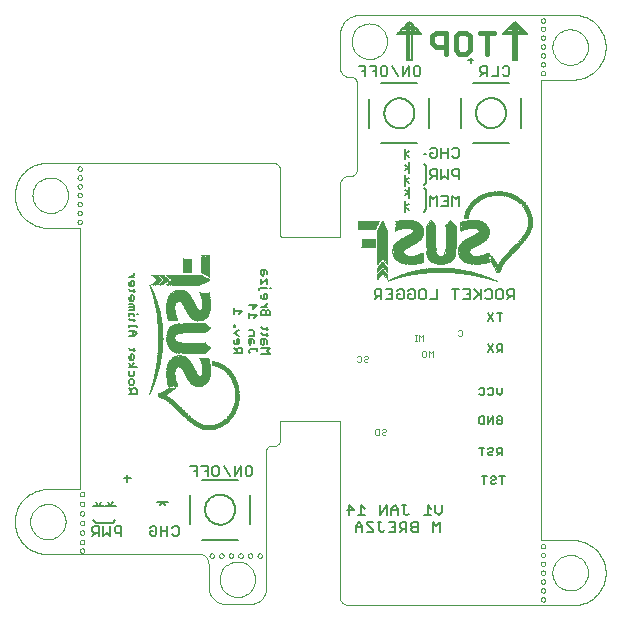
<source format=gbo>
G75*
G70*
%OFA0B0*%
%FSLAX24Y24*%
%IPPOS*%
%LPD*%
%AMOC8*
5,1,8,0,0,1.08239X$1,22.5*
%
%ADD10C,0.0000*%
%ADD11C,0.0080*%
%ADD12R,0.0010X0.0010*%
%ADD13R,0.0010X0.0020*%
%ADD14R,0.0010X0.0040*%
%ADD15R,0.0010X0.0030*%
%ADD16R,0.0010X0.0060*%
%ADD17R,0.0010X0.0050*%
%ADD18R,0.0010X0.0070*%
%ADD19R,0.0010X0.0080*%
%ADD20R,0.0010X0.0090*%
%ADD21R,0.0010X0.0100*%
%ADD22R,0.0010X0.0120*%
%ADD23R,0.0010X0.0130*%
%ADD24R,0.0010X0.0110*%
%ADD25R,0.0010X0.0150*%
%ADD26R,0.0010X0.0160*%
%ADD27R,0.0010X0.0140*%
%ADD28R,0.0010X0.0190*%
%ADD29R,0.0010X0.0200*%
%ADD30R,0.0010X0.0170*%
%ADD31R,0.0010X0.0220*%
%ADD32R,0.0010X0.0240*%
%ADD33R,0.0010X0.0210*%
%ADD34R,0.0010X0.0270*%
%ADD35R,0.0010X0.0230*%
%ADD36R,0.0010X0.0290*%
%ADD37R,0.0010X0.0250*%
%ADD38R,0.0010X0.0320*%
%ADD39R,0.0010X0.0340*%
%ADD40R,0.0010X0.0310*%
%ADD41R,0.0010X0.0370*%
%ADD42R,0.0010X0.0330*%
%ADD43R,0.0010X0.0410*%
%ADD44R,0.0010X0.0360*%
%ADD45R,0.0010X0.0450*%
%ADD46R,0.0010X0.0400*%
%ADD47R,0.0010X0.0480*%
%ADD48R,0.0010X0.0440*%
%ADD49R,0.0010X0.0550*%
%ADD50R,0.0010X0.0490*%
%ADD51R,0.0010X0.0610*%
%ADD52R,0.0010X0.0690*%
%ADD53R,0.0010X0.0630*%
%ADD54R,0.0010X0.0820*%
%ADD55R,0.0010X0.0780*%
%ADD56R,0.0010X0.0180*%
%ADD57R,0.0010X0.2050*%
%ADD58R,0.0010X0.1970*%
%ADD59R,0.0010X0.1890*%
%ADD60R,0.0010X0.1800*%
%ADD61R,0.0010X0.1710*%
%ADD62R,0.0010X0.1630*%
%ADD63R,0.0010X0.1530*%
%ADD64R,0.0010X0.1420*%
%ADD65R,0.0010X0.1300*%
%ADD66R,0.0010X0.1170*%
%ADD67R,0.0010X0.1040*%
%ADD68R,0.0010X0.0890*%
%ADD69R,0.0010X0.0680*%
%ADD70R,0.0010X0.0380*%
%ADD71R,0.0010X0.0260*%
%ADD72R,0.0010X0.0280*%
%ADD73R,0.0010X0.0510*%
%ADD74R,0.0010X0.0420*%
%ADD75R,0.0010X0.0700*%
%ADD76R,0.0010X0.0760*%
%ADD77R,0.0010X0.0520*%
%ADD78R,0.0010X0.0560*%
%ADD79R,0.0010X0.0800*%
%ADD80R,0.0010X0.0600*%
%ADD81R,0.0010X0.0620*%
%ADD82R,0.0010X0.0830*%
%ADD83R,0.0010X0.0660*%
%ADD84R,0.0010X0.0850*%
%ADD85R,0.0010X0.0860*%
%ADD86R,0.0010X0.0880*%
%ADD87R,0.0010X0.0720*%
%ADD88R,0.0010X0.0870*%
%ADD89R,0.0010X0.0740*%
%ADD90R,0.0010X0.0900*%
%ADD91R,0.0010X0.0910*%
%ADD92R,0.0010X0.0920*%
%ADD93R,0.0010X0.0810*%
%ADD94R,0.0010X0.0930*%
%ADD95R,0.0010X0.0940*%
%ADD96R,0.0010X0.0840*%
%ADD97R,0.0010X0.0950*%
%ADD98R,0.0010X0.0960*%
%ADD99R,0.0010X0.0970*%
%ADD100R,0.0010X0.0980*%
%ADD101R,0.0010X0.0470*%
%ADD102R,0.0010X0.0390*%
%ADD103R,0.0010X0.0350*%
%ADD104R,0.0010X0.0300*%
%ADD105R,0.0010X0.0430*%
%ADD106R,0.0010X0.0460*%
%ADD107R,0.0010X0.0500*%
%ADD108R,0.0010X0.0530*%
%ADD109R,0.0010X0.0540*%
%ADD110R,0.0010X0.0570*%
%ADD111R,0.0010X0.0590*%
%ADD112R,0.0010X0.0580*%
%ADD113R,0.0010X0.0640*%
%ADD114R,0.0010X0.0650*%
%ADD115R,0.0010X0.0670*%
%ADD116R,0.0010X0.0790*%
%ADD117R,0.0010X0.0770*%
%ADD118R,0.0010X0.0710*%
%ADD119R,0.0010X0.1050*%
%ADD120R,0.0010X0.1010*%
%ADD121R,0.0010X0.0730*%
%ADD122C,0.0050*%
%ADD123C,0.0160*%
%ADD124C,0.0070*%
%ADD125C,0.0040*%
%ADD126C,0.0060*%
%ADD127R,0.0020X0.0010*%
%ADD128R,0.0040X0.0010*%
%ADD129R,0.0030X0.0010*%
%ADD130R,0.0060X0.0010*%
%ADD131R,0.0050X0.0010*%
%ADD132R,0.0070X0.0010*%
%ADD133R,0.0080X0.0010*%
%ADD134R,0.0090X0.0010*%
%ADD135R,0.0100X0.0010*%
%ADD136R,0.0120X0.0010*%
%ADD137R,0.0130X0.0010*%
%ADD138R,0.0110X0.0010*%
%ADD139R,0.0150X0.0010*%
%ADD140R,0.0160X0.0010*%
%ADD141R,0.0140X0.0010*%
%ADD142R,0.0190X0.0010*%
%ADD143R,0.0200X0.0010*%
%ADD144R,0.0170X0.0010*%
%ADD145R,0.0220X0.0010*%
%ADD146R,0.0240X0.0010*%
%ADD147R,0.0210X0.0010*%
%ADD148R,0.0270X0.0010*%
%ADD149R,0.0230X0.0010*%
%ADD150R,0.0290X0.0010*%
%ADD151R,0.0250X0.0010*%
%ADD152R,0.0320X0.0010*%
%ADD153R,0.0340X0.0010*%
%ADD154R,0.0310X0.0010*%
%ADD155R,0.0370X0.0010*%
%ADD156R,0.0330X0.0010*%
%ADD157R,0.0410X0.0010*%
%ADD158R,0.0360X0.0010*%
%ADD159R,0.0450X0.0010*%
%ADD160R,0.0400X0.0010*%
%ADD161R,0.0480X0.0010*%
%ADD162R,0.0440X0.0010*%
%ADD163R,0.0550X0.0010*%
%ADD164R,0.0490X0.0010*%
%ADD165R,0.0610X0.0010*%
%ADD166R,0.0690X0.0010*%
%ADD167R,0.0630X0.0010*%
%ADD168R,0.0820X0.0010*%
%ADD169R,0.0780X0.0010*%
%ADD170R,0.0180X0.0010*%
%ADD171R,0.2050X0.0010*%
%ADD172R,0.1970X0.0010*%
%ADD173R,0.1890X0.0010*%
%ADD174R,0.1800X0.0010*%
%ADD175R,0.1710X0.0010*%
%ADD176R,0.1630X0.0010*%
%ADD177R,0.1530X0.0010*%
%ADD178R,0.1420X0.0010*%
%ADD179R,0.1300X0.0010*%
%ADD180R,0.1170X0.0010*%
%ADD181R,0.1040X0.0010*%
%ADD182R,0.0890X0.0010*%
%ADD183R,0.0680X0.0010*%
%ADD184R,0.0380X0.0010*%
%ADD185R,0.0260X0.0010*%
%ADD186R,0.0280X0.0010*%
%ADD187R,0.0510X0.0010*%
%ADD188R,0.0420X0.0010*%
%ADD189R,0.0700X0.0010*%
%ADD190R,0.0760X0.0010*%
%ADD191R,0.0520X0.0010*%
%ADD192R,0.0560X0.0010*%
%ADD193R,0.0800X0.0010*%
%ADD194R,0.0600X0.0010*%
%ADD195R,0.0620X0.0010*%
%ADD196R,0.0830X0.0010*%
%ADD197R,0.0660X0.0010*%
%ADD198R,0.0850X0.0010*%
%ADD199R,0.0860X0.0010*%
%ADD200R,0.0880X0.0010*%
%ADD201R,0.0720X0.0010*%
%ADD202R,0.0870X0.0010*%
%ADD203R,0.0740X0.0010*%
%ADD204R,0.0900X0.0010*%
%ADD205R,0.0910X0.0010*%
%ADD206R,0.0920X0.0010*%
%ADD207R,0.0810X0.0010*%
%ADD208R,0.0930X0.0010*%
%ADD209R,0.0940X0.0010*%
%ADD210R,0.0840X0.0010*%
%ADD211R,0.0950X0.0010*%
%ADD212R,0.0960X0.0010*%
%ADD213R,0.0970X0.0010*%
%ADD214R,0.0980X0.0010*%
%ADD215R,0.0470X0.0010*%
%ADD216R,0.0390X0.0010*%
%ADD217R,0.0350X0.0010*%
%ADD218R,0.0300X0.0010*%
%ADD219R,0.0430X0.0010*%
%ADD220R,0.0460X0.0010*%
%ADD221R,0.0500X0.0010*%
%ADD222R,0.0530X0.0010*%
%ADD223R,0.0540X0.0010*%
%ADD224R,0.0570X0.0010*%
%ADD225R,0.0590X0.0010*%
%ADD226R,0.0580X0.0010*%
%ADD227R,0.0640X0.0010*%
%ADD228R,0.0650X0.0010*%
%ADD229R,0.0670X0.0010*%
%ADD230R,0.0790X0.0010*%
%ADD231R,0.0770X0.0010*%
%ADD232R,0.0710X0.0010*%
%ADD233R,0.1050X0.0010*%
%ADD234R,0.1010X0.0010*%
%ADD235R,0.0730X0.0010*%
D10*
X001183Y005559D02*
X002265Y005559D01*
X002238Y005559D02*
X006238Y005559D01*
X006271Y005557D01*
X006305Y005552D01*
X006337Y005543D01*
X006368Y005531D01*
X006398Y005516D01*
X006426Y005498D01*
X006452Y005477D01*
X006476Y005453D01*
X006497Y005427D01*
X006515Y005399D01*
X006530Y005369D01*
X006542Y005338D01*
X006551Y005306D01*
X006556Y005272D01*
X006558Y005239D01*
X006558Y004439D01*
X006563Y004392D01*
X006572Y004346D01*
X006584Y004300D01*
X006600Y004256D01*
X006619Y004213D01*
X006642Y004171D01*
X006668Y004132D01*
X006696Y004094D01*
X006728Y004059D01*
X006762Y004027D01*
X006799Y003997D01*
X006838Y003970D01*
X006879Y003947D01*
X006921Y003927D01*
X006965Y003910D01*
X007011Y003896D01*
X007057Y003887D01*
X007104Y003880D01*
X007151Y003878D01*
X007198Y003879D01*
X007918Y003879D01*
X007964Y003881D01*
X008010Y003887D01*
X008055Y003896D01*
X008100Y003909D01*
X008143Y003926D01*
X008185Y003946D01*
X008224Y003970D01*
X008262Y003997D01*
X008297Y004027D01*
X008330Y004060D01*
X008360Y004095D01*
X008387Y004133D01*
X008411Y004172D01*
X008431Y004214D01*
X008448Y004257D01*
X008461Y004302D01*
X008470Y004347D01*
X008476Y004393D01*
X008478Y004439D01*
X008478Y008999D01*
X008480Y009022D01*
X008484Y009044D01*
X008492Y009065D01*
X008503Y009086D01*
X008517Y009104D01*
X008533Y009120D01*
X008551Y009134D01*
X008572Y009145D01*
X008593Y009153D01*
X008615Y009157D01*
X008638Y009159D01*
X008718Y009159D01*
X008747Y009161D01*
X008775Y009166D01*
X008802Y009174D01*
X008829Y009186D01*
X008853Y009201D01*
X008876Y009218D01*
X008896Y009238D01*
X008914Y009261D01*
X008929Y009285D01*
X008941Y009312D01*
X008950Y009339D01*
X008955Y009367D01*
X008957Y009396D01*
X008957Y009981D01*
X008958Y009987D01*
X008961Y009992D01*
X008966Y009995D01*
X008972Y009996D01*
X010935Y009996D01*
X010935Y004126D01*
X010937Y004095D01*
X010943Y004064D01*
X010952Y004034D01*
X010965Y004005D01*
X010981Y003978D01*
X010999Y003953D01*
X011021Y003930D01*
X011044Y003909D01*
X011070Y003891D01*
X011098Y003877D01*
X011127Y003865D01*
X011158Y003857D01*
X011189Y003852D01*
X011220Y003851D01*
X018712Y003851D01*
X019795Y004933D02*
X019793Y004996D01*
X019788Y005059D01*
X019779Y005121D01*
X019766Y005183D01*
X019750Y005244D01*
X019730Y005303D01*
X019706Y005362D01*
X019680Y005419D01*
X019650Y005474D01*
X019617Y005528D01*
X019581Y005580D01*
X019542Y005629D01*
X019500Y005676D01*
X019455Y005721D01*
X019408Y005763D01*
X019359Y005802D01*
X019307Y005838D01*
X019254Y005871D01*
X019198Y005901D01*
X019141Y005927D01*
X019082Y005951D01*
X019023Y005971D01*
X018962Y005987D01*
X018900Y006000D01*
X018838Y006009D01*
X018775Y006014D01*
X018712Y006016D01*
X017629Y006016D01*
X017629Y021370D01*
X018712Y021370D01*
X017634Y021586D02*
X017636Y021603D01*
X017641Y021619D01*
X017650Y021633D01*
X017662Y021645D01*
X017676Y021654D01*
X017692Y021659D01*
X017709Y021661D01*
X017726Y021659D01*
X017742Y021654D01*
X017756Y021645D01*
X017768Y021633D01*
X017777Y021619D01*
X017782Y021603D01*
X017784Y021586D01*
X017782Y021569D01*
X017777Y021553D01*
X017768Y021539D01*
X017756Y021527D01*
X017742Y021518D01*
X017726Y021513D01*
X017709Y021511D01*
X017692Y021513D01*
X017676Y021518D01*
X017662Y021527D01*
X017650Y021539D01*
X017641Y021553D01*
X017636Y021569D01*
X017634Y021586D01*
X017634Y021881D02*
X017636Y021898D01*
X017641Y021914D01*
X017650Y021928D01*
X017662Y021940D01*
X017676Y021949D01*
X017692Y021954D01*
X017709Y021956D01*
X017726Y021954D01*
X017742Y021949D01*
X017756Y021940D01*
X017768Y021928D01*
X017777Y021914D01*
X017782Y021898D01*
X017784Y021881D01*
X017782Y021864D01*
X017777Y021848D01*
X017768Y021834D01*
X017756Y021822D01*
X017742Y021813D01*
X017726Y021808D01*
X017709Y021806D01*
X017692Y021808D01*
X017676Y021813D01*
X017662Y021822D01*
X017650Y021834D01*
X017641Y021848D01*
X017636Y021864D01*
X017634Y021881D01*
X017634Y022176D02*
X017636Y022193D01*
X017641Y022209D01*
X017650Y022223D01*
X017662Y022235D01*
X017676Y022244D01*
X017692Y022249D01*
X017709Y022251D01*
X017726Y022249D01*
X017742Y022244D01*
X017756Y022235D01*
X017768Y022223D01*
X017777Y022209D01*
X017782Y022193D01*
X017784Y022176D01*
X017782Y022159D01*
X017777Y022143D01*
X017768Y022129D01*
X017756Y022117D01*
X017742Y022108D01*
X017726Y022103D01*
X017709Y022101D01*
X017692Y022103D01*
X017676Y022108D01*
X017662Y022117D01*
X017650Y022129D01*
X017641Y022143D01*
X017636Y022159D01*
X017634Y022176D01*
X017634Y022471D02*
X017636Y022488D01*
X017641Y022504D01*
X017650Y022518D01*
X017662Y022530D01*
X017676Y022539D01*
X017692Y022544D01*
X017709Y022546D01*
X017726Y022544D01*
X017742Y022539D01*
X017756Y022530D01*
X017768Y022518D01*
X017777Y022504D01*
X017782Y022488D01*
X017784Y022471D01*
X017782Y022454D01*
X017777Y022438D01*
X017768Y022424D01*
X017756Y022412D01*
X017742Y022403D01*
X017726Y022398D01*
X017709Y022396D01*
X017692Y022398D01*
X017676Y022403D01*
X017662Y022412D01*
X017650Y022424D01*
X017641Y022438D01*
X017636Y022454D01*
X017634Y022471D01*
X017634Y022767D02*
X017636Y022784D01*
X017641Y022800D01*
X017650Y022814D01*
X017662Y022826D01*
X017676Y022835D01*
X017692Y022840D01*
X017709Y022842D01*
X017726Y022840D01*
X017742Y022835D01*
X017756Y022826D01*
X017768Y022814D01*
X017777Y022800D01*
X017782Y022784D01*
X017784Y022767D01*
X017782Y022750D01*
X017777Y022734D01*
X017768Y022720D01*
X017756Y022708D01*
X017742Y022699D01*
X017726Y022694D01*
X017709Y022692D01*
X017692Y022694D01*
X017676Y022699D01*
X017662Y022708D01*
X017650Y022720D01*
X017641Y022734D01*
X017636Y022750D01*
X017634Y022767D01*
X017634Y023062D02*
X017636Y023079D01*
X017641Y023095D01*
X017650Y023109D01*
X017662Y023121D01*
X017676Y023130D01*
X017692Y023135D01*
X017709Y023137D01*
X017726Y023135D01*
X017742Y023130D01*
X017756Y023121D01*
X017768Y023109D01*
X017777Y023095D01*
X017782Y023079D01*
X017784Y023062D01*
X017782Y023045D01*
X017777Y023029D01*
X017768Y023015D01*
X017756Y023003D01*
X017742Y022994D01*
X017726Y022989D01*
X017709Y022987D01*
X017692Y022989D01*
X017676Y022994D01*
X017662Y023003D01*
X017650Y023015D01*
X017641Y023029D01*
X017636Y023045D01*
X017634Y023062D01*
X017634Y023339D02*
X017636Y023356D01*
X017641Y023372D01*
X017650Y023386D01*
X017662Y023398D01*
X017676Y023407D01*
X017692Y023412D01*
X017709Y023414D01*
X017726Y023412D01*
X017742Y023407D01*
X017756Y023398D01*
X017768Y023386D01*
X017777Y023372D01*
X017782Y023356D01*
X017784Y023339D01*
X017782Y023322D01*
X017777Y023306D01*
X017768Y023292D01*
X017756Y023280D01*
X017742Y023271D01*
X017726Y023266D01*
X017709Y023264D01*
X017692Y023266D01*
X017676Y023271D01*
X017662Y023280D01*
X017650Y023292D01*
X017641Y023306D01*
X017636Y023322D01*
X017634Y023339D01*
X018022Y022453D02*
X018024Y022501D01*
X018030Y022549D01*
X018040Y022596D01*
X018053Y022642D01*
X018071Y022687D01*
X018091Y022731D01*
X018116Y022773D01*
X018144Y022812D01*
X018174Y022849D01*
X018208Y022883D01*
X018245Y022915D01*
X018283Y022944D01*
X018324Y022969D01*
X018367Y022991D01*
X018412Y023009D01*
X018458Y023023D01*
X018505Y023034D01*
X018553Y023041D01*
X018601Y023044D01*
X018649Y023043D01*
X018697Y023038D01*
X018745Y023029D01*
X018791Y023017D01*
X018836Y023000D01*
X018880Y022980D01*
X018922Y022957D01*
X018962Y022930D01*
X019000Y022900D01*
X019035Y022867D01*
X019067Y022831D01*
X019097Y022793D01*
X019123Y022752D01*
X019145Y022709D01*
X019165Y022665D01*
X019180Y022620D01*
X019192Y022573D01*
X019200Y022525D01*
X019204Y022477D01*
X019204Y022429D01*
X019200Y022381D01*
X019192Y022333D01*
X019180Y022286D01*
X019165Y022241D01*
X019145Y022197D01*
X019123Y022154D01*
X019097Y022113D01*
X019067Y022075D01*
X019035Y022039D01*
X019000Y022006D01*
X018962Y021976D01*
X018922Y021949D01*
X018880Y021926D01*
X018836Y021906D01*
X018791Y021889D01*
X018745Y021877D01*
X018697Y021868D01*
X018649Y021863D01*
X018601Y021862D01*
X018553Y021865D01*
X018505Y021872D01*
X018458Y021883D01*
X018412Y021897D01*
X018367Y021915D01*
X018324Y021937D01*
X018283Y021962D01*
X018245Y021991D01*
X018208Y022023D01*
X018174Y022057D01*
X018144Y022094D01*
X018116Y022133D01*
X018091Y022175D01*
X018071Y022219D01*
X018053Y022264D01*
X018040Y022310D01*
X018030Y022357D01*
X018024Y022405D01*
X018022Y022453D01*
X018712Y023536D02*
X018775Y023534D01*
X018838Y023529D01*
X018900Y023520D01*
X018962Y023507D01*
X019023Y023491D01*
X019082Y023471D01*
X019141Y023447D01*
X019198Y023421D01*
X019254Y023391D01*
X019307Y023358D01*
X019359Y023322D01*
X019408Y023283D01*
X019455Y023241D01*
X019500Y023196D01*
X019542Y023149D01*
X019581Y023100D01*
X019617Y023048D01*
X019650Y022994D01*
X019680Y022939D01*
X019706Y022882D01*
X019730Y022823D01*
X019750Y022764D01*
X019766Y022703D01*
X019779Y022641D01*
X019788Y022579D01*
X019793Y022516D01*
X019795Y022453D01*
X019793Y022390D01*
X019788Y022327D01*
X019779Y022265D01*
X019766Y022203D01*
X019750Y022142D01*
X019730Y022083D01*
X019706Y022024D01*
X019680Y021967D01*
X019650Y021912D01*
X019617Y021858D01*
X019581Y021806D01*
X019542Y021757D01*
X019500Y021710D01*
X019455Y021665D01*
X019408Y021623D01*
X019359Y021584D01*
X019307Y021548D01*
X019254Y021515D01*
X019198Y021485D01*
X019141Y021459D01*
X019082Y021435D01*
X019023Y021415D01*
X018962Y021399D01*
X018900Y021386D01*
X018838Y021377D01*
X018775Y021372D01*
X018712Y021370D01*
X018712Y023536D02*
X011625Y023536D01*
X011574Y023534D01*
X011522Y023528D01*
X011472Y023519D01*
X011422Y023505D01*
X011373Y023488D01*
X011326Y023468D01*
X011280Y023444D01*
X011237Y023416D01*
X011195Y023386D01*
X011156Y023352D01*
X011120Y023316D01*
X011086Y023277D01*
X011056Y023235D01*
X011028Y023192D01*
X011004Y023146D01*
X010984Y023099D01*
X010967Y023050D01*
X010953Y023000D01*
X010944Y022950D01*
X010938Y022898D01*
X010936Y022847D01*
X010936Y021771D01*
X010938Y021738D01*
X010943Y021704D01*
X010952Y021672D01*
X010964Y021641D01*
X010979Y021611D01*
X010997Y021583D01*
X011018Y021557D01*
X011042Y021533D01*
X011068Y021512D01*
X011096Y021494D01*
X011126Y021479D01*
X011157Y021467D01*
X011189Y021458D01*
X011223Y021453D01*
X011256Y021451D01*
X011336Y021451D01*
X011359Y021449D01*
X011381Y021445D01*
X011402Y021437D01*
X011423Y021426D01*
X011441Y021412D01*
X011457Y021396D01*
X011471Y021378D01*
X011482Y021357D01*
X011490Y021336D01*
X011494Y021314D01*
X011496Y021291D01*
X011496Y018331D01*
X011494Y018308D01*
X011490Y018286D01*
X011482Y018265D01*
X011471Y018244D01*
X011457Y018226D01*
X011441Y018210D01*
X011423Y018196D01*
X011402Y018185D01*
X011381Y018177D01*
X011359Y018173D01*
X011336Y018171D01*
X011256Y018171D01*
X011257Y018171D02*
X011223Y018169D01*
X011190Y018164D01*
X011158Y018156D01*
X011126Y018144D01*
X011096Y018128D01*
X011068Y018110D01*
X011042Y018089D01*
X011018Y018065D01*
X010997Y018039D01*
X010978Y018011D01*
X010963Y017981D01*
X010951Y017950D01*
X010942Y017917D01*
X010937Y017884D01*
X010935Y017851D01*
X010935Y016161D01*
X010933Y016148D01*
X010928Y016136D01*
X010920Y016126D01*
X010910Y016118D01*
X010898Y016113D01*
X010885Y016111D01*
X009007Y016111D01*
X008994Y016113D01*
X008982Y016118D01*
X008972Y016126D01*
X008964Y016136D01*
X008959Y016148D01*
X008957Y016161D01*
X008957Y018326D01*
X008955Y018357D01*
X008949Y018388D01*
X008940Y018418D01*
X008927Y018447D01*
X008911Y018474D01*
X008893Y018499D01*
X008871Y018522D01*
X008848Y018543D01*
X008822Y018561D01*
X008794Y018575D01*
X008765Y018587D01*
X008734Y018595D01*
X008703Y018600D01*
X008672Y018601D01*
X001182Y018601D01*
X001183Y018601D02*
X001120Y018599D01*
X001057Y018594D01*
X000995Y018584D01*
X000933Y018572D01*
X000872Y018555D01*
X000812Y018535D01*
X000754Y018512D01*
X000697Y018485D01*
X000641Y018455D01*
X000587Y018422D01*
X000536Y018386D01*
X000486Y018347D01*
X000439Y018305D01*
X000395Y018260D01*
X000353Y018213D01*
X000314Y018163D01*
X000278Y018112D01*
X000245Y018058D01*
X000215Y018003D01*
X000188Y017945D01*
X000165Y017887D01*
X000145Y017827D01*
X000129Y017766D01*
X000116Y017704D01*
X000107Y017642D01*
X000102Y017579D01*
X000100Y017516D01*
X000102Y017453D01*
X000107Y017390D01*
X000116Y017328D01*
X000129Y017266D01*
X000145Y017205D01*
X000165Y017146D01*
X000189Y017087D01*
X000215Y017030D01*
X000245Y016975D01*
X000278Y016921D01*
X000314Y016869D01*
X000353Y016820D01*
X000395Y016773D01*
X000440Y016728D01*
X000487Y016686D01*
X000536Y016647D01*
X000588Y016611D01*
X000641Y016578D01*
X000697Y016548D01*
X000754Y016522D01*
X000813Y016498D01*
X000872Y016478D01*
X000933Y016462D01*
X000995Y016449D01*
X001057Y016440D01*
X001120Y016435D01*
X001183Y016433D01*
X002265Y016433D01*
X002265Y007719D01*
X001183Y007719D01*
X001120Y007717D01*
X001057Y007712D01*
X000995Y007703D01*
X000933Y007690D01*
X000872Y007674D01*
X000813Y007654D01*
X000754Y007630D01*
X000697Y007604D01*
X000642Y007574D01*
X000588Y007541D01*
X000536Y007505D01*
X000487Y007466D01*
X000440Y007424D01*
X000395Y007379D01*
X000353Y007332D01*
X000314Y007283D01*
X000278Y007231D01*
X000245Y007178D01*
X000215Y007122D01*
X000189Y007065D01*
X000165Y007006D01*
X000145Y006947D01*
X000129Y006886D01*
X000116Y006824D01*
X000107Y006762D01*
X000102Y006699D01*
X000100Y006636D01*
X000102Y006573D01*
X000107Y006510D01*
X000116Y006448D01*
X000129Y006386D01*
X000145Y006325D01*
X000165Y006266D01*
X000189Y006207D01*
X000215Y006150D01*
X000245Y006095D01*
X000278Y006041D01*
X000314Y005989D01*
X000353Y005940D01*
X000395Y005893D01*
X000440Y005848D01*
X000487Y005806D01*
X000536Y005767D01*
X000588Y005731D01*
X000641Y005698D01*
X000697Y005668D01*
X000754Y005642D01*
X000813Y005618D01*
X000872Y005598D01*
X000933Y005582D01*
X000995Y005569D01*
X001057Y005560D01*
X001120Y005555D01*
X001183Y005553D01*
X000610Y006636D02*
X000612Y006684D01*
X000618Y006732D01*
X000628Y006779D01*
X000641Y006825D01*
X000659Y006870D01*
X000679Y006914D01*
X000704Y006956D01*
X000732Y006995D01*
X000762Y007032D01*
X000796Y007066D01*
X000833Y007098D01*
X000871Y007127D01*
X000912Y007152D01*
X000955Y007174D01*
X001000Y007192D01*
X001046Y007206D01*
X001093Y007217D01*
X001141Y007224D01*
X001189Y007227D01*
X001237Y007226D01*
X001285Y007221D01*
X001333Y007212D01*
X001379Y007200D01*
X001424Y007183D01*
X001468Y007163D01*
X001510Y007140D01*
X001550Y007113D01*
X001588Y007083D01*
X001623Y007050D01*
X001655Y007014D01*
X001685Y006976D01*
X001711Y006935D01*
X001733Y006892D01*
X001753Y006848D01*
X001768Y006803D01*
X001780Y006756D01*
X001788Y006708D01*
X001792Y006660D01*
X001792Y006612D01*
X001788Y006564D01*
X001780Y006516D01*
X001768Y006469D01*
X001753Y006424D01*
X001733Y006380D01*
X001711Y006337D01*
X001685Y006296D01*
X001655Y006258D01*
X001623Y006222D01*
X001588Y006189D01*
X001550Y006159D01*
X001510Y006132D01*
X001468Y006109D01*
X001424Y006089D01*
X001379Y006072D01*
X001333Y006060D01*
X001285Y006051D01*
X001237Y006046D01*
X001189Y006045D01*
X001141Y006048D01*
X001093Y006055D01*
X001046Y006066D01*
X001000Y006080D01*
X000955Y006098D01*
X000912Y006120D01*
X000871Y006145D01*
X000833Y006174D01*
X000796Y006206D01*
X000762Y006240D01*
X000732Y006277D01*
X000704Y006316D01*
X000679Y006358D01*
X000659Y006402D01*
X000641Y006447D01*
X000628Y006493D01*
X000618Y006540D01*
X000612Y006588D01*
X000610Y006636D01*
X002270Y006591D02*
X002272Y006608D01*
X002277Y006624D01*
X002286Y006638D01*
X002298Y006650D01*
X002312Y006659D01*
X002328Y006664D01*
X002345Y006666D01*
X002362Y006664D01*
X002378Y006659D01*
X002392Y006650D01*
X002404Y006638D01*
X002413Y006624D01*
X002418Y006608D01*
X002420Y006591D01*
X002418Y006574D01*
X002413Y006558D01*
X002404Y006544D01*
X002392Y006532D01*
X002378Y006523D01*
X002362Y006518D01*
X002345Y006516D01*
X002328Y006518D01*
X002312Y006523D01*
X002298Y006532D01*
X002286Y006544D01*
X002277Y006558D01*
X002272Y006574D01*
X002270Y006591D01*
X002270Y006911D02*
X002272Y006928D01*
X002277Y006944D01*
X002286Y006958D01*
X002298Y006970D01*
X002312Y006979D01*
X002328Y006984D01*
X002345Y006986D01*
X002362Y006984D01*
X002378Y006979D01*
X002392Y006970D01*
X002404Y006958D01*
X002413Y006944D01*
X002418Y006928D01*
X002420Y006911D01*
X002418Y006894D01*
X002413Y006878D01*
X002404Y006864D01*
X002392Y006852D01*
X002378Y006843D01*
X002362Y006838D01*
X002345Y006836D01*
X002328Y006838D01*
X002312Y006843D01*
X002298Y006852D01*
X002286Y006864D01*
X002277Y006878D01*
X002272Y006894D01*
X002270Y006911D01*
X002270Y007231D02*
X002272Y007248D01*
X002277Y007264D01*
X002286Y007278D01*
X002298Y007290D01*
X002312Y007299D01*
X002328Y007304D01*
X002345Y007306D01*
X002362Y007304D01*
X002378Y007299D01*
X002392Y007290D01*
X002404Y007278D01*
X002413Y007264D01*
X002418Y007248D01*
X002420Y007231D01*
X002418Y007214D01*
X002413Y007198D01*
X002404Y007184D01*
X002392Y007172D01*
X002378Y007163D01*
X002362Y007158D01*
X002345Y007156D01*
X002328Y007158D01*
X002312Y007163D01*
X002298Y007172D01*
X002286Y007184D01*
X002277Y007198D01*
X002272Y007214D01*
X002270Y007231D01*
X002270Y007551D02*
X002272Y007568D01*
X002277Y007584D01*
X002286Y007598D01*
X002298Y007610D01*
X002312Y007619D01*
X002328Y007624D01*
X002345Y007626D01*
X002362Y007624D01*
X002378Y007619D01*
X002392Y007610D01*
X002404Y007598D01*
X002413Y007584D01*
X002418Y007568D01*
X002420Y007551D01*
X002418Y007534D01*
X002413Y007518D01*
X002404Y007504D01*
X002392Y007492D01*
X002378Y007483D01*
X002362Y007478D01*
X002345Y007476D01*
X002328Y007478D01*
X002312Y007483D01*
X002298Y007492D01*
X002286Y007504D01*
X002277Y007518D01*
X002272Y007534D01*
X002270Y007551D01*
X002270Y006271D02*
X002272Y006288D01*
X002277Y006304D01*
X002286Y006318D01*
X002298Y006330D01*
X002312Y006339D01*
X002328Y006344D01*
X002345Y006346D01*
X002362Y006344D01*
X002378Y006339D01*
X002392Y006330D01*
X002404Y006318D01*
X002413Y006304D01*
X002418Y006288D01*
X002420Y006271D01*
X002418Y006254D01*
X002413Y006238D01*
X002404Y006224D01*
X002392Y006212D01*
X002378Y006203D01*
X002362Y006198D01*
X002345Y006196D01*
X002328Y006198D01*
X002312Y006203D01*
X002298Y006212D01*
X002286Y006224D01*
X002277Y006238D01*
X002272Y006254D01*
X002270Y006271D01*
X002270Y005951D02*
X002272Y005968D01*
X002277Y005984D01*
X002286Y005998D01*
X002298Y006010D01*
X002312Y006019D01*
X002328Y006024D01*
X002345Y006026D01*
X002362Y006024D01*
X002378Y006019D01*
X002392Y006010D01*
X002404Y005998D01*
X002413Y005984D01*
X002418Y005968D01*
X002420Y005951D01*
X002418Y005934D01*
X002413Y005918D01*
X002404Y005904D01*
X002392Y005892D01*
X002378Y005883D01*
X002362Y005878D01*
X002345Y005876D01*
X002328Y005878D01*
X002312Y005883D01*
X002298Y005892D01*
X002286Y005904D01*
X002277Y005918D01*
X002272Y005934D01*
X002270Y005951D01*
X002270Y005671D02*
X002272Y005688D01*
X002277Y005704D01*
X002286Y005718D01*
X002298Y005730D01*
X002312Y005739D01*
X002328Y005744D01*
X002345Y005746D01*
X002362Y005744D01*
X002378Y005739D01*
X002392Y005730D01*
X002404Y005718D01*
X002413Y005704D01*
X002418Y005688D01*
X002420Y005671D01*
X002418Y005654D01*
X002413Y005638D01*
X002404Y005624D01*
X002392Y005612D01*
X002378Y005603D01*
X002362Y005598D01*
X002345Y005596D01*
X002328Y005598D01*
X002312Y005603D01*
X002298Y005612D01*
X002286Y005624D01*
X002277Y005638D01*
X002272Y005654D01*
X002270Y005671D01*
X006590Y005504D02*
X006592Y005521D01*
X006597Y005537D01*
X006606Y005551D01*
X006618Y005563D01*
X006632Y005572D01*
X006648Y005577D01*
X006665Y005579D01*
X006682Y005577D01*
X006698Y005572D01*
X006712Y005563D01*
X006724Y005551D01*
X006733Y005537D01*
X006738Y005521D01*
X006740Y005504D01*
X006738Y005487D01*
X006733Y005471D01*
X006724Y005457D01*
X006712Y005445D01*
X006698Y005436D01*
X006682Y005431D01*
X006665Y005429D01*
X006648Y005431D01*
X006632Y005436D01*
X006618Y005445D01*
X006606Y005457D01*
X006597Y005471D01*
X006592Y005487D01*
X006590Y005504D01*
X006910Y005504D02*
X006912Y005521D01*
X006917Y005537D01*
X006926Y005551D01*
X006938Y005563D01*
X006952Y005572D01*
X006968Y005577D01*
X006985Y005579D01*
X007002Y005577D01*
X007018Y005572D01*
X007032Y005563D01*
X007044Y005551D01*
X007053Y005537D01*
X007058Y005521D01*
X007060Y005504D01*
X007058Y005487D01*
X007053Y005471D01*
X007044Y005457D01*
X007032Y005445D01*
X007018Y005436D01*
X007002Y005431D01*
X006985Y005429D01*
X006968Y005431D01*
X006952Y005436D01*
X006938Y005445D01*
X006926Y005457D01*
X006917Y005471D01*
X006912Y005487D01*
X006910Y005504D01*
X007230Y005504D02*
X007232Y005521D01*
X007237Y005537D01*
X007246Y005551D01*
X007258Y005563D01*
X007272Y005572D01*
X007288Y005577D01*
X007305Y005579D01*
X007322Y005577D01*
X007338Y005572D01*
X007352Y005563D01*
X007364Y005551D01*
X007373Y005537D01*
X007378Y005521D01*
X007380Y005504D01*
X007378Y005487D01*
X007373Y005471D01*
X007364Y005457D01*
X007352Y005445D01*
X007338Y005436D01*
X007322Y005431D01*
X007305Y005429D01*
X007288Y005431D01*
X007272Y005436D01*
X007258Y005445D01*
X007246Y005457D01*
X007237Y005471D01*
X007232Y005487D01*
X007230Y005504D01*
X007550Y005504D02*
X007552Y005521D01*
X007557Y005537D01*
X007566Y005551D01*
X007578Y005563D01*
X007592Y005572D01*
X007608Y005577D01*
X007625Y005579D01*
X007642Y005577D01*
X007658Y005572D01*
X007672Y005563D01*
X007684Y005551D01*
X007693Y005537D01*
X007698Y005521D01*
X007700Y005504D01*
X007698Y005487D01*
X007693Y005471D01*
X007684Y005457D01*
X007672Y005445D01*
X007658Y005436D01*
X007642Y005431D01*
X007625Y005429D01*
X007608Y005431D01*
X007592Y005436D01*
X007578Y005445D01*
X007566Y005457D01*
X007557Y005471D01*
X007552Y005487D01*
X007550Y005504D01*
X007870Y005504D02*
X007872Y005521D01*
X007877Y005537D01*
X007886Y005551D01*
X007898Y005563D01*
X007912Y005572D01*
X007928Y005577D01*
X007945Y005579D01*
X007962Y005577D01*
X007978Y005572D01*
X007992Y005563D01*
X008004Y005551D01*
X008013Y005537D01*
X008018Y005521D01*
X008020Y005504D01*
X008018Y005487D01*
X008013Y005471D01*
X008004Y005457D01*
X007992Y005445D01*
X007978Y005436D01*
X007962Y005431D01*
X007945Y005429D01*
X007928Y005431D01*
X007912Y005436D01*
X007898Y005445D01*
X007886Y005457D01*
X007877Y005471D01*
X007872Y005487D01*
X007870Y005504D01*
X008190Y005504D02*
X008192Y005521D01*
X008197Y005537D01*
X008206Y005551D01*
X008218Y005563D01*
X008232Y005572D01*
X008248Y005577D01*
X008265Y005579D01*
X008282Y005577D01*
X008298Y005572D01*
X008312Y005563D01*
X008324Y005551D01*
X008333Y005537D01*
X008338Y005521D01*
X008340Y005504D01*
X008338Y005487D01*
X008333Y005471D01*
X008324Y005457D01*
X008312Y005445D01*
X008298Y005436D01*
X008282Y005431D01*
X008265Y005429D01*
X008248Y005431D01*
X008232Y005436D01*
X008218Y005445D01*
X008206Y005457D01*
X008197Y005471D01*
X008192Y005487D01*
X008190Y005504D01*
X006930Y004716D02*
X006932Y004764D01*
X006938Y004812D01*
X006948Y004859D01*
X006961Y004905D01*
X006979Y004950D01*
X006999Y004994D01*
X007024Y005036D01*
X007052Y005075D01*
X007082Y005112D01*
X007116Y005146D01*
X007153Y005178D01*
X007191Y005207D01*
X007232Y005232D01*
X007275Y005254D01*
X007320Y005272D01*
X007366Y005286D01*
X007413Y005297D01*
X007461Y005304D01*
X007509Y005307D01*
X007557Y005306D01*
X007605Y005301D01*
X007653Y005292D01*
X007699Y005280D01*
X007744Y005263D01*
X007788Y005243D01*
X007830Y005220D01*
X007870Y005193D01*
X007908Y005163D01*
X007943Y005130D01*
X007975Y005094D01*
X008005Y005056D01*
X008031Y005015D01*
X008053Y004972D01*
X008073Y004928D01*
X008088Y004883D01*
X008100Y004836D01*
X008108Y004788D01*
X008112Y004740D01*
X008112Y004692D01*
X008108Y004644D01*
X008100Y004596D01*
X008088Y004549D01*
X008073Y004504D01*
X008053Y004460D01*
X008031Y004417D01*
X008005Y004376D01*
X007975Y004338D01*
X007943Y004302D01*
X007908Y004269D01*
X007870Y004239D01*
X007830Y004212D01*
X007788Y004189D01*
X007744Y004169D01*
X007699Y004152D01*
X007653Y004140D01*
X007605Y004131D01*
X007557Y004126D01*
X007509Y004125D01*
X007461Y004128D01*
X007413Y004135D01*
X007366Y004146D01*
X007320Y004160D01*
X007275Y004178D01*
X007232Y004200D01*
X007191Y004225D01*
X007153Y004254D01*
X007116Y004286D01*
X007082Y004320D01*
X007052Y004357D01*
X007024Y004396D01*
X006999Y004438D01*
X006979Y004482D01*
X006961Y004527D01*
X006948Y004573D01*
X006938Y004620D01*
X006932Y004668D01*
X006930Y004716D01*
X012870Y003851D02*
X017270Y003851D01*
X017634Y004047D02*
X017636Y004064D01*
X017641Y004080D01*
X017650Y004094D01*
X017662Y004106D01*
X017676Y004115D01*
X017692Y004120D01*
X017709Y004122D01*
X017726Y004120D01*
X017742Y004115D01*
X017756Y004106D01*
X017768Y004094D01*
X017777Y004080D01*
X017782Y004064D01*
X017784Y004047D01*
X017782Y004030D01*
X017777Y004014D01*
X017768Y004000D01*
X017756Y003988D01*
X017742Y003979D01*
X017726Y003974D01*
X017709Y003972D01*
X017692Y003974D01*
X017676Y003979D01*
X017662Y003988D01*
X017650Y004000D01*
X017641Y004014D01*
X017636Y004030D01*
X017634Y004047D01*
X017634Y004343D02*
X017636Y004360D01*
X017641Y004376D01*
X017650Y004390D01*
X017662Y004402D01*
X017676Y004411D01*
X017692Y004416D01*
X017709Y004418D01*
X017726Y004416D01*
X017742Y004411D01*
X017756Y004402D01*
X017768Y004390D01*
X017777Y004376D01*
X017782Y004360D01*
X017784Y004343D01*
X017782Y004326D01*
X017777Y004310D01*
X017768Y004296D01*
X017756Y004284D01*
X017742Y004275D01*
X017726Y004270D01*
X017709Y004268D01*
X017692Y004270D01*
X017676Y004275D01*
X017662Y004284D01*
X017650Y004296D01*
X017641Y004310D01*
X017636Y004326D01*
X017634Y004343D01*
X017634Y004638D02*
X017636Y004655D01*
X017641Y004671D01*
X017650Y004685D01*
X017662Y004697D01*
X017676Y004706D01*
X017692Y004711D01*
X017709Y004713D01*
X017726Y004711D01*
X017742Y004706D01*
X017756Y004697D01*
X017768Y004685D01*
X017777Y004671D01*
X017782Y004655D01*
X017784Y004638D01*
X017782Y004621D01*
X017777Y004605D01*
X017768Y004591D01*
X017756Y004579D01*
X017742Y004570D01*
X017726Y004565D01*
X017709Y004563D01*
X017692Y004565D01*
X017676Y004570D01*
X017662Y004579D01*
X017650Y004591D01*
X017641Y004605D01*
X017636Y004621D01*
X017634Y004638D01*
X017634Y004933D02*
X017636Y004950D01*
X017641Y004966D01*
X017650Y004980D01*
X017662Y004992D01*
X017676Y005001D01*
X017692Y005006D01*
X017709Y005008D01*
X017726Y005006D01*
X017742Y005001D01*
X017756Y004992D01*
X017768Y004980D01*
X017777Y004966D01*
X017782Y004950D01*
X017784Y004933D01*
X017782Y004916D01*
X017777Y004900D01*
X017768Y004886D01*
X017756Y004874D01*
X017742Y004865D01*
X017726Y004860D01*
X017709Y004858D01*
X017692Y004860D01*
X017676Y004865D01*
X017662Y004874D01*
X017650Y004886D01*
X017641Y004900D01*
X017636Y004916D01*
X017634Y004933D01*
X017634Y005229D02*
X017636Y005246D01*
X017641Y005262D01*
X017650Y005276D01*
X017662Y005288D01*
X017676Y005297D01*
X017692Y005302D01*
X017709Y005304D01*
X017726Y005302D01*
X017742Y005297D01*
X017756Y005288D01*
X017768Y005276D01*
X017777Y005262D01*
X017782Y005246D01*
X017784Y005229D01*
X017782Y005212D01*
X017777Y005196D01*
X017768Y005182D01*
X017756Y005170D01*
X017742Y005161D01*
X017726Y005156D01*
X017709Y005154D01*
X017692Y005156D01*
X017676Y005161D01*
X017662Y005170D01*
X017650Y005182D01*
X017641Y005196D01*
X017636Y005212D01*
X017634Y005229D01*
X017634Y005524D02*
X017636Y005541D01*
X017641Y005557D01*
X017650Y005571D01*
X017662Y005583D01*
X017676Y005592D01*
X017692Y005597D01*
X017709Y005599D01*
X017726Y005597D01*
X017742Y005592D01*
X017756Y005583D01*
X017768Y005571D01*
X017777Y005557D01*
X017782Y005541D01*
X017784Y005524D01*
X017782Y005507D01*
X017777Y005491D01*
X017768Y005477D01*
X017756Y005465D01*
X017742Y005456D01*
X017726Y005451D01*
X017709Y005449D01*
X017692Y005451D01*
X017676Y005456D01*
X017662Y005465D01*
X017650Y005477D01*
X017641Y005491D01*
X017636Y005507D01*
X017634Y005524D01*
X017634Y005819D02*
X017636Y005836D01*
X017641Y005852D01*
X017650Y005866D01*
X017662Y005878D01*
X017676Y005887D01*
X017692Y005892D01*
X017709Y005894D01*
X017726Y005892D01*
X017742Y005887D01*
X017756Y005878D01*
X017768Y005866D01*
X017777Y005852D01*
X017782Y005836D01*
X017784Y005819D01*
X017782Y005802D01*
X017777Y005786D01*
X017768Y005772D01*
X017756Y005760D01*
X017742Y005751D01*
X017726Y005746D01*
X017709Y005744D01*
X017692Y005746D01*
X017676Y005751D01*
X017662Y005760D01*
X017650Y005772D01*
X017641Y005786D01*
X017636Y005802D01*
X017634Y005819D01*
X018022Y004933D02*
X018024Y004981D01*
X018030Y005029D01*
X018040Y005076D01*
X018053Y005122D01*
X018071Y005167D01*
X018091Y005211D01*
X018116Y005253D01*
X018144Y005292D01*
X018174Y005329D01*
X018208Y005363D01*
X018245Y005395D01*
X018283Y005424D01*
X018324Y005449D01*
X018367Y005471D01*
X018412Y005489D01*
X018458Y005503D01*
X018505Y005514D01*
X018553Y005521D01*
X018601Y005524D01*
X018649Y005523D01*
X018697Y005518D01*
X018745Y005509D01*
X018791Y005497D01*
X018836Y005480D01*
X018880Y005460D01*
X018922Y005437D01*
X018962Y005410D01*
X019000Y005380D01*
X019035Y005347D01*
X019067Y005311D01*
X019097Y005273D01*
X019123Y005232D01*
X019145Y005189D01*
X019165Y005145D01*
X019180Y005100D01*
X019192Y005053D01*
X019200Y005005D01*
X019204Y004957D01*
X019204Y004909D01*
X019200Y004861D01*
X019192Y004813D01*
X019180Y004766D01*
X019165Y004721D01*
X019145Y004677D01*
X019123Y004634D01*
X019097Y004593D01*
X019067Y004555D01*
X019035Y004519D01*
X019000Y004486D01*
X018962Y004456D01*
X018922Y004429D01*
X018880Y004406D01*
X018836Y004386D01*
X018791Y004369D01*
X018745Y004357D01*
X018697Y004348D01*
X018649Y004343D01*
X018601Y004342D01*
X018553Y004345D01*
X018505Y004352D01*
X018458Y004363D01*
X018412Y004377D01*
X018367Y004395D01*
X018324Y004417D01*
X018283Y004442D01*
X018245Y004471D01*
X018208Y004503D01*
X018174Y004537D01*
X018144Y004574D01*
X018116Y004613D01*
X018091Y004655D01*
X018071Y004699D01*
X018053Y004744D01*
X018040Y004790D01*
X018030Y004837D01*
X018024Y004885D01*
X018022Y004933D01*
X018712Y003850D02*
X018775Y003852D01*
X018838Y003857D01*
X018900Y003866D01*
X018962Y003879D01*
X019023Y003895D01*
X019082Y003915D01*
X019141Y003939D01*
X019198Y003965D01*
X019254Y003995D01*
X019307Y004028D01*
X019359Y004064D01*
X019408Y004103D01*
X019455Y004145D01*
X019500Y004190D01*
X019542Y004237D01*
X019581Y004286D01*
X019617Y004338D01*
X019650Y004392D01*
X019680Y004447D01*
X019706Y004504D01*
X019730Y004563D01*
X019750Y004622D01*
X019766Y004683D01*
X019779Y004745D01*
X019788Y004807D01*
X019793Y004870D01*
X019795Y004933D01*
X007024Y018599D02*
X002624Y018599D01*
X002190Y018402D02*
X002192Y018419D01*
X002197Y018435D01*
X002206Y018449D01*
X002218Y018461D01*
X002232Y018470D01*
X002248Y018475D01*
X002265Y018477D01*
X002282Y018475D01*
X002298Y018470D01*
X002312Y018461D01*
X002324Y018449D01*
X002333Y018435D01*
X002338Y018419D01*
X002340Y018402D01*
X002338Y018385D01*
X002333Y018369D01*
X002324Y018355D01*
X002312Y018343D01*
X002298Y018334D01*
X002282Y018329D01*
X002265Y018327D01*
X002248Y018329D01*
X002232Y018334D01*
X002218Y018343D01*
X002206Y018355D01*
X002197Y018369D01*
X002192Y018385D01*
X002190Y018402D01*
X002190Y018107D02*
X002192Y018124D01*
X002197Y018140D01*
X002206Y018154D01*
X002218Y018166D01*
X002232Y018175D01*
X002248Y018180D01*
X002265Y018182D01*
X002282Y018180D01*
X002298Y018175D01*
X002312Y018166D01*
X002324Y018154D01*
X002333Y018140D01*
X002338Y018124D01*
X002340Y018107D01*
X002338Y018090D01*
X002333Y018074D01*
X002324Y018060D01*
X002312Y018048D01*
X002298Y018039D01*
X002282Y018034D01*
X002265Y018032D01*
X002248Y018034D01*
X002232Y018039D01*
X002218Y018048D01*
X002206Y018060D01*
X002197Y018074D01*
X002192Y018090D01*
X002190Y018107D01*
X002190Y017811D02*
X002192Y017828D01*
X002197Y017844D01*
X002206Y017858D01*
X002218Y017870D01*
X002232Y017879D01*
X002248Y017884D01*
X002265Y017886D01*
X002282Y017884D01*
X002298Y017879D01*
X002312Y017870D01*
X002324Y017858D01*
X002333Y017844D01*
X002338Y017828D01*
X002340Y017811D01*
X002338Y017794D01*
X002333Y017778D01*
X002324Y017764D01*
X002312Y017752D01*
X002298Y017743D01*
X002282Y017738D01*
X002265Y017736D01*
X002248Y017738D01*
X002232Y017743D01*
X002218Y017752D01*
X002206Y017764D01*
X002197Y017778D01*
X002192Y017794D01*
X002190Y017811D01*
X002190Y017516D02*
X002192Y017533D01*
X002197Y017549D01*
X002206Y017563D01*
X002218Y017575D01*
X002232Y017584D01*
X002248Y017589D01*
X002265Y017591D01*
X002282Y017589D01*
X002298Y017584D01*
X002312Y017575D01*
X002324Y017563D01*
X002333Y017549D01*
X002338Y017533D01*
X002340Y017516D01*
X002338Y017499D01*
X002333Y017483D01*
X002324Y017469D01*
X002312Y017457D01*
X002298Y017448D01*
X002282Y017443D01*
X002265Y017441D01*
X002248Y017443D01*
X002232Y017448D01*
X002218Y017457D01*
X002206Y017469D01*
X002197Y017483D01*
X002192Y017499D01*
X002190Y017516D01*
X002190Y017221D02*
X002192Y017238D01*
X002197Y017254D01*
X002206Y017268D01*
X002218Y017280D01*
X002232Y017289D01*
X002248Y017294D01*
X002265Y017296D01*
X002282Y017294D01*
X002298Y017289D01*
X002312Y017280D01*
X002324Y017268D01*
X002333Y017254D01*
X002338Y017238D01*
X002340Y017221D01*
X002338Y017204D01*
X002333Y017188D01*
X002324Y017174D01*
X002312Y017162D01*
X002298Y017153D01*
X002282Y017148D01*
X002265Y017146D01*
X002248Y017148D01*
X002232Y017153D01*
X002218Y017162D01*
X002206Y017174D01*
X002197Y017188D01*
X002192Y017204D01*
X002190Y017221D01*
X002190Y016926D02*
X002192Y016943D01*
X002197Y016959D01*
X002206Y016973D01*
X002218Y016985D01*
X002232Y016994D01*
X002248Y016999D01*
X002265Y017001D01*
X002282Y016999D01*
X002298Y016994D01*
X002312Y016985D01*
X002324Y016973D01*
X002333Y016959D01*
X002338Y016943D01*
X002340Y016926D01*
X002338Y016909D01*
X002333Y016893D01*
X002324Y016879D01*
X002312Y016867D01*
X002298Y016858D01*
X002282Y016853D01*
X002265Y016851D01*
X002248Y016853D01*
X002232Y016858D01*
X002218Y016867D01*
X002206Y016879D01*
X002197Y016893D01*
X002192Y016909D01*
X002190Y016926D01*
X002190Y016630D02*
X002192Y016647D01*
X002197Y016663D01*
X002206Y016677D01*
X002218Y016689D01*
X002232Y016698D01*
X002248Y016703D01*
X002265Y016705D01*
X002282Y016703D01*
X002298Y016698D01*
X002312Y016689D01*
X002324Y016677D01*
X002333Y016663D01*
X002338Y016647D01*
X002340Y016630D01*
X002338Y016613D01*
X002333Y016597D01*
X002324Y016583D01*
X002312Y016571D01*
X002298Y016562D01*
X002282Y016557D01*
X002265Y016555D01*
X002248Y016557D01*
X002232Y016562D01*
X002218Y016571D01*
X002206Y016583D01*
X002197Y016597D01*
X002192Y016613D01*
X002190Y016630D01*
X000690Y017516D02*
X000692Y017564D01*
X000698Y017612D01*
X000708Y017659D01*
X000721Y017705D01*
X000739Y017750D01*
X000759Y017794D01*
X000784Y017836D01*
X000812Y017875D01*
X000842Y017912D01*
X000876Y017946D01*
X000913Y017978D01*
X000951Y018007D01*
X000992Y018032D01*
X001035Y018054D01*
X001080Y018072D01*
X001126Y018086D01*
X001173Y018097D01*
X001221Y018104D01*
X001269Y018107D01*
X001317Y018106D01*
X001365Y018101D01*
X001413Y018092D01*
X001459Y018080D01*
X001504Y018063D01*
X001548Y018043D01*
X001590Y018020D01*
X001630Y017993D01*
X001668Y017963D01*
X001703Y017930D01*
X001735Y017894D01*
X001765Y017856D01*
X001791Y017815D01*
X001813Y017772D01*
X001833Y017728D01*
X001848Y017683D01*
X001860Y017636D01*
X001868Y017588D01*
X001872Y017540D01*
X001872Y017492D01*
X001868Y017444D01*
X001860Y017396D01*
X001848Y017349D01*
X001833Y017304D01*
X001813Y017260D01*
X001791Y017217D01*
X001765Y017176D01*
X001735Y017138D01*
X001703Y017102D01*
X001668Y017069D01*
X001630Y017039D01*
X001590Y017012D01*
X001548Y016989D01*
X001504Y016969D01*
X001459Y016952D01*
X001413Y016940D01*
X001365Y016931D01*
X001317Y016926D01*
X001269Y016925D01*
X001221Y016928D01*
X001173Y016935D01*
X001126Y016946D01*
X001080Y016960D01*
X001035Y016978D01*
X000992Y017000D01*
X000951Y017025D01*
X000913Y017054D01*
X000876Y017086D01*
X000842Y017120D01*
X000812Y017157D01*
X000784Y017196D01*
X000759Y017238D01*
X000739Y017282D01*
X000721Y017327D01*
X000708Y017373D01*
X000698Y017420D01*
X000692Y017468D01*
X000690Y017516D01*
X011330Y022650D02*
X011332Y022698D01*
X011338Y022746D01*
X011348Y022793D01*
X011361Y022839D01*
X011379Y022884D01*
X011399Y022928D01*
X011424Y022970D01*
X011452Y023009D01*
X011482Y023046D01*
X011516Y023080D01*
X011553Y023112D01*
X011591Y023141D01*
X011632Y023166D01*
X011675Y023188D01*
X011720Y023206D01*
X011766Y023220D01*
X011813Y023231D01*
X011861Y023238D01*
X011909Y023241D01*
X011957Y023240D01*
X012005Y023235D01*
X012053Y023226D01*
X012099Y023214D01*
X012144Y023197D01*
X012188Y023177D01*
X012230Y023154D01*
X012270Y023127D01*
X012308Y023097D01*
X012343Y023064D01*
X012375Y023028D01*
X012405Y022990D01*
X012431Y022949D01*
X012453Y022906D01*
X012473Y022862D01*
X012488Y022817D01*
X012500Y022770D01*
X012508Y022722D01*
X012512Y022674D01*
X012512Y022626D01*
X012508Y022578D01*
X012500Y022530D01*
X012488Y022483D01*
X012473Y022438D01*
X012453Y022394D01*
X012431Y022351D01*
X012405Y022310D01*
X012375Y022272D01*
X012343Y022236D01*
X012308Y022203D01*
X012270Y022173D01*
X012230Y022146D01*
X012188Y022123D01*
X012144Y022103D01*
X012099Y022086D01*
X012053Y022074D01*
X012005Y022065D01*
X011957Y022060D01*
X011909Y022059D01*
X011861Y022062D01*
X011813Y022069D01*
X011766Y022080D01*
X011720Y022094D01*
X011675Y022112D01*
X011632Y022134D01*
X011591Y022159D01*
X011553Y022188D01*
X011516Y022220D01*
X011482Y022254D01*
X011452Y022291D01*
X011424Y022330D01*
X011399Y022372D01*
X011379Y022416D01*
X011361Y022461D01*
X011348Y022507D01*
X011338Y022554D01*
X011332Y022602D01*
X011330Y022650D01*
D11*
X012312Y021248D02*
X013524Y021248D01*
X013918Y020748D02*
X013918Y019760D01*
X013524Y019248D02*
X012312Y019248D01*
X011918Y019760D02*
X011918Y020737D01*
X012418Y020248D02*
X012420Y020292D01*
X012426Y020336D01*
X012436Y020379D01*
X012449Y020421D01*
X012466Y020462D01*
X012487Y020501D01*
X012511Y020538D01*
X012538Y020573D01*
X012568Y020605D01*
X012601Y020635D01*
X012637Y020661D01*
X012674Y020685D01*
X012714Y020704D01*
X012755Y020721D01*
X012798Y020733D01*
X012841Y020742D01*
X012885Y020747D01*
X012929Y020748D01*
X012973Y020745D01*
X013017Y020738D01*
X013060Y020727D01*
X013102Y020713D01*
X013142Y020695D01*
X013181Y020673D01*
X013217Y020649D01*
X013251Y020621D01*
X013283Y020590D01*
X013312Y020556D01*
X013338Y020520D01*
X013360Y020482D01*
X013379Y020442D01*
X013394Y020400D01*
X013406Y020358D01*
X013414Y020314D01*
X013418Y020270D01*
X013418Y020226D01*
X013414Y020182D01*
X013406Y020138D01*
X013394Y020096D01*
X013379Y020054D01*
X013360Y020014D01*
X013338Y019976D01*
X013312Y019940D01*
X013283Y019906D01*
X013251Y019875D01*
X013217Y019847D01*
X013181Y019823D01*
X013142Y019801D01*
X013102Y019783D01*
X013060Y019769D01*
X013017Y019758D01*
X012973Y019751D01*
X012929Y019748D01*
X012885Y019749D01*
X012841Y019754D01*
X012798Y019763D01*
X012755Y019775D01*
X012714Y019792D01*
X012674Y019811D01*
X012637Y019835D01*
X012601Y019861D01*
X012568Y019891D01*
X012538Y019923D01*
X012511Y019958D01*
X012487Y019995D01*
X012466Y020034D01*
X012449Y020075D01*
X012436Y020117D01*
X012426Y020160D01*
X012420Y020204D01*
X012418Y020248D01*
X013109Y019072D02*
X013109Y018891D01*
X013231Y018799D01*
X013109Y018710D02*
X013109Y018891D01*
X013115Y018901D02*
X013231Y018977D01*
X013230Y018621D02*
X013230Y018440D01*
X013108Y018532D01*
X013230Y018440D02*
X013230Y018259D01*
X013109Y018192D02*
X013109Y018011D01*
X013231Y017919D01*
X013230Y017790D02*
X013230Y017609D01*
X013108Y017701D01*
X013109Y017830D02*
X013109Y018011D01*
X013115Y018021D02*
X013231Y018097D01*
X013108Y018354D02*
X013224Y018430D01*
X013736Y018571D02*
X013816Y018491D01*
X013816Y017931D01*
X013736Y017851D01*
X013736Y017771D02*
X013816Y017691D01*
X013816Y017051D01*
X013736Y016971D01*
X013231Y017039D02*
X013109Y017131D01*
X013109Y017312D01*
X013231Y017217D02*
X013115Y017141D01*
X013109Y017131D02*
X013109Y016950D01*
X013230Y017428D02*
X013230Y017609D01*
X013224Y017599D02*
X013108Y017523D01*
X013736Y018891D02*
X013816Y018891D01*
X014975Y019767D02*
X014975Y020743D01*
X015368Y021255D02*
X016581Y021255D01*
X016975Y020755D02*
X016975Y019767D01*
X016581Y019255D02*
X015368Y019255D01*
X015475Y020255D02*
X015477Y020299D01*
X015483Y020343D01*
X015493Y020386D01*
X015506Y020428D01*
X015523Y020469D01*
X015544Y020508D01*
X015568Y020545D01*
X015595Y020580D01*
X015625Y020612D01*
X015658Y020642D01*
X015694Y020668D01*
X015731Y020692D01*
X015771Y020711D01*
X015812Y020728D01*
X015855Y020740D01*
X015898Y020749D01*
X015942Y020754D01*
X015986Y020755D01*
X016030Y020752D01*
X016074Y020745D01*
X016117Y020734D01*
X016159Y020720D01*
X016199Y020702D01*
X016238Y020680D01*
X016274Y020656D01*
X016308Y020628D01*
X016340Y020597D01*
X016369Y020563D01*
X016395Y020527D01*
X016417Y020489D01*
X016436Y020449D01*
X016451Y020407D01*
X016463Y020365D01*
X016471Y020321D01*
X016475Y020277D01*
X016475Y020233D01*
X016471Y020189D01*
X016463Y020145D01*
X016451Y020103D01*
X016436Y020061D01*
X016417Y020021D01*
X016395Y019983D01*
X016369Y019947D01*
X016340Y019913D01*
X016308Y019882D01*
X016274Y019854D01*
X016238Y019830D01*
X016199Y019808D01*
X016159Y019790D01*
X016117Y019776D01*
X016074Y019765D01*
X016030Y019758D01*
X015986Y019755D01*
X015942Y019756D01*
X015898Y019761D01*
X015855Y019770D01*
X015812Y019782D01*
X015771Y019799D01*
X015731Y019818D01*
X015694Y019842D01*
X015658Y019868D01*
X015625Y019898D01*
X015595Y019930D01*
X015568Y019965D01*
X015544Y020002D01*
X015523Y020041D01*
X015506Y020082D01*
X015493Y020124D01*
X015483Y020167D01*
X015477Y020211D01*
X015475Y020255D01*
X016696Y022011D02*
X016696Y023211D01*
X016856Y023211D01*
X016856Y022011D01*
X016776Y022011D01*
X016696Y022011D01*
X016776Y022011D02*
X016776Y023291D01*
X016856Y023211D01*
X016936Y023131D01*
X016936Y022891D01*
X017016Y022971D01*
X017016Y023051D01*
X016536Y023051D01*
X016456Y022971D01*
X017016Y022971D01*
X017096Y022971D01*
X017016Y023051D01*
X016936Y023131D01*
X016616Y023131D01*
X016536Y023051D01*
X016616Y023131D02*
X016696Y023211D01*
X016776Y023291D01*
X016936Y022891D02*
X017176Y022891D01*
X017096Y022971D01*
X016936Y022891D02*
X016376Y022891D01*
X016456Y022971D01*
X013656Y022891D02*
X013576Y022971D01*
X013496Y022971D01*
X013496Y023051D01*
X013016Y023051D01*
X012936Y022971D01*
X013496Y022971D01*
X013416Y022891D01*
X013416Y023131D01*
X013096Y023131D01*
X013016Y023051D01*
X013096Y023131D02*
X013176Y023211D01*
X013336Y023211D01*
X013336Y022011D01*
X013256Y022011D01*
X013176Y022011D01*
X013176Y023211D01*
X013256Y023291D01*
X013336Y023211D01*
X013416Y023131D01*
X013496Y023051D01*
X013576Y022971D01*
X013656Y022891D02*
X013416Y022891D01*
X012856Y022891D01*
X012936Y022971D01*
X013256Y023291D02*
X013256Y022011D01*
X007955Y008479D02*
X008008Y008426D01*
X008008Y008212D01*
X007955Y008159D01*
X007848Y008159D01*
X007795Y008212D01*
X007795Y008426D01*
X007848Y008479D01*
X007955Y008479D01*
X007640Y008479D02*
X007640Y008159D01*
X007546Y008037D02*
X006334Y008037D01*
X006167Y008159D02*
X006167Y008479D01*
X005953Y008479D01*
X006060Y008319D02*
X006167Y008319D01*
X006321Y008479D02*
X006535Y008479D01*
X006535Y008159D01*
X006535Y008319D02*
X006428Y008319D01*
X006690Y008426D02*
X006743Y008479D01*
X006850Y008479D01*
X006903Y008426D01*
X006903Y008212D01*
X006850Y008159D01*
X006743Y008159D01*
X006690Y008212D01*
X006690Y008426D01*
X007058Y008479D02*
X007272Y008159D01*
X007426Y008159D02*
X007426Y008479D01*
X007640Y008479D02*
X007426Y008159D01*
X007940Y007537D02*
X007940Y006548D01*
X007546Y006037D02*
X006334Y006037D01*
X005940Y006548D02*
X005940Y007525D01*
X005219Y007306D02*
X005038Y007306D01*
X004946Y007184D01*
X004857Y007306D02*
X005038Y007306D01*
X005048Y007300D02*
X005124Y007184D01*
X005190Y006479D02*
X005190Y006159D01*
X005190Y006319D02*
X004976Y006319D01*
X004976Y006479D02*
X004976Y006159D01*
X004822Y006212D02*
X004768Y006159D01*
X004662Y006159D01*
X004608Y006212D01*
X004608Y006319D01*
X004715Y006319D01*
X004822Y006426D02*
X004768Y006479D01*
X004662Y006479D01*
X004608Y006426D01*
X004822Y006426D02*
X004822Y006212D01*
X005345Y006212D02*
X005398Y006159D01*
X005505Y006159D01*
X005558Y006212D01*
X005558Y006426D01*
X005505Y006479D01*
X005398Y006479D01*
X005345Y006426D01*
X003857Y007972D02*
X003857Y008186D01*
X003963Y008079D02*
X003750Y008079D01*
X003380Y007287D02*
X003288Y007165D01*
X003107Y007165D01*
X003078Y007165D02*
X002897Y007165D01*
X002989Y007287D01*
X002897Y007165D02*
X002716Y007165D01*
X002811Y007287D02*
X002887Y007171D01*
X003202Y007287D02*
X003278Y007171D01*
X003288Y007165D02*
X003469Y007165D01*
X003438Y006679D02*
X003358Y006599D01*
X002798Y006599D01*
X002718Y006679D01*
X002742Y006479D02*
X002688Y006426D01*
X002688Y006319D01*
X002742Y006266D01*
X002902Y006266D01*
X002795Y006266D02*
X002688Y006159D01*
X002902Y006159D02*
X002902Y006479D01*
X002742Y006479D01*
X003056Y006479D02*
X003056Y006159D01*
X003163Y006266D01*
X003270Y006159D01*
X003270Y006479D01*
X003425Y006426D02*
X003425Y006319D01*
X003478Y006266D01*
X003638Y006266D01*
X003638Y006159D02*
X003638Y006479D01*
X003478Y006479D01*
X003425Y006426D01*
X006440Y007037D02*
X006442Y007081D01*
X006448Y007125D01*
X006458Y007168D01*
X006471Y007210D01*
X006488Y007251D01*
X006509Y007290D01*
X006533Y007327D01*
X006560Y007362D01*
X006590Y007394D01*
X006623Y007424D01*
X006659Y007450D01*
X006696Y007474D01*
X006736Y007493D01*
X006777Y007510D01*
X006820Y007522D01*
X006863Y007531D01*
X006907Y007536D01*
X006951Y007537D01*
X006995Y007534D01*
X007039Y007527D01*
X007082Y007516D01*
X007124Y007502D01*
X007164Y007484D01*
X007203Y007462D01*
X007239Y007438D01*
X007273Y007410D01*
X007305Y007379D01*
X007334Y007345D01*
X007360Y007309D01*
X007382Y007271D01*
X007401Y007231D01*
X007416Y007189D01*
X007428Y007147D01*
X007436Y007103D01*
X007440Y007059D01*
X007440Y007015D01*
X007436Y006971D01*
X007428Y006927D01*
X007416Y006885D01*
X007401Y006843D01*
X007382Y006803D01*
X007360Y006765D01*
X007334Y006729D01*
X007305Y006695D01*
X007273Y006664D01*
X007239Y006636D01*
X007203Y006612D01*
X007164Y006590D01*
X007124Y006572D01*
X007082Y006558D01*
X007039Y006547D01*
X006995Y006540D01*
X006951Y006537D01*
X006907Y006538D01*
X006863Y006543D01*
X006820Y006552D01*
X006777Y006564D01*
X006736Y006581D01*
X006696Y006600D01*
X006659Y006624D01*
X006623Y006650D01*
X006590Y006680D01*
X006560Y006712D01*
X006533Y006747D01*
X006509Y006784D01*
X006488Y006823D01*
X006471Y006864D01*
X006458Y006906D01*
X006448Y006949D01*
X006442Y006993D01*
X006440Y007037D01*
D12*
X006478Y009689D03*
X006488Y009689D03*
X006498Y009689D03*
X006508Y009689D03*
X006518Y009689D03*
X006438Y009699D03*
X006428Y009699D03*
X006398Y009709D03*
X006388Y009709D03*
X006358Y009719D03*
X006338Y009729D03*
X006328Y009729D03*
X006308Y009739D03*
X006298Y009739D03*
X006278Y009749D03*
X006258Y009759D03*
X006238Y009769D03*
X006218Y009779D03*
X006198Y009789D03*
X006178Y009799D03*
X006158Y009809D03*
X006148Y009819D03*
X006128Y009829D03*
X006118Y009839D03*
X006098Y009849D03*
X006088Y009859D03*
X006068Y009869D03*
X006058Y009879D03*
X006038Y009889D03*
X006028Y009899D03*
X006018Y009909D03*
X005988Y009929D03*
X005978Y009939D03*
X005968Y009949D03*
X005938Y009969D03*
X005928Y009979D03*
X005918Y009989D03*
X005908Y009999D03*
X005898Y010009D03*
X005858Y010039D03*
X005848Y010049D03*
X005838Y010059D03*
X005828Y010069D03*
X005818Y010079D03*
X005808Y010089D03*
X005798Y010099D03*
X005788Y010109D03*
X005778Y010119D03*
X005768Y010129D03*
X005848Y010219D03*
X005838Y010229D03*
X005828Y010239D03*
X005818Y010249D03*
X005808Y010259D03*
X005798Y010269D03*
X005788Y010279D03*
X005778Y010289D03*
X005768Y010299D03*
X005758Y010309D03*
X005748Y010319D03*
X005738Y010329D03*
X005728Y010339D03*
X005718Y010349D03*
X005708Y010359D03*
X005698Y010369D03*
X005688Y010379D03*
X005678Y010389D03*
X005668Y010399D03*
X005658Y010409D03*
X005648Y010419D03*
X005638Y010429D03*
X005628Y010439D03*
X005548Y010509D03*
X005538Y010519D03*
X005528Y010529D03*
X005518Y010539D03*
X005508Y010549D03*
X005498Y010559D03*
X005488Y010569D03*
X005478Y010579D03*
X005468Y010589D03*
X005438Y010609D03*
X005428Y010619D03*
X005418Y010629D03*
X005408Y010639D03*
X005398Y010649D03*
X005378Y010659D03*
X005368Y010669D03*
X005358Y010679D03*
X005328Y010699D03*
X005318Y010709D03*
X005288Y010729D03*
X005278Y010739D03*
X005258Y010749D03*
X005248Y010759D03*
X005228Y010769D03*
X005218Y010779D03*
X005198Y010789D03*
X005178Y010799D03*
X005158Y010809D03*
X005148Y010819D03*
X005138Y010819D03*
X005128Y010829D03*
X005148Y010839D03*
X005158Y010849D03*
X005178Y010859D03*
X005198Y010869D03*
X005218Y010879D03*
X005228Y010889D03*
X005248Y010899D03*
X005258Y010909D03*
X005278Y010919D03*
X005288Y010929D03*
X005308Y010939D03*
X005318Y010949D03*
X005328Y010959D03*
X005358Y010979D03*
X005368Y010989D03*
X005378Y010999D03*
X005398Y011009D03*
X005408Y011019D03*
X005418Y011029D03*
X005428Y011039D03*
X005438Y011049D03*
X005468Y011069D03*
X005468Y011079D03*
X005478Y011079D03*
X005548Y011139D03*
X005548Y011149D03*
X005538Y011169D03*
X005538Y011179D03*
X005528Y011199D03*
X005528Y011209D03*
X005518Y011229D03*
X005518Y011239D03*
X005508Y011259D03*
X005498Y011279D03*
X005498Y011289D03*
X005488Y011319D03*
X005488Y011329D03*
X005198Y011349D03*
X005178Y011569D03*
X005198Y011759D03*
X005208Y011809D03*
X005208Y011819D03*
X005218Y011849D03*
X005228Y011869D03*
X005228Y011879D03*
X005238Y011899D03*
X005248Y011919D03*
X005258Y011939D03*
X005268Y011959D03*
X005278Y011969D03*
X005288Y011989D03*
X005298Y011999D03*
X005358Y012059D03*
X005368Y012069D03*
X005378Y012079D03*
X005398Y012089D03*
X005408Y012099D03*
X005418Y012099D03*
X005428Y012109D03*
X005448Y012119D03*
X005458Y012119D03*
X005478Y012129D03*
X005508Y012139D03*
X005518Y012139D03*
X005548Y012149D03*
X005558Y012149D03*
X005568Y012149D03*
X005578Y012149D03*
X005588Y012149D03*
X005598Y012149D03*
X005638Y012149D03*
X005648Y012149D03*
X005658Y012149D03*
X005668Y012149D03*
X005678Y012149D03*
X005688Y012149D03*
X005718Y012139D03*
X005728Y012139D03*
X005748Y012129D03*
X005758Y012129D03*
X005778Y012119D03*
X005798Y012109D03*
X005818Y012099D03*
X005848Y012079D03*
X005858Y012069D03*
X005868Y012059D03*
X005908Y012019D03*
X005918Y012009D03*
X005928Y011999D03*
X005938Y011989D03*
X005958Y011959D03*
X005968Y011949D03*
X005978Y011929D03*
X005988Y011919D03*
X005998Y011899D03*
X006008Y011879D03*
X006018Y011869D03*
X006018Y011859D03*
X006028Y011849D03*
X006038Y011829D03*
X006048Y011809D03*
X006058Y011789D03*
X006068Y011769D03*
X006078Y011759D03*
X006088Y011739D03*
X006098Y011719D03*
X006108Y011699D03*
X006118Y011679D03*
X006128Y011659D03*
X006138Y011639D03*
X006148Y011629D03*
X006148Y011619D03*
X006158Y011609D03*
X006168Y011589D03*
X006178Y011569D03*
X006188Y011549D03*
X006198Y011539D03*
X006208Y011519D03*
X006218Y011499D03*
X006228Y011489D03*
X006238Y011479D03*
X006248Y011469D03*
X006258Y011469D03*
X006288Y011459D03*
X006318Y011469D03*
X006328Y011479D03*
X006338Y011489D03*
X006348Y011499D03*
X006358Y011519D03*
X006368Y011549D03*
X006628Y011469D03*
X006638Y011509D03*
X006618Y011419D03*
X006608Y011389D03*
X006598Y011369D03*
X006598Y011359D03*
X006588Y011339D03*
X006578Y011319D03*
X006568Y011299D03*
X006558Y011289D03*
X006538Y011259D03*
X006528Y011249D03*
X006518Y011239D03*
X006508Y011229D03*
X006468Y011199D03*
X006458Y011189D03*
X006438Y011179D03*
X006408Y011159D03*
X006378Y011149D03*
X006348Y011139D03*
X006318Y011129D03*
X006308Y011129D03*
X006298Y011129D03*
X006288Y011129D03*
X006278Y011129D03*
X006268Y011129D03*
X006228Y011129D03*
X006218Y011129D03*
X006208Y011129D03*
X006198Y011129D03*
X006188Y011129D03*
X006178Y011129D03*
X006158Y011139D03*
X006148Y011139D03*
X006118Y011149D03*
X006098Y011159D03*
X006078Y011169D03*
X006058Y011179D03*
X006038Y011189D03*
X006028Y011199D03*
X006018Y011209D03*
X005988Y011229D03*
X005978Y011239D03*
X005958Y011269D03*
X005948Y011279D03*
X005938Y011289D03*
X005918Y011319D03*
X005908Y011339D03*
X005898Y011349D03*
X005888Y011369D03*
X005878Y011389D03*
X005868Y011399D03*
X005858Y011419D03*
X005848Y011439D03*
X005838Y011459D03*
X005828Y011479D03*
X005818Y011489D03*
X005818Y011499D03*
X005808Y011509D03*
X005798Y011529D03*
X005788Y011549D03*
X005778Y011569D03*
X005768Y011589D03*
X005758Y011609D03*
X005748Y011619D03*
X005738Y011639D03*
X005728Y011659D03*
X005718Y011679D03*
X005708Y011689D03*
X005698Y011709D03*
X005678Y011739D03*
X005668Y011749D03*
X005658Y011759D03*
X005648Y011769D03*
X005628Y011779D03*
X005558Y011779D03*
X005538Y011769D03*
X005528Y011759D03*
X005508Y011739D03*
X005498Y011729D03*
X005488Y011719D03*
X005478Y011699D03*
X005468Y011669D03*
X005458Y011639D03*
X004978Y011969D03*
X004968Y011919D03*
X004968Y011909D03*
X004958Y011859D03*
X004948Y011829D03*
X004938Y011779D03*
X004928Y011739D03*
X004918Y011699D03*
X004918Y011689D03*
X004908Y011659D03*
X004908Y011649D03*
X004888Y011589D03*
X004888Y011579D03*
X004878Y011549D03*
X004878Y011539D03*
X004868Y011519D03*
X004868Y011509D03*
X004858Y011479D03*
X004848Y011449D03*
X004838Y011419D03*
X004838Y011409D03*
X004828Y011389D03*
X004828Y011379D03*
X004818Y011359D03*
X004818Y011349D03*
X004808Y011329D03*
X004808Y011319D03*
X004798Y011299D03*
X004788Y011269D03*
X004778Y011249D03*
X004778Y011239D03*
X004768Y011219D03*
X004758Y011189D03*
X004748Y011169D03*
X004748Y011159D03*
X004738Y011139D03*
X004728Y011119D03*
X004728Y011109D03*
X004718Y011089D03*
X004708Y011069D03*
X004698Y011049D03*
X004698Y011039D03*
X004688Y011019D03*
X004678Y010999D03*
X004658Y011009D03*
X004658Y011019D03*
X004668Y011049D03*
X004678Y011079D03*
X004678Y011089D03*
X004688Y011109D03*
X004688Y011119D03*
X004708Y011179D03*
X004718Y011219D03*
X004728Y011259D03*
X004728Y011269D03*
X004738Y011299D03*
X004738Y011309D03*
X004748Y011339D03*
X004758Y011389D03*
X004758Y011399D03*
X004768Y011429D03*
X004778Y011479D03*
X004788Y011539D03*
X004798Y011579D03*
X004808Y011629D03*
X004818Y011689D03*
X004828Y011739D03*
X004998Y012089D03*
X005018Y012219D03*
X005258Y012429D03*
X005268Y012419D03*
X005248Y012449D03*
X005238Y012469D03*
X005228Y012489D03*
X005218Y012509D03*
X005218Y012519D03*
X005208Y012539D03*
X005208Y012549D03*
X005198Y012579D03*
X005198Y012589D03*
X005188Y012649D03*
X005178Y012739D03*
X005188Y012819D03*
X005198Y012879D03*
X005208Y012919D03*
X005208Y012929D03*
X005218Y012949D03*
X005218Y012959D03*
X005228Y012979D03*
X005238Y012999D03*
X005248Y013019D03*
X005258Y013039D03*
X005268Y013049D03*
X005288Y013079D03*
X005298Y013089D03*
X005308Y013099D03*
X005318Y013109D03*
X005328Y013119D03*
X005358Y013139D03*
X005388Y013159D03*
X005408Y013169D03*
X005418Y013169D03*
X005438Y013179D03*
X005458Y013189D03*
X005468Y013189D03*
X005478Y013189D03*
X005508Y013199D03*
X005518Y013199D03*
X005528Y013199D03*
X005568Y013209D03*
X005578Y013209D03*
X005588Y013209D03*
X005598Y013209D03*
X005608Y013209D03*
X005618Y013209D03*
X005728Y013219D03*
X005738Y013219D03*
X005748Y013219D03*
X005758Y013219D03*
X005768Y013219D03*
X005778Y013219D03*
X005788Y013219D03*
X005798Y013219D03*
X005808Y013219D03*
X005818Y013219D03*
X005828Y013219D03*
X005838Y013219D03*
X005848Y013219D03*
X005858Y013219D03*
X005868Y013219D03*
X005878Y013219D03*
X005888Y013219D03*
X005898Y013219D03*
X005908Y013219D03*
X005918Y013219D03*
X005928Y013219D03*
X005938Y013219D03*
X005948Y013219D03*
X005958Y013219D03*
X005968Y013219D03*
X005978Y013219D03*
X005988Y013219D03*
X005998Y013219D03*
X006008Y013219D03*
X006018Y013219D03*
X006028Y013219D03*
X006038Y013219D03*
X006048Y013219D03*
X006058Y013219D03*
X006068Y013219D03*
X006078Y013219D03*
X006088Y013219D03*
X006098Y013219D03*
X006108Y013219D03*
X006118Y013219D03*
X006128Y013219D03*
X006138Y013219D03*
X006148Y013219D03*
X006158Y013219D03*
X006168Y013219D03*
X006178Y013219D03*
X006188Y013219D03*
X006198Y013219D03*
X006208Y013219D03*
X006218Y013219D03*
X006228Y013219D03*
X006238Y013219D03*
X006248Y013219D03*
X006258Y013219D03*
X006268Y013219D03*
X006278Y013219D03*
X006288Y013219D03*
X006298Y013219D03*
X006308Y013219D03*
X006318Y013219D03*
X006328Y013219D03*
X006338Y013219D03*
X006348Y013219D03*
X006358Y013219D03*
X006368Y013219D03*
X006378Y013219D03*
X006388Y013219D03*
X006398Y013219D03*
X006408Y013219D03*
X006418Y013219D03*
X006428Y013219D03*
X006438Y013219D03*
X006448Y013219D03*
X006458Y013209D03*
X006488Y013189D03*
X006498Y013179D03*
X006508Y013169D03*
X006528Y013159D03*
X006538Y013149D03*
X006548Y013139D03*
X006578Y013119D03*
X006588Y013109D03*
X006598Y013099D03*
X006628Y013079D03*
X006638Y013069D03*
X006638Y013059D03*
X006628Y013049D03*
X006618Y013039D03*
X006608Y013029D03*
X006578Y013009D03*
X006568Y012999D03*
X006558Y012989D03*
X006538Y012979D03*
X006528Y012969D03*
X006518Y012959D03*
X006488Y012939D03*
X006478Y012929D03*
X006468Y012919D03*
X006448Y012909D03*
X006438Y012909D03*
X006428Y012909D03*
X006418Y012909D03*
X006408Y012909D03*
X006398Y012909D03*
X006388Y012909D03*
X006378Y012909D03*
X006368Y012909D03*
X006358Y012909D03*
X006348Y012909D03*
X006338Y012909D03*
X006328Y012909D03*
X006318Y012909D03*
X006308Y012909D03*
X006298Y012909D03*
X006288Y012909D03*
X006278Y012909D03*
X006268Y012909D03*
X006258Y012909D03*
X006248Y012909D03*
X006238Y012909D03*
X006228Y012909D03*
X006218Y012909D03*
X006208Y012909D03*
X006198Y012909D03*
X006188Y012909D03*
X006178Y012909D03*
X006168Y012909D03*
X006158Y012909D03*
X006148Y012909D03*
X006138Y012909D03*
X006128Y012909D03*
X006118Y012909D03*
X006108Y012909D03*
X006098Y012909D03*
X006088Y012909D03*
X006078Y012909D03*
X006068Y012909D03*
X006058Y012909D03*
X006048Y012909D03*
X006038Y012909D03*
X006028Y012909D03*
X006018Y012909D03*
X006008Y012909D03*
X005998Y012909D03*
X005988Y012909D03*
X005978Y012909D03*
X005968Y012909D03*
X005958Y012909D03*
X005948Y012909D03*
X005938Y012909D03*
X005928Y012909D03*
X005918Y012909D03*
X005908Y012909D03*
X005898Y012909D03*
X005888Y012909D03*
X005878Y012909D03*
X005868Y012909D03*
X005858Y012909D03*
X005848Y012909D03*
X005838Y012909D03*
X005828Y012909D03*
X005818Y012909D03*
X005808Y012909D03*
X005798Y012909D03*
X005788Y012909D03*
X005778Y012909D03*
X005768Y012909D03*
X005758Y012909D03*
X005748Y012909D03*
X005738Y012909D03*
X005728Y012909D03*
X005718Y012909D03*
X005708Y012909D03*
X005618Y012899D03*
X005608Y012899D03*
X005598Y012899D03*
X005588Y012899D03*
X005558Y012889D03*
X005548Y012889D03*
X005528Y012879D03*
X005508Y012869D03*
X005498Y012859D03*
X005488Y012849D03*
X005478Y012839D03*
X005468Y012829D03*
X005458Y012809D03*
X005458Y012799D03*
X005448Y012719D03*
X005458Y012689D03*
X005458Y012679D03*
X005468Y012659D03*
X005478Y012649D03*
X005488Y012639D03*
X005498Y012629D03*
X005518Y012619D03*
X005528Y012609D03*
X005548Y012599D03*
X005558Y012599D03*
X005568Y012599D03*
X005598Y012589D03*
X005608Y012589D03*
X005618Y012589D03*
X005628Y012589D03*
X005638Y012589D03*
X005648Y012589D03*
X005658Y012589D03*
X005668Y012589D03*
X005678Y012589D03*
X005608Y012239D03*
X005598Y012239D03*
X005588Y012239D03*
X005578Y012239D03*
X005538Y012249D03*
X005528Y012249D03*
X005518Y012249D03*
X005498Y012259D03*
X005488Y012259D03*
X005458Y012269D03*
X005438Y012279D03*
X005418Y012289D03*
X005408Y012289D03*
X005398Y012299D03*
X005378Y012309D03*
X005368Y012319D03*
X005348Y012329D03*
X005338Y012339D03*
X005328Y012349D03*
X005318Y012359D03*
X005308Y012369D03*
X005298Y012379D03*
X005288Y012389D03*
X005698Y012229D03*
X005708Y012229D03*
X005718Y012229D03*
X005728Y012229D03*
X005738Y012229D03*
X005748Y012229D03*
X005758Y012229D03*
X005768Y012229D03*
X005778Y012229D03*
X005788Y012229D03*
X005798Y012229D03*
X005808Y012229D03*
X005818Y012229D03*
X005828Y012229D03*
X005838Y012229D03*
X005848Y012229D03*
X005858Y012229D03*
X005868Y012229D03*
X005878Y012229D03*
X005888Y012229D03*
X005898Y012229D03*
X005908Y012229D03*
X005918Y012229D03*
X005928Y012229D03*
X005938Y012229D03*
X005948Y012229D03*
X005958Y012229D03*
X005968Y012229D03*
X005978Y012229D03*
X005988Y012229D03*
X005998Y012229D03*
X006008Y012229D03*
X006018Y012229D03*
X006028Y012229D03*
X006038Y012229D03*
X006048Y012229D03*
X006058Y012229D03*
X006068Y012229D03*
X006078Y012229D03*
X006088Y012229D03*
X006098Y012229D03*
X006108Y012229D03*
X006118Y012229D03*
X006128Y012229D03*
X006138Y012229D03*
X006148Y012229D03*
X006158Y012229D03*
X006168Y012229D03*
X006178Y012229D03*
X006188Y012229D03*
X006198Y012229D03*
X006208Y012229D03*
X006218Y012229D03*
X006228Y012229D03*
X006238Y012229D03*
X006248Y012229D03*
X006258Y012229D03*
X006268Y012229D03*
X006278Y012229D03*
X006288Y012229D03*
X006298Y012229D03*
X006308Y012229D03*
X006318Y012229D03*
X006328Y012229D03*
X006338Y012229D03*
X006348Y012229D03*
X006358Y012229D03*
X006368Y012229D03*
X006378Y012229D03*
X006388Y012229D03*
X006398Y012229D03*
X006408Y012229D03*
X006418Y012229D03*
X006428Y012229D03*
X006438Y012229D03*
X006448Y012229D03*
X006518Y012289D03*
X006528Y012299D03*
X006538Y012309D03*
X006548Y012319D03*
X006558Y012329D03*
X006568Y012339D03*
X006578Y012349D03*
X006588Y012359D03*
X006598Y012369D03*
X006608Y012379D03*
X006618Y012389D03*
X006628Y012399D03*
X006628Y012409D03*
X006628Y012419D03*
X006618Y012429D03*
X006608Y012439D03*
X006598Y012449D03*
X006588Y012459D03*
X006578Y012469D03*
X006638Y012409D03*
X006508Y012529D03*
X006498Y012539D03*
X006488Y012549D03*
X006478Y012559D03*
X006468Y012569D03*
X006458Y012579D03*
X006458Y012069D03*
X006448Y012069D03*
X006438Y012069D03*
X006428Y012069D03*
X006418Y012069D03*
X006408Y012069D03*
X006398Y012069D03*
X006388Y012069D03*
X006378Y012069D03*
X006368Y012069D03*
X006358Y012069D03*
X006348Y012069D03*
X006338Y012069D03*
X006328Y012069D03*
X006318Y012069D03*
X006308Y012069D03*
X006298Y012069D03*
X006288Y012059D03*
X006298Y012039D03*
X006298Y012029D03*
X006308Y012009D03*
X006318Y011979D03*
X006328Y011959D03*
X006328Y011949D03*
X006338Y011929D03*
X006338Y011919D03*
X006348Y011899D03*
X006358Y011859D03*
X006358Y011849D03*
X006468Y012069D03*
X006478Y012069D03*
X006488Y012069D03*
X006498Y012069D03*
X006508Y012069D03*
X006518Y012069D03*
X006528Y012069D03*
X006538Y012069D03*
X006548Y012069D03*
X006558Y012069D03*
X006568Y012069D03*
X006578Y012069D03*
X006588Y012069D03*
X006708Y011959D03*
X006718Y011959D03*
X006728Y011959D03*
X006768Y011949D03*
X006778Y011949D03*
X006808Y011939D03*
X006818Y011939D03*
X006848Y011929D03*
X006858Y011929D03*
X006878Y011919D03*
X006888Y011919D03*
X006908Y011909D03*
X006928Y011899D03*
X006938Y011899D03*
X006958Y011889D03*
X006978Y011879D03*
X006998Y011869D03*
X007018Y011859D03*
X007038Y011849D03*
X007058Y011839D03*
X007078Y011829D03*
X007088Y011819D03*
X007108Y011809D03*
X007118Y011799D03*
X007138Y011789D03*
X007148Y011779D03*
X007178Y011759D03*
X007188Y011749D03*
X007198Y011739D03*
X007238Y011709D03*
X007248Y011699D03*
X007258Y011689D03*
X007268Y011679D03*
X007278Y011669D03*
X007288Y011659D03*
X007298Y011649D03*
X007318Y011619D03*
X007328Y011609D03*
X007338Y011599D03*
X007348Y011589D03*
X007368Y011559D03*
X007378Y011549D03*
X007388Y011529D03*
X007398Y011519D03*
X007408Y011499D03*
X007418Y011489D03*
X007428Y011469D03*
X007438Y011449D03*
X007448Y011439D03*
X007458Y011419D03*
X007468Y011399D03*
X007478Y011379D03*
X007488Y011359D03*
X007498Y011339D03*
X007508Y011319D03*
X007508Y011309D03*
X007518Y011289D03*
X007518Y011279D03*
X007528Y011259D03*
X007538Y011239D03*
X007538Y011229D03*
X007548Y011199D03*
X007558Y011169D03*
X007558Y011159D03*
X007568Y011119D03*
X007578Y011089D03*
X007578Y011079D03*
X007458Y011059D03*
X007448Y011109D03*
X007438Y011129D03*
X007438Y011139D03*
X007428Y011169D03*
X007428Y011179D03*
X007418Y011199D03*
X007418Y011209D03*
X007408Y011229D03*
X007398Y011249D03*
X007398Y011259D03*
X007388Y011279D03*
X007378Y011299D03*
X007368Y011319D03*
X007368Y011329D03*
X007358Y011349D03*
X007348Y011359D03*
X007348Y011369D03*
X007338Y011379D03*
X007328Y011399D03*
X007318Y011419D03*
X007308Y011429D03*
X007298Y011449D03*
X007288Y011459D03*
X007278Y011479D03*
X007268Y011489D03*
X007248Y011519D03*
X007238Y011529D03*
X007228Y011539D03*
X007218Y011549D03*
X007138Y011629D03*
X007128Y011639D03*
X007118Y011649D03*
X007108Y011659D03*
X007078Y011679D03*
X007068Y011689D03*
X007048Y011699D03*
X007038Y011709D03*
X007018Y011719D03*
X006998Y011729D03*
X006988Y011739D03*
X006968Y011749D03*
X006948Y011759D03*
X006928Y011769D03*
X006918Y011769D03*
X006898Y011779D03*
X006878Y011789D03*
X006858Y011799D03*
X006848Y011799D03*
X006818Y011809D03*
X006808Y011809D03*
X006788Y011819D03*
X006778Y011819D03*
X006748Y011829D03*
X006738Y011829D03*
X006728Y011829D03*
X006698Y011839D03*
X007458Y010609D03*
X007458Y010599D03*
X007448Y010549D03*
X007438Y010519D03*
X007428Y010489D03*
X007428Y010479D03*
X007418Y010459D03*
X007418Y010449D03*
X007408Y010429D03*
X007398Y010399D03*
X007388Y010379D03*
X007388Y010369D03*
X007378Y010359D03*
X007378Y010349D03*
X007368Y010329D03*
X007358Y010309D03*
X007348Y010289D03*
X007338Y010279D03*
X007328Y010259D03*
X007318Y010239D03*
X007308Y010229D03*
X007298Y010209D03*
X007278Y010179D03*
X007268Y010169D03*
X007248Y010139D03*
X007238Y010129D03*
X007228Y010119D03*
X007218Y010109D03*
X007328Y010049D03*
X007338Y010059D03*
X007348Y010069D03*
X007368Y010099D03*
X007378Y010109D03*
X007398Y010139D03*
X007408Y010159D03*
X007418Y010169D03*
X007428Y010189D03*
X007438Y010199D03*
X007448Y010219D03*
X007458Y010239D03*
X007468Y010259D03*
X007478Y010279D03*
X007488Y010299D03*
X007498Y010319D03*
X007508Y010339D03*
X007508Y010349D03*
X007518Y010369D03*
X007528Y010389D03*
X007528Y010399D03*
X007538Y010419D03*
X007538Y010429D03*
X007558Y010489D03*
X007558Y010499D03*
X007568Y010539D03*
X007578Y010569D03*
X007578Y010579D03*
X007298Y010009D03*
X007288Y009999D03*
X007278Y009989D03*
X007268Y009979D03*
X007258Y009969D03*
X007248Y009959D03*
X007238Y009949D03*
X007188Y009909D03*
X007178Y009899D03*
X007148Y009879D03*
X007138Y009869D03*
X007128Y009859D03*
X007108Y009849D03*
X007088Y009839D03*
X007078Y009829D03*
X007058Y009819D03*
X007038Y009809D03*
X007028Y009799D03*
X007018Y009799D03*
X007008Y009789D03*
X006998Y009789D03*
X006978Y009779D03*
X006958Y009769D03*
X006938Y009759D03*
X006908Y009749D03*
X006888Y009739D03*
X006878Y009739D03*
X006858Y009729D03*
X006848Y009729D03*
X006818Y009719D03*
X006808Y009719D03*
X006778Y009709D03*
X006768Y009709D03*
X006738Y009699D03*
X006728Y009699D03*
X006718Y009699D03*
X006708Y009699D03*
X006668Y009689D03*
X006658Y009689D03*
X006648Y009689D03*
X006638Y009689D03*
X006628Y009809D03*
X006618Y009809D03*
X006608Y009809D03*
X006598Y009809D03*
X006588Y009809D03*
X006578Y009809D03*
X006568Y009809D03*
X006558Y009809D03*
X006548Y009809D03*
X006538Y009809D03*
X006528Y009809D03*
X006518Y009809D03*
X006488Y009819D03*
X006478Y009819D03*
X006468Y009819D03*
X006438Y009829D03*
X006428Y009829D03*
X006418Y009829D03*
X006398Y009839D03*
X006388Y009839D03*
X006368Y009849D03*
X006348Y009859D03*
X006338Y009859D03*
X006318Y009869D03*
X006298Y009879D03*
X006278Y009889D03*
X006258Y009899D03*
X006238Y009909D03*
X006218Y009919D03*
X006208Y009929D03*
X006188Y009939D03*
X006178Y009949D03*
X006158Y009959D03*
X006148Y009969D03*
X006128Y009979D03*
X006118Y009989D03*
X006108Y009999D03*
X006088Y010009D03*
X006078Y010019D03*
X006068Y010029D03*
X006038Y010049D03*
X006028Y010059D03*
X006018Y010069D03*
X005978Y010099D03*
X005968Y010109D03*
X005958Y010119D03*
X005948Y010129D03*
X005938Y010139D03*
X005928Y010149D03*
X005858Y010209D03*
X005658Y010229D03*
X005648Y010239D03*
X005638Y010249D03*
X005628Y010259D03*
X005618Y010269D03*
X005608Y010279D03*
X005598Y010289D03*
X005588Y010299D03*
X005578Y010309D03*
X005568Y010319D03*
X005558Y010329D03*
X005548Y010339D03*
X005538Y010349D03*
X005528Y010359D03*
X005518Y010369D03*
X005508Y010379D03*
X005498Y010389D03*
X005448Y010429D03*
X005438Y010439D03*
X005428Y010449D03*
X005418Y010459D03*
X005408Y010469D03*
X005398Y010479D03*
X005388Y010489D03*
X005378Y010499D03*
X005338Y010529D03*
X005328Y010539D03*
X005318Y010549D03*
X005288Y010569D03*
X005278Y010579D03*
X005268Y010589D03*
X005258Y010599D03*
X005238Y010609D03*
X005228Y010619D03*
X005208Y010629D03*
X005198Y010639D03*
X005168Y010659D03*
X005158Y010669D03*
X005138Y010679D03*
X005118Y010689D03*
X005098Y010699D03*
X005088Y010709D03*
X005068Y010719D03*
X005048Y010729D03*
X005028Y010739D03*
X005018Y010739D03*
X004998Y010749D03*
X004978Y010759D03*
X004968Y010759D03*
X004948Y010769D03*
X004938Y010769D03*
X004918Y010779D03*
X004918Y010879D03*
X004948Y010889D03*
X004968Y010899D03*
X004978Y010899D03*
X004998Y010909D03*
X005018Y010919D03*
X005028Y010919D03*
X005048Y010929D03*
X005068Y010939D03*
X005088Y010949D03*
X005108Y010959D03*
X005118Y010969D03*
X005138Y010979D03*
X005158Y010989D03*
X005168Y010999D03*
X005188Y011009D03*
X005198Y011019D03*
X005218Y011029D03*
X005228Y011039D03*
X005238Y011049D03*
X005258Y011059D03*
X005268Y011069D03*
X005278Y011079D03*
X004668Y010979D03*
X004648Y010979D03*
X004648Y010989D03*
X004658Y010959D03*
X004658Y010949D03*
X004638Y010949D03*
X004638Y010939D03*
X004648Y010929D03*
X004628Y010919D03*
X004628Y010909D03*
X004628Y010899D03*
X004628Y010889D03*
X004618Y010889D03*
X004618Y010879D03*
X004618Y010869D03*
X004608Y010859D03*
X004638Y010909D03*
X006678Y009819D03*
X006688Y009819D03*
X006698Y009819D03*
X006708Y009819D03*
X006738Y009829D03*
X006748Y009829D03*
X006778Y009839D03*
X006788Y009839D03*
X006798Y009839D03*
X006818Y009849D03*
X006828Y009849D03*
X006848Y009859D03*
X006858Y009859D03*
X006878Y009869D03*
X006908Y009879D03*
X006928Y009889D03*
X006948Y009899D03*
X006968Y009909D03*
X006988Y009919D03*
X007008Y009929D03*
X007018Y009939D03*
X007038Y009949D03*
X007048Y009959D03*
X007068Y009969D03*
X007078Y009979D03*
X007108Y009999D03*
X007118Y010009D03*
X007128Y010019D03*
X006328Y013319D03*
X006318Y013319D03*
X006308Y013319D03*
X006298Y013319D03*
X006248Y013309D03*
X006198Y013319D03*
X006188Y013319D03*
X006178Y013319D03*
X006168Y013319D03*
X006148Y013329D03*
X006138Y013329D03*
X006108Y013339D03*
X006088Y013349D03*
X006068Y013359D03*
X006048Y013369D03*
X006038Y013379D03*
X006028Y013389D03*
X005998Y013409D03*
X005988Y013419D03*
X005978Y013429D03*
X005968Y013439D03*
X005948Y013469D03*
X005938Y013479D03*
X005928Y013489D03*
X005918Y013509D03*
X005908Y013519D03*
X005898Y013539D03*
X005888Y013559D03*
X005878Y013569D03*
X005868Y013589D03*
X005858Y013609D03*
X005848Y013629D03*
X005838Y013649D03*
X005828Y013659D03*
X005818Y013679D03*
X005808Y013699D03*
X005798Y013719D03*
X005788Y013739D03*
X005778Y013759D03*
X005768Y013769D03*
X005758Y013789D03*
X005748Y013809D03*
X005738Y013829D03*
X005728Y013849D03*
X005718Y013859D03*
X005708Y013879D03*
X005698Y013899D03*
X005688Y013909D03*
X005678Y013929D03*
X005668Y013939D03*
X005658Y013949D03*
X005648Y013959D03*
X005628Y013969D03*
X005618Y013969D03*
X005608Y013969D03*
X005578Y013969D03*
X005568Y013969D03*
X005558Y013969D03*
X005538Y013959D03*
X005528Y013949D03*
X005518Y013939D03*
X005508Y013929D03*
X005498Y013919D03*
X005488Y013899D03*
X005478Y013889D03*
X005478Y013879D03*
X005468Y013859D03*
X005458Y013829D03*
X005458Y013639D03*
X005468Y013579D03*
X005478Y013549D03*
X005478Y013539D03*
X005498Y013479D03*
X005498Y013469D03*
X005508Y013449D03*
X005508Y013439D03*
X005518Y013419D03*
X005528Y013399D03*
X005528Y013389D03*
X005538Y013369D03*
X005538Y013359D03*
X005548Y013339D03*
X005538Y013319D03*
X005528Y013319D03*
X005518Y013319D03*
X005508Y013319D03*
X005498Y013319D03*
X005488Y013319D03*
X005478Y013319D03*
X005468Y013319D03*
X005458Y013319D03*
X005448Y013319D03*
X005438Y013319D03*
X005428Y013319D03*
X005418Y013319D03*
X005408Y013319D03*
X005398Y013319D03*
X005388Y013319D03*
X005378Y013319D03*
X005368Y013319D03*
X005358Y013319D03*
X005348Y013319D03*
X005338Y013319D03*
X005328Y013319D03*
X005318Y013319D03*
X005308Y013319D03*
X005298Y013319D03*
X005288Y013319D03*
X005278Y013319D03*
X005268Y013319D03*
X005258Y013319D03*
X005248Y013319D03*
X005238Y013319D03*
X005228Y013349D03*
X005218Y013409D03*
X004998Y013399D03*
X004988Y013459D03*
X004978Y013509D03*
X004968Y013559D03*
X004968Y013569D03*
X004958Y013599D03*
X004958Y013609D03*
X004948Y013639D03*
X004938Y013679D03*
X004928Y013719D03*
X004928Y013729D03*
X004908Y013789D03*
X004908Y013799D03*
X004898Y013829D03*
X004898Y013839D03*
X004888Y013859D03*
X004888Y013869D03*
X004878Y013889D03*
X004878Y013899D03*
X004868Y013919D03*
X004868Y013929D03*
X004858Y013949D03*
X004858Y013959D03*
X004848Y013979D03*
X004848Y013989D03*
X004838Y014009D03*
X004838Y014019D03*
X004828Y014039D03*
X004818Y014059D03*
X004818Y014069D03*
X004808Y014089D03*
X004798Y014109D03*
X004798Y014119D03*
X004788Y014139D03*
X004778Y014169D03*
X004768Y014189D03*
X004758Y014209D03*
X004758Y014219D03*
X004748Y014229D03*
X004748Y014239D03*
X004738Y014259D03*
X004728Y014279D03*
X004718Y014299D03*
X004708Y014319D03*
X004708Y014329D03*
X004698Y014349D03*
X004688Y014369D03*
X004678Y014389D03*
X004668Y014409D03*
X004658Y014419D03*
X004658Y014429D03*
X004648Y014439D03*
X004638Y014439D03*
X004638Y014449D03*
X004638Y014459D03*
X004628Y014459D03*
X004628Y014469D03*
X004628Y014479D03*
X004648Y014449D03*
X004638Y014429D03*
X004648Y014409D03*
X004648Y014399D03*
X004658Y014379D03*
X004658Y014369D03*
X004668Y014349D03*
X004668Y014339D03*
X004678Y014319D03*
X004678Y014309D03*
X004688Y014289D03*
X004688Y014279D03*
X004698Y014249D03*
X004718Y014189D03*
X004718Y014179D03*
X004728Y014159D03*
X004738Y014119D03*
X004738Y014109D03*
X004748Y014079D03*
X004748Y014069D03*
X004768Y014009D03*
X004778Y013959D03*
X004778Y013949D03*
X004788Y013919D03*
X004798Y013869D03*
X004798Y013859D03*
X004808Y013829D03*
X004818Y013779D03*
X004828Y013719D03*
X004828Y013709D03*
X004838Y013669D03*
X004858Y013539D03*
X004868Y013469D03*
X005028Y013199D03*
X005178Y013749D03*
X005198Y013949D03*
X005198Y013959D03*
X005208Y013999D03*
X005208Y014009D03*
X005218Y014029D03*
X005218Y014039D03*
X005228Y014059D03*
X005228Y014069D03*
X005238Y014089D03*
X005248Y014109D03*
X005258Y014129D03*
X005268Y014149D03*
X005278Y014159D03*
X005298Y014189D03*
X005308Y014199D03*
X005318Y014209D03*
X005328Y014219D03*
X005338Y014229D03*
X005348Y014239D03*
X005358Y014249D03*
X005368Y014259D03*
X005388Y014269D03*
X005398Y014279D03*
X005418Y014289D03*
X005438Y014299D03*
X005458Y014309D03*
X005488Y014319D03*
X005518Y014329D03*
X005528Y014329D03*
X005558Y014339D03*
X005568Y014339D03*
X005578Y014339D03*
X005588Y014339D03*
X005598Y014339D03*
X005608Y014339D03*
X005618Y014339D03*
X005628Y014339D03*
X005638Y014339D03*
X005648Y014339D03*
X005658Y014339D03*
X005668Y014339D03*
X005698Y014329D03*
X005708Y014329D03*
X005718Y014329D03*
X005748Y014319D03*
X005768Y014309D03*
X005778Y014309D03*
X005798Y014299D03*
X005808Y014289D03*
X005828Y014279D03*
X005848Y014269D03*
X005858Y014259D03*
X005868Y014249D03*
X005878Y014239D03*
X005888Y014229D03*
X005898Y014219D03*
X005908Y014209D03*
X005918Y014199D03*
X005928Y014189D03*
X005948Y014159D03*
X005958Y014149D03*
X005968Y014129D03*
X005978Y014119D03*
X005988Y014099D03*
X005998Y014089D03*
X006008Y014069D03*
X006018Y014049D03*
X006028Y014039D03*
X006028Y014029D03*
X006038Y014019D03*
X006048Y013999D03*
X006058Y013979D03*
X006068Y013959D03*
X006078Y013939D03*
X006088Y013919D03*
X006098Y013909D03*
X006108Y013889D03*
X006118Y013869D03*
X006128Y013849D03*
X006138Y013829D03*
X006148Y013809D03*
X006158Y013789D03*
X006168Y013779D03*
X006168Y013769D03*
X006178Y013759D03*
X006188Y013739D03*
X006198Y013719D03*
X006208Y013709D03*
X006218Y013689D03*
X006228Y013679D03*
X006248Y013659D03*
X006268Y013649D03*
X006278Y013649D03*
X006288Y013649D03*
X006298Y013649D03*
X006318Y013659D03*
X006338Y013679D03*
X006348Y013689D03*
X006358Y013709D03*
X006368Y013729D03*
X006368Y013739D03*
X006378Y013939D03*
X006368Y013999D03*
X006358Y014049D03*
X006338Y014109D03*
X006338Y014119D03*
X006328Y014139D03*
X006318Y014169D03*
X006308Y014189D03*
X006308Y014199D03*
X006298Y014219D03*
X006298Y014229D03*
X006288Y014249D03*
X006278Y014509D03*
X006268Y014509D03*
X006258Y014509D03*
X006248Y014509D03*
X006238Y014509D03*
X006228Y014509D03*
X006218Y014509D03*
X006208Y014509D03*
X006198Y014509D03*
X006188Y014509D03*
X006178Y014509D03*
X006168Y014509D03*
X006158Y014509D03*
X006148Y014509D03*
X006138Y014509D03*
X006128Y014509D03*
X006118Y014509D03*
X006108Y014509D03*
X006098Y014509D03*
X006088Y014509D03*
X006078Y014509D03*
X006068Y014509D03*
X006058Y014509D03*
X006048Y014509D03*
X006038Y014509D03*
X006028Y014509D03*
X006018Y014509D03*
X006008Y014509D03*
X005998Y014509D03*
X005988Y014509D03*
X005978Y014509D03*
X005968Y014509D03*
X005958Y014509D03*
X005948Y014509D03*
X005938Y014509D03*
X005928Y014509D03*
X005918Y014509D03*
X005908Y014509D03*
X005898Y014509D03*
X005888Y014509D03*
X005878Y014509D03*
X005868Y014509D03*
X005858Y014509D03*
X005848Y014509D03*
X005838Y014509D03*
X005828Y014509D03*
X005818Y014509D03*
X005808Y014509D03*
X005798Y014509D03*
X005788Y014509D03*
X005778Y014509D03*
X005768Y014509D03*
X005758Y014509D03*
X005748Y014509D03*
X005738Y014509D03*
X005728Y014509D03*
X005718Y014509D03*
X005708Y014509D03*
X005698Y014509D03*
X005688Y014509D03*
X005678Y014509D03*
X005668Y014509D03*
X005658Y014509D03*
X005648Y014509D03*
X005638Y014509D03*
X005628Y014509D03*
X005618Y014509D03*
X005608Y014509D03*
X005598Y014509D03*
X005588Y014509D03*
X005578Y014509D03*
X005568Y014509D03*
X005558Y014509D03*
X005548Y014509D03*
X005538Y014509D03*
X005528Y014509D03*
X005518Y014509D03*
X005508Y014509D03*
X005498Y014509D03*
X005488Y014509D03*
X005478Y014509D03*
X005468Y014509D03*
X005458Y014509D03*
X005448Y014509D03*
X005438Y014509D03*
X005428Y014509D03*
X005418Y014509D03*
X005408Y014509D03*
X005398Y014509D03*
X005388Y014509D03*
X005378Y014509D03*
X005368Y014509D03*
X005358Y014509D03*
X005348Y014509D03*
X005338Y014509D03*
X005328Y014509D03*
X005318Y014509D03*
X005308Y014509D03*
X005298Y014509D03*
X005288Y014509D03*
X005278Y014509D03*
X005268Y014509D03*
X005258Y014509D03*
X005248Y014509D03*
X005238Y014509D03*
X005228Y014509D03*
X005218Y014509D03*
X005208Y014509D03*
X005198Y014509D03*
X005188Y014509D03*
X005178Y014509D03*
X005178Y014519D03*
X005188Y014519D03*
X005188Y014529D03*
X005198Y014539D03*
X005228Y014559D03*
X005238Y014569D03*
X005248Y014579D03*
X005258Y014589D03*
X005288Y014609D03*
X005298Y014619D03*
X005308Y014629D03*
X005338Y014649D03*
X005348Y014659D03*
X005358Y014669D03*
X005368Y014679D03*
X005338Y014699D03*
X005328Y014709D03*
X005318Y014719D03*
X005288Y014739D03*
X005278Y014749D03*
X005268Y014759D03*
X005238Y014779D03*
X005228Y014789D03*
X005218Y014799D03*
X005208Y014809D03*
X005188Y014829D03*
X005178Y014829D03*
X005178Y014839D03*
X005168Y014839D03*
X005188Y014839D03*
X005198Y014839D03*
X005208Y014839D03*
X005218Y014839D03*
X005228Y014839D03*
X005238Y014839D03*
X005248Y014839D03*
X005258Y014839D03*
X005268Y014839D03*
X005278Y014839D03*
X005288Y014839D03*
X005298Y014839D03*
X005308Y014839D03*
X005318Y014839D03*
X005328Y014839D03*
X005338Y014839D03*
X005348Y014839D03*
X005358Y014839D03*
X005368Y014839D03*
X005378Y014839D03*
X005388Y014839D03*
X005398Y014839D03*
X005408Y014839D03*
X005418Y014839D03*
X005428Y014839D03*
X005438Y014839D03*
X005448Y014839D03*
X005458Y014839D03*
X005468Y014839D03*
X005478Y014839D03*
X005488Y014839D03*
X005498Y014839D03*
X005508Y014839D03*
X005518Y014839D03*
X005528Y014839D03*
X005538Y014839D03*
X005548Y014839D03*
X005558Y014839D03*
X005568Y014839D03*
X005578Y014839D03*
X005588Y014839D03*
X005598Y014839D03*
X005608Y014839D03*
X005618Y014839D03*
X005628Y014839D03*
X005638Y014839D03*
X005648Y014839D03*
X005658Y014839D03*
X005668Y014839D03*
X005678Y014839D03*
X005688Y014839D03*
X005698Y014839D03*
X005708Y014839D03*
X005718Y014839D03*
X005728Y014839D03*
X005738Y014839D03*
X005748Y014839D03*
X005758Y014839D03*
X005768Y014839D03*
X005778Y014839D03*
X005788Y014839D03*
X005798Y014839D03*
X005808Y014839D03*
X005818Y014839D03*
X005828Y014839D03*
X005838Y014839D03*
X005848Y014839D03*
X005858Y014839D03*
X005868Y014839D03*
X005878Y014839D03*
X005888Y014839D03*
X005898Y014839D03*
X005908Y014839D03*
X005918Y014839D03*
X005928Y014839D03*
X005938Y014839D03*
X005948Y014839D03*
X005958Y014839D03*
X005968Y014839D03*
X005978Y014839D03*
X005988Y014839D03*
X005998Y014839D03*
X006008Y014839D03*
X006018Y014839D03*
X006028Y014839D03*
X006038Y014839D03*
X006048Y014839D03*
X006058Y014839D03*
X006068Y014839D03*
X006078Y014839D03*
X006088Y014839D03*
X006098Y014839D03*
X006108Y014839D03*
X006118Y014839D03*
X006128Y014839D03*
X006138Y014839D03*
X006148Y014839D03*
X006158Y014839D03*
X006168Y014839D03*
X006178Y014839D03*
X006188Y014839D03*
X006198Y014839D03*
X006208Y014839D03*
X006218Y014839D03*
X006228Y014839D03*
X006238Y014839D03*
X006248Y014839D03*
X006258Y014839D03*
X006268Y014839D03*
X006278Y014839D03*
X006288Y014839D03*
X006298Y014839D03*
X006318Y014829D03*
X006338Y014819D03*
X006358Y014809D03*
X006378Y014799D03*
X006398Y014789D03*
X006418Y014779D03*
X006438Y014769D03*
X006458Y014759D03*
X006478Y014749D03*
X006498Y014739D03*
X006518Y014729D03*
X006538Y014719D03*
X006558Y014709D03*
X006578Y014699D03*
X006598Y014689D03*
X006608Y014679D03*
X006608Y014669D03*
X006618Y014669D03*
X006618Y014679D03*
X006598Y014659D03*
X006588Y014659D03*
X006568Y014649D03*
X006548Y014639D03*
X006528Y014629D03*
X006508Y014619D03*
X006488Y014609D03*
X006468Y014599D03*
X006448Y014589D03*
X006428Y014579D03*
X006408Y014569D03*
X006398Y014569D03*
X006378Y014559D03*
X006358Y014549D03*
X006338Y014539D03*
X006318Y014529D03*
X006298Y014519D03*
X006468Y014859D03*
X006448Y014869D03*
X006428Y014879D03*
X006408Y014889D03*
X006398Y014899D03*
X006378Y014909D03*
X006358Y014919D03*
X006338Y014929D03*
X006488Y014849D03*
X006508Y014839D03*
X006528Y014829D03*
X006538Y014819D03*
X006548Y014819D03*
X006558Y014809D03*
X006578Y014799D03*
X006598Y014789D03*
X006618Y014779D03*
X006598Y014249D03*
X006598Y014239D03*
X006608Y014189D03*
X006618Y014139D03*
X006638Y013709D03*
X006628Y013659D03*
X006618Y013609D03*
X006618Y013599D03*
X006608Y013579D03*
X006598Y013559D03*
X006598Y013549D03*
X006588Y013529D03*
X006578Y013509D03*
X006568Y013489D03*
X006548Y013459D03*
X006538Y013449D03*
X006528Y013439D03*
X006518Y013429D03*
X006508Y013419D03*
X006498Y013409D03*
X006488Y013399D03*
X006478Y013389D03*
X006458Y013379D03*
X006448Y013369D03*
X006428Y013359D03*
X006408Y013349D03*
X006388Y013339D03*
X006378Y013339D03*
X006358Y013329D03*
X006348Y013329D03*
X005248Y014669D03*
X005248Y014679D03*
X005238Y014689D03*
X005228Y014699D03*
X005218Y014709D03*
X005188Y014729D03*
X005178Y014739D03*
X005168Y014749D03*
X005158Y014759D03*
X005148Y014769D03*
X005118Y014789D03*
X005108Y014799D03*
X005098Y014809D03*
X005088Y014819D03*
X005078Y014829D03*
X005058Y014839D03*
X005048Y014839D03*
X005038Y014839D03*
X005028Y014839D03*
X005018Y014839D03*
X005008Y014839D03*
X004998Y014839D03*
X004988Y014839D03*
X004978Y014839D03*
X004968Y014839D03*
X004958Y014839D03*
X004948Y014839D03*
X004938Y014839D03*
X004938Y014829D03*
X004938Y014819D03*
X004948Y014809D03*
X004978Y014789D03*
X004988Y014779D03*
X004998Y014769D03*
X005028Y014749D03*
X005038Y014739D03*
X005048Y014729D03*
X005058Y014719D03*
X005088Y014699D03*
X005098Y014689D03*
X005108Y014679D03*
X005108Y014669D03*
X005078Y014649D03*
X005068Y014639D03*
X005058Y014629D03*
X005048Y014619D03*
X005018Y014599D03*
X005008Y014589D03*
X004998Y014579D03*
X004968Y014559D03*
X004958Y014549D03*
X004948Y014539D03*
X004928Y014519D03*
X004918Y014519D03*
X004928Y014509D03*
X004938Y014509D03*
X004948Y014509D03*
X004958Y014509D03*
X004968Y014509D03*
X004978Y014509D03*
X004988Y014509D03*
X004998Y014509D03*
X005008Y014509D03*
X005018Y014509D03*
X005028Y014509D03*
X005038Y014509D03*
X005048Y014509D03*
X005058Y014519D03*
X005078Y014529D03*
X005088Y014539D03*
X005098Y014549D03*
X005108Y014559D03*
X005138Y014579D03*
X005148Y014589D03*
X005158Y014599D03*
X005188Y014619D03*
X005198Y014629D03*
X005208Y014639D03*
X005218Y014649D03*
X005018Y014679D03*
X005008Y014679D03*
X005008Y014689D03*
X005008Y014669D03*
X004998Y014659D03*
X004988Y014649D03*
X004978Y014639D03*
X004948Y014619D03*
X004938Y014609D03*
X004928Y014599D03*
X004898Y014579D03*
X004888Y014569D03*
X004878Y014559D03*
X004868Y014549D03*
X004838Y014529D03*
X004828Y014519D03*
X004808Y014509D03*
X004798Y014509D03*
X004788Y014509D03*
X004778Y014509D03*
X004768Y014509D03*
X004758Y014509D03*
X004748Y014509D03*
X004738Y014509D03*
X004728Y014509D03*
X004718Y014509D03*
X004708Y014509D03*
X004698Y014509D03*
X004698Y014519D03*
X004698Y014529D03*
X004728Y014549D03*
X004738Y014559D03*
X004748Y014569D03*
X004758Y014579D03*
X004788Y014599D03*
X004798Y014609D03*
X004808Y014619D03*
X004838Y014639D03*
X004848Y014649D03*
X004858Y014659D03*
X004878Y014679D03*
X004868Y014689D03*
X004838Y014709D03*
X004828Y014719D03*
X004818Y014729D03*
X004788Y014749D03*
X004778Y014759D03*
X004768Y014769D03*
X004738Y014789D03*
X004728Y014799D03*
X004718Y014809D03*
X004698Y014829D03*
X004688Y014829D03*
X004688Y014839D03*
X004698Y014839D03*
X004708Y014839D03*
X004718Y014839D03*
X004728Y014839D03*
X004738Y014839D03*
X004748Y014839D03*
X004758Y014839D03*
X004768Y014839D03*
X004778Y014839D03*
X004788Y014839D03*
X004798Y014839D03*
X004808Y014839D03*
X004818Y014839D03*
X004828Y014839D03*
X004838Y014829D03*
X004868Y014809D03*
X004878Y014799D03*
X004888Y014789D03*
X004898Y014779D03*
X004908Y014769D03*
X004938Y014749D03*
X004948Y014739D03*
X004958Y014729D03*
X004968Y014719D03*
X004978Y014709D03*
X004918Y014839D03*
X005748Y015389D03*
X006348Y015489D03*
X006358Y015489D03*
X006368Y015489D03*
X006378Y015489D03*
X006388Y015489D03*
X006398Y015489D03*
X006408Y015489D03*
X006418Y015489D03*
X006428Y015489D03*
X006438Y015489D03*
X006448Y015489D03*
X006458Y015489D03*
X006468Y015489D03*
X006478Y015489D03*
X006488Y015489D03*
X006498Y015489D03*
X006508Y015489D03*
X006518Y015489D03*
X006528Y015489D03*
X006538Y015489D03*
X011566Y016361D03*
X011566Y016371D03*
X011566Y016381D03*
X011566Y016391D03*
X011566Y016401D03*
X011566Y016411D03*
X011566Y016421D03*
X011566Y016431D03*
X011566Y016441D03*
X011566Y016451D03*
X011566Y016461D03*
X011566Y016471D03*
X011566Y016481D03*
X011566Y016491D03*
X011566Y016501D03*
X011566Y016511D03*
X011566Y016521D03*
X011566Y016531D03*
X011566Y016541D03*
X011566Y016551D03*
X012126Y016351D03*
X012136Y016371D03*
X012146Y016391D03*
X012156Y016411D03*
X012166Y016421D03*
X012176Y016441D03*
X012186Y016461D03*
X012196Y016481D03*
X012206Y016501D03*
X012216Y016521D03*
X012226Y016541D03*
X012236Y016551D03*
X012236Y016561D03*
X012246Y016571D03*
X012256Y016591D03*
X012266Y016611D03*
X012276Y016631D03*
X012356Y016591D03*
X012366Y016611D03*
X012376Y016621D03*
X012376Y016631D03*
X012386Y016631D03*
X012386Y016621D03*
X012396Y016611D03*
X012396Y016601D03*
X012406Y016581D03*
X012416Y016561D03*
X012426Y016541D03*
X012436Y016521D03*
X012446Y016501D03*
X012456Y016481D03*
X012466Y016461D03*
X012476Y016441D03*
X012486Y016421D03*
X012486Y016411D03*
X012496Y016391D03*
X012506Y016371D03*
X012516Y016351D03*
X012526Y016331D03*
X012536Y016311D03*
X012546Y016291D03*
X012546Y016281D03*
X012546Y016271D03*
X012546Y016261D03*
X012546Y016251D03*
X012546Y016241D03*
X012546Y016231D03*
X012546Y016221D03*
X012546Y016211D03*
X012546Y016201D03*
X012546Y016191D03*
X012546Y016181D03*
X012546Y016171D03*
X012546Y016161D03*
X012546Y016151D03*
X012546Y016141D03*
X012546Y016131D03*
X012546Y016121D03*
X012546Y016111D03*
X012546Y016101D03*
X012546Y016091D03*
X012546Y016081D03*
X012546Y016071D03*
X012546Y016061D03*
X012546Y016051D03*
X012546Y016041D03*
X012546Y016031D03*
X012546Y016021D03*
X012546Y016011D03*
X012546Y016001D03*
X012546Y015991D03*
X012546Y015981D03*
X012546Y015971D03*
X012546Y015961D03*
X012546Y015951D03*
X012546Y015941D03*
X012546Y015931D03*
X012546Y015921D03*
X012546Y015911D03*
X012546Y015901D03*
X012546Y015891D03*
X012546Y015881D03*
X012546Y015871D03*
X012546Y015861D03*
X012546Y015851D03*
X012546Y015841D03*
X012546Y015831D03*
X012546Y015821D03*
X012546Y015811D03*
X012546Y015801D03*
X012546Y015791D03*
X012546Y015781D03*
X012546Y015771D03*
X012546Y015761D03*
X012546Y015751D03*
X012546Y015741D03*
X012546Y015731D03*
X012546Y015721D03*
X012546Y015711D03*
X012546Y015701D03*
X012546Y015691D03*
X012546Y015681D03*
X012546Y015671D03*
X012546Y015661D03*
X012546Y015651D03*
X012546Y015641D03*
X012546Y015631D03*
X012546Y015621D03*
X012546Y015611D03*
X012546Y015601D03*
X012546Y015591D03*
X012546Y015581D03*
X012546Y015571D03*
X012546Y015561D03*
X012546Y015551D03*
X012546Y015541D03*
X012546Y015531D03*
X012546Y015521D03*
X012546Y015511D03*
X012546Y015501D03*
X012546Y015491D03*
X012546Y015481D03*
X012546Y015471D03*
X012546Y015461D03*
X012546Y015451D03*
X012546Y015441D03*
X012546Y015431D03*
X012546Y015421D03*
X012546Y015411D03*
X012546Y015401D03*
X012546Y015391D03*
X012546Y015381D03*
X012546Y015371D03*
X012546Y015361D03*
X012546Y015351D03*
X012546Y015341D03*
X012546Y015331D03*
X012546Y015321D03*
X012546Y015311D03*
X012546Y015301D03*
X012546Y015291D03*
X012546Y015281D03*
X012546Y015271D03*
X012546Y015261D03*
X012546Y015251D03*
X012546Y015241D03*
X012546Y015231D03*
X012546Y015221D03*
X012546Y015211D03*
X012546Y015201D03*
X012536Y015201D03*
X012526Y015201D03*
X012516Y015211D03*
X012536Y015191D03*
X012546Y015191D03*
X012496Y015241D03*
X012486Y015251D03*
X012476Y015261D03*
X012466Y015271D03*
X012446Y015301D03*
X012436Y015311D03*
X012426Y015321D03*
X012406Y015351D03*
X012396Y015361D03*
X012386Y015371D03*
X012376Y015381D03*
X012356Y015351D03*
X012346Y015341D03*
X012336Y015331D03*
X012316Y015301D03*
X012306Y015291D03*
X012296Y015281D03*
X012276Y015251D03*
X012266Y015241D03*
X012256Y015231D03*
X012246Y015221D03*
X012226Y015201D03*
X012216Y015201D03*
X012216Y015211D03*
X012216Y015221D03*
X012216Y015231D03*
X012216Y015241D03*
X012216Y015251D03*
X012216Y015261D03*
X012216Y015271D03*
X012216Y015281D03*
X012216Y015291D03*
X012216Y015301D03*
X012216Y015311D03*
X012216Y015321D03*
X012216Y015331D03*
X012216Y015341D03*
X012216Y015351D03*
X012216Y015361D03*
X012216Y015371D03*
X012216Y015381D03*
X012216Y015391D03*
X012216Y015401D03*
X012216Y015411D03*
X012216Y015421D03*
X012216Y015431D03*
X012216Y015441D03*
X012216Y015451D03*
X012216Y015461D03*
X012216Y015471D03*
X012216Y015481D03*
X012216Y015491D03*
X012216Y015501D03*
X012216Y015511D03*
X012216Y015521D03*
X012216Y015531D03*
X012216Y015541D03*
X012216Y015551D03*
X012216Y015561D03*
X012216Y015571D03*
X012216Y015581D03*
X012216Y015591D03*
X012216Y015601D03*
X012216Y015611D03*
X012216Y015621D03*
X012216Y015631D03*
X012216Y015641D03*
X012216Y015651D03*
X012216Y015661D03*
X012216Y015671D03*
X012216Y015681D03*
X012216Y015691D03*
X012216Y015701D03*
X012216Y015711D03*
X012216Y015721D03*
X012216Y015731D03*
X012216Y015741D03*
X012216Y015751D03*
X012216Y015761D03*
X012216Y015771D03*
X012216Y015781D03*
X012216Y015791D03*
X012216Y015801D03*
X012216Y015811D03*
X012216Y015821D03*
X012216Y015831D03*
X012216Y015841D03*
X012216Y015851D03*
X012216Y015861D03*
X012216Y015871D03*
X012216Y015881D03*
X012216Y015891D03*
X012216Y015901D03*
X012216Y015911D03*
X012216Y015921D03*
X012216Y015931D03*
X012216Y015941D03*
X012216Y015951D03*
X012216Y015961D03*
X012216Y015971D03*
X012216Y015981D03*
X012216Y015991D03*
X012216Y016001D03*
X012216Y016011D03*
X012216Y016021D03*
X012216Y016031D03*
X012216Y016041D03*
X012216Y016051D03*
X012216Y016061D03*
X012216Y016071D03*
X012216Y016081D03*
X012216Y016091D03*
X012216Y016101D03*
X012216Y016111D03*
X012216Y016121D03*
X012216Y016131D03*
X012216Y016141D03*
X012216Y016151D03*
X012216Y016161D03*
X012216Y016171D03*
X012216Y016181D03*
X012216Y016191D03*
X012216Y016201D03*
X012216Y016211D03*
X012216Y016221D03*
X012216Y016231D03*
X012216Y016241D03*
X012216Y016251D03*
X012216Y016261D03*
X012216Y016271D03*
X012216Y016281D03*
X012216Y016291D03*
X012216Y016301D03*
X012216Y016311D03*
X012226Y016331D03*
X012236Y016351D03*
X012246Y016371D03*
X012256Y016391D03*
X012266Y016411D03*
X012276Y016431D03*
X012286Y016451D03*
X012296Y016471D03*
X012306Y016491D03*
X012316Y016511D03*
X012326Y016531D03*
X012336Y016551D03*
X012346Y016571D03*
X012806Y016611D03*
X012816Y016611D03*
X012866Y016621D03*
X012916Y016631D03*
X013006Y016371D03*
X013056Y016381D03*
X013116Y016391D03*
X012946Y016351D03*
X012936Y016351D03*
X012916Y016341D03*
X012886Y016331D03*
X012866Y016321D03*
X012856Y016321D03*
X012836Y016311D03*
X012826Y016311D03*
X012806Y016301D03*
X012966Y016011D03*
X012956Y016001D03*
X012936Y015991D03*
X012926Y015981D03*
X012906Y015971D03*
X012896Y015961D03*
X012866Y015941D03*
X012856Y015931D03*
X012846Y015921D03*
X012836Y015911D03*
X012826Y015901D03*
X012816Y015891D03*
X012806Y015881D03*
X012796Y015871D03*
X012786Y015861D03*
X012776Y015841D03*
X012766Y015821D03*
X012756Y015811D03*
X012746Y015791D03*
X012746Y015781D03*
X012736Y015761D03*
X012726Y015731D03*
X012726Y015721D03*
X012726Y015711D03*
X012716Y015681D03*
X012716Y015671D03*
X012716Y015661D03*
X012716Y015651D03*
X012716Y015641D03*
X012716Y015631D03*
X012716Y015621D03*
X012716Y015611D03*
X012716Y015601D03*
X012716Y015591D03*
X012716Y015581D03*
X012716Y015571D03*
X012726Y015541D03*
X012726Y015531D03*
X012736Y015501D03*
X012746Y015471D03*
X012756Y015451D03*
X012766Y015431D03*
X012776Y015411D03*
X012786Y015401D03*
X012796Y015381D03*
X012806Y015371D03*
X012816Y015361D03*
X012826Y015351D03*
X012836Y015341D03*
X012846Y015331D03*
X012856Y015321D03*
X012866Y015311D03*
X012896Y015291D03*
X012906Y015281D03*
X012926Y015271D03*
X012946Y015261D03*
X012966Y015251D03*
X012986Y015241D03*
X012996Y015241D03*
X013016Y015231D03*
X013026Y015231D03*
X013046Y015221D03*
X013056Y015221D03*
X013096Y015211D03*
X013106Y015211D03*
X013306Y015191D03*
X013376Y014951D03*
X013336Y014941D03*
X013326Y014941D03*
X013266Y014921D03*
X013256Y014921D03*
X013226Y014911D03*
X013216Y014911D03*
X013196Y014901D03*
X013186Y014901D03*
X013166Y014891D03*
X013156Y014891D03*
X013136Y014881D03*
X013126Y014881D03*
X013106Y014871D03*
X013096Y014871D03*
X013076Y014861D03*
X013066Y014861D03*
X013046Y014851D03*
X013036Y014851D03*
X013016Y014841D03*
X012996Y014831D03*
X012986Y014831D03*
X012966Y014821D03*
X012946Y014811D03*
X012936Y014811D03*
X012916Y014801D03*
X012886Y014791D03*
X012866Y014781D03*
X012846Y014771D03*
X012836Y014771D03*
X012826Y014761D03*
X012816Y014761D03*
X012796Y014751D03*
X012776Y014741D03*
X012756Y014731D03*
X012736Y014721D03*
X012726Y014721D03*
X012706Y014711D03*
X012686Y014701D03*
X012666Y014691D03*
X012646Y014681D03*
X012636Y014671D03*
X012626Y014671D03*
X012616Y014661D03*
X012606Y014661D03*
X012606Y014651D03*
X012596Y014651D03*
X012596Y014641D03*
X012586Y014641D03*
X012576Y014641D03*
X012616Y014651D03*
X012626Y014651D03*
X012646Y014661D03*
X012656Y014661D03*
X012676Y014671D03*
X012686Y014671D03*
X012706Y014681D03*
X012716Y014681D03*
X012736Y014691D03*
X012746Y014691D03*
X012766Y014701D03*
X012776Y014701D03*
X012806Y014711D03*
X012866Y014731D03*
X012876Y014731D03*
X012896Y014741D03*
X012936Y014751D03*
X012946Y014751D03*
X012976Y014761D03*
X012986Y014761D03*
X013046Y014781D03*
X013096Y014791D03*
X013106Y014791D03*
X013136Y014801D03*
X013186Y014811D03*
X013196Y014811D03*
X013226Y014821D03*
X013276Y014831D03*
X013336Y014841D03*
X013346Y014841D03*
X013386Y014851D03*
X013416Y014961D03*
X013446Y014971D03*
X013456Y014971D03*
X013486Y014981D03*
X013496Y014981D03*
X013546Y014991D03*
X013596Y015001D03*
X013656Y015011D03*
X013586Y014881D03*
X013516Y014871D03*
X013646Y015231D03*
X013706Y015241D03*
X013736Y015251D03*
X013736Y015261D03*
X013736Y015271D03*
X013736Y015281D03*
X013736Y015291D03*
X013736Y015301D03*
X013736Y015311D03*
X013736Y015321D03*
X013736Y015331D03*
X013736Y015341D03*
X013736Y015351D03*
X013736Y015361D03*
X013736Y015371D03*
X013736Y015381D03*
X013736Y015391D03*
X013736Y015401D03*
X013736Y015411D03*
X013736Y015421D03*
X013736Y015431D03*
X013736Y015441D03*
X013736Y015451D03*
X013736Y015461D03*
X013736Y015471D03*
X013736Y015481D03*
X013736Y015491D03*
X013736Y015501D03*
X013736Y015511D03*
X013736Y015521D03*
X013736Y015531D03*
X013736Y015541D03*
X013736Y015551D03*
X013716Y015561D03*
X013696Y015551D03*
X013686Y015551D03*
X013666Y015541D03*
X013656Y015541D03*
X013636Y015531D03*
X013616Y015521D03*
X013606Y015521D03*
X013586Y015511D03*
X013576Y015511D03*
X013516Y015491D03*
X013506Y015491D03*
X013476Y015481D03*
X013416Y015471D03*
X013226Y015471D03*
X013196Y015481D03*
X013176Y015491D03*
X013166Y015491D03*
X013156Y015501D03*
X013136Y015511D03*
X013126Y015521D03*
X013116Y015531D03*
X013106Y015541D03*
X013096Y015551D03*
X013086Y015571D03*
X013086Y015581D03*
X013086Y015591D03*
X013086Y015621D03*
X013086Y015631D03*
X013086Y015641D03*
X013096Y015661D03*
X013106Y015671D03*
X013116Y015681D03*
X013126Y015691D03*
X013146Y015701D03*
X013156Y015711D03*
X013176Y015721D03*
X013196Y015731D03*
X013206Y015741D03*
X013226Y015751D03*
X013246Y015761D03*
X013266Y015771D03*
X013286Y015781D03*
X013296Y015791D03*
X013316Y015801D03*
X013336Y015811D03*
X013356Y015821D03*
X013376Y015831D03*
X013396Y015841D03*
X013406Y015851D03*
X013426Y015861D03*
X013446Y015871D03*
X013466Y015881D03*
X013486Y015891D03*
X013496Y015901D03*
X013516Y015911D03*
X013536Y015921D03*
X013546Y015931D03*
X013566Y015941D03*
X013576Y015951D03*
X013586Y015961D03*
X013616Y015981D03*
X013626Y015991D03*
X013636Y016001D03*
X013646Y016011D03*
X013666Y016041D03*
X013676Y016051D03*
X013686Y016061D03*
X013696Y016081D03*
X013706Y016101D03*
X013716Y016121D03*
X013726Y016151D03*
X013726Y016161D03*
X013736Y016181D03*
X013736Y016191D03*
X013736Y016201D03*
X013736Y016211D03*
X013746Y016261D03*
X013736Y016311D03*
X013736Y016321D03*
X013736Y016331D03*
X013736Y016341D03*
X013726Y016361D03*
X013726Y016371D03*
X013716Y016391D03*
X013716Y016401D03*
X013706Y016421D03*
X013696Y016441D03*
X013686Y016461D03*
X013676Y016471D03*
X013666Y016491D03*
X013656Y016501D03*
X013646Y016511D03*
X013636Y016521D03*
X013626Y016531D03*
X013616Y016541D03*
X013606Y016551D03*
X013596Y016561D03*
X013566Y016581D03*
X013546Y016591D03*
X013526Y016601D03*
X013506Y016611D03*
X013496Y016611D03*
X013476Y016621D03*
X013456Y016631D03*
X013446Y016631D03*
X013396Y016641D03*
X013346Y016651D03*
X013326Y016381D03*
X013316Y016381D03*
X013346Y016371D03*
X013366Y016361D03*
X013376Y016351D03*
X013396Y016331D03*
X013406Y016311D03*
X013406Y016301D03*
X013406Y016291D03*
X013406Y016281D03*
X013396Y016261D03*
X013376Y016241D03*
X013366Y016231D03*
X013346Y016221D03*
X013336Y016211D03*
X013316Y016201D03*
X013296Y016191D03*
X013286Y016181D03*
X013276Y016181D03*
X013266Y016171D03*
X013246Y016161D03*
X013226Y016151D03*
X013206Y016141D03*
X013186Y016131D03*
X013166Y016121D03*
X013146Y016111D03*
X013136Y016101D03*
X013116Y016091D03*
X013096Y016081D03*
X013076Y016071D03*
X013056Y016061D03*
X013036Y016051D03*
X013026Y016041D03*
X013016Y016041D03*
X013006Y016031D03*
X012986Y016021D03*
X012386Y015261D03*
X012376Y015261D03*
X012366Y015251D03*
X012356Y015241D03*
X012346Y015231D03*
X012326Y015201D03*
X012316Y015191D03*
X012306Y015181D03*
X012296Y015171D03*
X012286Y015161D03*
X012266Y015131D03*
X012256Y015121D03*
X012246Y015111D03*
X012236Y015101D03*
X012226Y015091D03*
X012216Y015071D03*
X012216Y015061D03*
X012216Y015051D03*
X012216Y015041D03*
X012216Y015031D03*
X012216Y015021D03*
X012216Y015011D03*
X012216Y015001D03*
X012216Y014991D03*
X012216Y014981D03*
X012216Y014971D03*
X012216Y014961D03*
X012216Y014951D03*
X012226Y014951D03*
X012236Y014951D03*
X012246Y014961D03*
X012266Y014991D03*
X012276Y015001D03*
X012286Y015011D03*
X012306Y015041D03*
X012316Y015051D03*
X012326Y015061D03*
X012336Y015071D03*
X012356Y015101D03*
X012366Y015111D03*
X012376Y015121D03*
X012386Y015121D03*
X012406Y015091D03*
X012416Y015081D03*
X012426Y015071D03*
X012436Y015061D03*
X012456Y015031D03*
X012466Y015021D03*
X012476Y015011D03*
X012496Y014981D03*
X012506Y014971D03*
X012516Y014961D03*
X012536Y014941D03*
X012546Y014941D03*
X012546Y014951D03*
X012546Y014961D03*
X012546Y014971D03*
X012546Y014981D03*
X012546Y014991D03*
X012546Y015001D03*
X012546Y015011D03*
X012546Y015021D03*
X012546Y015031D03*
X012546Y015041D03*
X012546Y015051D03*
X012546Y015061D03*
X012536Y015071D03*
X012526Y015091D03*
X012516Y015101D03*
X012506Y015111D03*
X012496Y015121D03*
X012476Y015151D03*
X012466Y015161D03*
X012456Y015171D03*
X012436Y015201D03*
X012426Y015211D03*
X012416Y015221D03*
X012406Y015231D03*
X012226Y015191D03*
X012216Y015191D03*
X012216Y015181D03*
X012376Y015031D03*
X012376Y015021D03*
X012366Y015021D03*
X012386Y015021D03*
X012396Y015011D03*
X012406Y015001D03*
X012416Y014991D03*
X012436Y014961D03*
X012446Y014951D03*
X012456Y014941D03*
X012476Y014911D03*
X012486Y014901D03*
X012496Y014891D03*
X012506Y014881D03*
X012526Y014851D03*
X012536Y014841D03*
X012546Y014821D03*
X012546Y014811D03*
X012546Y014801D03*
X012546Y014791D03*
X012546Y014781D03*
X012546Y014771D03*
X012546Y014761D03*
X012546Y014751D03*
X012546Y014741D03*
X012546Y014731D03*
X012546Y014721D03*
X012546Y014711D03*
X012536Y014711D03*
X012526Y014711D03*
X012506Y014741D03*
X012496Y014751D03*
X012486Y014761D03*
X012476Y014771D03*
X012456Y014801D03*
X012446Y014811D03*
X012436Y014821D03*
X012416Y014851D03*
X012406Y014861D03*
X012396Y014871D03*
X012376Y014891D03*
X012366Y014881D03*
X012346Y014851D03*
X012336Y014841D03*
X012326Y014831D03*
X012306Y014801D03*
X012296Y014791D03*
X012286Y014781D03*
X012266Y014751D03*
X012256Y014741D03*
X012246Y014731D03*
X012226Y014711D03*
X012216Y014711D03*
X012216Y014721D03*
X012216Y014731D03*
X012216Y014741D03*
X012216Y014751D03*
X012216Y014761D03*
X012216Y014771D03*
X012216Y014781D03*
X012216Y014791D03*
X012216Y014801D03*
X012216Y014811D03*
X012216Y014821D03*
X012216Y014831D03*
X012216Y014841D03*
X012226Y014851D03*
X012246Y014881D03*
X012256Y014891D03*
X012266Y014901D03*
X012276Y014911D03*
X012286Y014921D03*
X012306Y014951D03*
X012316Y014961D03*
X012326Y014971D03*
X012336Y014981D03*
X012346Y014991D03*
X012216Y014931D03*
X012216Y014701D03*
X012226Y014701D03*
X012536Y014931D03*
X011666Y015761D03*
X013836Y015761D03*
X013836Y015771D03*
X013836Y015781D03*
X013836Y015791D03*
X013836Y015801D03*
X013836Y015811D03*
X013836Y015821D03*
X013836Y015831D03*
X013836Y015841D03*
X013836Y015851D03*
X013836Y015861D03*
X013836Y015871D03*
X013836Y015881D03*
X013836Y015891D03*
X013836Y015901D03*
X013836Y015911D03*
X013836Y015921D03*
X013836Y015931D03*
X013836Y015941D03*
X013836Y015951D03*
X013836Y015961D03*
X013836Y015971D03*
X013836Y015981D03*
X013836Y015991D03*
X013836Y016001D03*
X013836Y016011D03*
X013836Y016021D03*
X013836Y016031D03*
X013836Y016041D03*
X013836Y016051D03*
X013836Y016061D03*
X013836Y016071D03*
X013836Y016081D03*
X013836Y016091D03*
X013836Y016101D03*
X013836Y016111D03*
X013836Y016121D03*
X013836Y016131D03*
X013836Y016141D03*
X013836Y016151D03*
X013836Y016161D03*
X013836Y016171D03*
X013836Y016181D03*
X013836Y016191D03*
X013836Y016201D03*
X013836Y016211D03*
X013836Y016221D03*
X013836Y016231D03*
X013836Y016241D03*
X013836Y016251D03*
X013836Y016261D03*
X013836Y016271D03*
X013836Y016281D03*
X013836Y016291D03*
X013836Y016301D03*
X013836Y016311D03*
X013836Y016321D03*
X013836Y016331D03*
X013836Y016341D03*
X013836Y016351D03*
X013836Y016361D03*
X013836Y016371D03*
X013836Y016381D03*
X013836Y016391D03*
X013836Y016401D03*
X013836Y016411D03*
X013836Y016421D03*
X013836Y016431D03*
X013836Y016441D03*
X013836Y016451D03*
X013836Y016461D03*
X013846Y016471D03*
X013866Y016501D03*
X013876Y016511D03*
X013886Y016521D03*
X013896Y016541D03*
X013906Y016551D03*
X013916Y016561D03*
X013936Y016591D03*
X013946Y016601D03*
X013956Y016611D03*
X013976Y016641D03*
X013986Y016651D03*
X013996Y016651D03*
X014006Y016641D03*
X014016Y016631D03*
X014026Y016621D03*
X014046Y016591D03*
X014056Y016581D03*
X014066Y016571D03*
X014076Y016551D03*
X014086Y016541D03*
X014096Y016531D03*
X014116Y016501D03*
X014126Y016491D03*
X014136Y016481D03*
X014146Y016461D03*
X014146Y016451D03*
X014146Y016441D03*
X014146Y016431D03*
X014146Y016421D03*
X014146Y016411D03*
X014146Y016401D03*
X014146Y016391D03*
X014146Y016381D03*
X014146Y016371D03*
X014146Y016361D03*
X014146Y016351D03*
X014146Y016341D03*
X014146Y016331D03*
X014146Y016321D03*
X014146Y016311D03*
X014146Y016301D03*
X014146Y016291D03*
X014146Y016281D03*
X014146Y016271D03*
X014146Y016261D03*
X014146Y016251D03*
X014146Y016241D03*
X014146Y016231D03*
X014146Y016221D03*
X014146Y016211D03*
X014146Y016201D03*
X014146Y016191D03*
X014146Y016181D03*
X014146Y016171D03*
X014146Y016161D03*
X014146Y016151D03*
X014146Y016141D03*
X014146Y016131D03*
X014146Y016121D03*
X014146Y016111D03*
X014146Y016101D03*
X014146Y016091D03*
X014146Y016081D03*
X014146Y016071D03*
X014146Y016061D03*
X014146Y016051D03*
X014146Y016041D03*
X014146Y016031D03*
X014146Y016021D03*
X014146Y016011D03*
X014146Y016001D03*
X014146Y015991D03*
X014146Y015981D03*
X014146Y015971D03*
X014146Y015961D03*
X014146Y015951D03*
X014146Y015941D03*
X014146Y015931D03*
X014146Y015921D03*
X014146Y015911D03*
X014146Y015901D03*
X014146Y015891D03*
X014146Y015881D03*
X014146Y015871D03*
X014146Y015861D03*
X014146Y015851D03*
X014146Y015841D03*
X014146Y015831D03*
X014146Y015821D03*
X014146Y015811D03*
X014146Y015801D03*
X014146Y015791D03*
X014146Y015781D03*
X014146Y015771D03*
X014146Y015761D03*
X014146Y015751D03*
X014146Y015741D03*
X014146Y015731D03*
X014146Y015721D03*
X014156Y015631D03*
X014156Y015621D03*
X014156Y015611D03*
X014156Y015601D03*
X014166Y015571D03*
X014166Y015561D03*
X014176Y015541D03*
X014186Y015521D03*
X014196Y015511D03*
X014206Y015501D03*
X014216Y015491D03*
X014226Y015481D03*
X014246Y015471D03*
X014256Y015471D03*
X014336Y015461D03*
X014366Y015471D03*
X014376Y015471D03*
X014396Y015481D03*
X014406Y015491D03*
X014416Y015501D03*
X014426Y015511D03*
X014436Y015531D03*
X014446Y015541D03*
X014456Y015561D03*
X014456Y015571D03*
X014456Y015581D03*
X014466Y015611D03*
X014466Y015621D03*
X014466Y015631D03*
X014466Y015641D03*
X014466Y015651D03*
X014466Y015661D03*
X014466Y015671D03*
X014466Y015681D03*
X014466Y015691D03*
X014716Y015351D03*
X014726Y015361D03*
X014736Y015381D03*
X014746Y015391D03*
X014756Y015411D03*
X014766Y015421D03*
X014766Y015431D03*
X014776Y015451D03*
X014786Y015471D03*
X014796Y015501D03*
X014796Y015511D03*
X014806Y015531D03*
X014806Y015541D03*
X014806Y015551D03*
X014816Y015591D03*
X014816Y015601D03*
X014816Y015611D03*
X014816Y015621D03*
X014826Y015711D03*
X014826Y015721D03*
X014826Y015731D03*
X014826Y015741D03*
X014826Y015751D03*
X014826Y015761D03*
X014826Y015771D03*
X014826Y015781D03*
X014826Y015791D03*
X014826Y015801D03*
X014826Y015811D03*
X014826Y015821D03*
X014826Y015831D03*
X014826Y015841D03*
X014826Y015851D03*
X014826Y015861D03*
X014826Y015871D03*
X014826Y015881D03*
X014826Y015891D03*
X014826Y015901D03*
X014826Y015911D03*
X014826Y015921D03*
X014826Y015931D03*
X014826Y015941D03*
X014826Y015951D03*
X014826Y015961D03*
X014826Y015971D03*
X014826Y015981D03*
X014826Y015991D03*
X014826Y016001D03*
X014826Y016011D03*
X014826Y016021D03*
X014826Y016031D03*
X014826Y016041D03*
X014826Y016051D03*
X014826Y016061D03*
X014826Y016071D03*
X014826Y016081D03*
X014826Y016091D03*
X014826Y016101D03*
X014826Y016111D03*
X014826Y016121D03*
X014826Y016131D03*
X014826Y016141D03*
X014826Y016151D03*
X014826Y016161D03*
X014826Y016171D03*
X014826Y016181D03*
X014826Y016191D03*
X014826Y016201D03*
X014826Y016211D03*
X014826Y016221D03*
X014826Y016231D03*
X014826Y016241D03*
X014826Y016251D03*
X014826Y016261D03*
X014826Y016271D03*
X014826Y016281D03*
X014826Y016291D03*
X014826Y016301D03*
X014826Y016311D03*
X014826Y016321D03*
X014826Y016331D03*
X014826Y016341D03*
X014826Y016351D03*
X014826Y016361D03*
X014826Y016371D03*
X014826Y016381D03*
X014826Y016391D03*
X014826Y016401D03*
X014826Y016411D03*
X014826Y016421D03*
X014826Y016431D03*
X014826Y016441D03*
X014826Y016451D03*
X014826Y016461D03*
X014766Y016531D03*
X014756Y016541D03*
X014746Y016551D03*
X014736Y016561D03*
X014726Y016571D03*
X014716Y016581D03*
X014706Y016591D03*
X014696Y016601D03*
X014686Y016611D03*
X014676Y016621D03*
X014666Y016631D03*
X014656Y016641D03*
X014646Y016641D03*
X014646Y016651D03*
X014636Y016641D03*
X014626Y016631D03*
X014616Y016621D03*
X014606Y016611D03*
X014596Y016601D03*
X014586Y016591D03*
X014526Y016521D03*
X014516Y016511D03*
X014506Y016501D03*
X014496Y016491D03*
X014486Y016481D03*
X014476Y016471D03*
X014986Y016471D03*
X014986Y016481D03*
X014986Y016491D03*
X014986Y016501D03*
X014986Y016511D03*
X014986Y016521D03*
X014986Y016531D03*
X014986Y016541D03*
X014986Y016551D03*
X014986Y016561D03*
X014986Y016571D03*
X014986Y016581D03*
X014986Y016591D03*
X014986Y016601D03*
X014986Y016461D03*
X014986Y016451D03*
X014986Y016441D03*
X014986Y016431D03*
X014986Y016421D03*
X014986Y016411D03*
X014986Y016401D03*
X014986Y016391D03*
X014986Y016381D03*
X014986Y016371D03*
X014986Y016361D03*
X014986Y016351D03*
X014986Y016341D03*
X014986Y016331D03*
X014986Y016321D03*
X014986Y016311D03*
X014996Y016301D03*
X015016Y016311D03*
X015026Y016311D03*
X015046Y016321D03*
X015076Y016331D03*
X015096Y016341D03*
X015106Y016341D03*
X015126Y016351D03*
X015136Y016351D03*
X015156Y016361D03*
X015196Y016371D03*
X015206Y016371D03*
X015336Y016111D03*
X015316Y016101D03*
X015296Y016091D03*
X015286Y016081D03*
X015266Y016071D03*
X015246Y016061D03*
X015226Y016051D03*
X015206Y016041D03*
X015196Y016031D03*
X015186Y016031D03*
X015176Y016021D03*
X015156Y016011D03*
X015136Y016001D03*
X015126Y015991D03*
X015106Y015981D03*
X015096Y015971D03*
X015066Y015951D03*
X015056Y015941D03*
X015046Y015931D03*
X015036Y015921D03*
X014996Y015881D03*
X014986Y015871D03*
X014976Y015861D03*
X014956Y015831D03*
X014946Y015811D03*
X014936Y015791D03*
X014926Y015771D03*
X014926Y015761D03*
X014916Y015741D03*
X014916Y015731D03*
X014906Y015701D03*
X014906Y015691D03*
X014906Y015681D03*
X014906Y015671D03*
X014906Y015661D03*
X014906Y015651D03*
X014906Y015611D03*
X014906Y015601D03*
X014906Y015591D03*
X014906Y015581D03*
X014906Y015571D03*
X014906Y015561D03*
X014916Y015531D03*
X014916Y015521D03*
X014926Y015491D03*
X014936Y015471D03*
X014936Y015461D03*
X014946Y015441D03*
X014956Y015431D03*
X014956Y015421D03*
X014966Y015411D03*
X014976Y015391D03*
X014986Y015381D03*
X014996Y015371D03*
X015056Y015311D03*
X015066Y015301D03*
X015086Y015291D03*
X015096Y015281D03*
X015116Y015271D03*
X015136Y015261D03*
X015156Y015251D03*
X015176Y015241D03*
X015186Y015241D03*
X015206Y015231D03*
X015236Y015221D03*
X015246Y015221D03*
X015296Y015211D03*
X015486Y015191D03*
X015706Y015211D03*
X015576Y014871D03*
X015546Y014881D03*
X015536Y014881D03*
X015516Y014891D03*
X015506Y014891D03*
X015476Y014901D03*
X015466Y014901D03*
X015406Y014921D03*
X015396Y014921D03*
X015366Y014931D03*
X015356Y014931D03*
X015316Y014941D03*
X015276Y014951D03*
X015226Y014961D03*
X015196Y014971D03*
X015146Y014981D03*
X015136Y014981D03*
X015086Y014991D03*
X014966Y015011D03*
X014836Y015031D03*
X014626Y015271D03*
X014636Y015281D03*
X014606Y015261D03*
X014586Y015251D03*
X014566Y015241D03*
X014546Y015231D03*
X014536Y015231D03*
X014516Y015221D03*
X014506Y015221D03*
X014476Y015211D03*
X014466Y015211D03*
X014406Y015201D03*
X014316Y015191D03*
X014236Y015201D03*
X014176Y015211D03*
X014136Y015221D03*
X014126Y015221D03*
X014106Y015231D03*
X014096Y015231D03*
X014076Y015241D03*
X014056Y015251D03*
X014036Y015261D03*
X014016Y015271D03*
X014006Y015281D03*
X013976Y015301D03*
X013966Y015311D03*
X013956Y015321D03*
X013946Y015331D03*
X013936Y015341D03*
X013916Y015371D03*
X013896Y015401D03*
X013886Y015421D03*
X013886Y015431D03*
X013876Y015451D03*
X013866Y015471D03*
X013866Y015481D03*
X013866Y015491D03*
X013856Y015521D03*
X013856Y015531D03*
X013856Y015541D03*
X013846Y015581D03*
X013846Y015591D03*
X013846Y015601D03*
X013846Y015611D03*
X013846Y015621D03*
X013846Y015631D03*
X013836Y015741D03*
X013836Y015751D03*
X013856Y015041D03*
X014666Y015301D03*
X014676Y015311D03*
X014686Y015321D03*
X014696Y015331D03*
X014706Y015341D03*
X015276Y015571D03*
X015286Y015551D03*
X015296Y015541D03*
X015316Y015521D03*
X015326Y015511D03*
X015336Y015501D03*
X015356Y015491D03*
X015386Y015481D03*
X015416Y015471D03*
X015276Y015641D03*
X015286Y015661D03*
X015296Y015671D03*
X015306Y015681D03*
X015316Y015691D03*
X015346Y015711D03*
X015366Y015721D03*
X015376Y015731D03*
X015396Y015741D03*
X015416Y015751D03*
X015436Y015761D03*
X015446Y015771D03*
X015466Y015781D03*
X015486Y015791D03*
X015506Y015801D03*
X015526Y015811D03*
X015546Y015821D03*
X015556Y015831D03*
X015566Y015831D03*
X015576Y015841D03*
X015596Y015851D03*
X015616Y015861D03*
X015636Y015871D03*
X015656Y015881D03*
X015666Y015891D03*
X015686Y015901D03*
X015706Y015911D03*
X015716Y015921D03*
X015736Y015931D03*
X015766Y015951D03*
X015776Y015961D03*
X015786Y015971D03*
X015816Y015991D03*
X015826Y016001D03*
X015846Y016031D03*
X015856Y016041D03*
X015866Y016051D03*
X015876Y016071D03*
X015886Y016091D03*
X015896Y016111D03*
X015906Y016131D03*
X015916Y016161D03*
X015916Y016171D03*
X015926Y016191D03*
X015926Y016201D03*
X015926Y016211D03*
X015926Y016221D03*
X015926Y016231D03*
X015926Y016241D03*
X015926Y016281D03*
X015926Y016291D03*
X015926Y016301D03*
X015926Y016311D03*
X015926Y016321D03*
X015926Y016331D03*
X015916Y016361D03*
X015906Y016391D03*
X015896Y016421D03*
X015876Y016451D03*
X015866Y016471D03*
X015856Y016481D03*
X015826Y016521D03*
X015816Y016531D03*
X015806Y016541D03*
X015796Y016551D03*
X015766Y016571D03*
X015756Y016581D03*
X015736Y016591D03*
X015716Y016601D03*
X015696Y016611D03*
X015686Y016611D03*
X015666Y016621D03*
X015636Y016631D03*
X015586Y016641D03*
X015546Y016651D03*
X015506Y016381D03*
X015536Y016371D03*
X015556Y016361D03*
X015566Y016351D03*
X015576Y016341D03*
X015586Y016331D03*
X015596Y016301D03*
X015586Y016271D03*
X015586Y016261D03*
X015576Y016251D03*
X015566Y016241D03*
X015556Y016231D03*
X015536Y016221D03*
X015516Y016211D03*
X015506Y016201D03*
X015486Y016191D03*
X015466Y016181D03*
X015446Y016171D03*
X015436Y016161D03*
X015426Y016161D03*
X015416Y016151D03*
X015396Y016141D03*
X015376Y016131D03*
X015356Y016121D03*
X015726Y015501D03*
X015736Y015501D03*
X015766Y015511D03*
X015776Y015511D03*
X015796Y015521D03*
X015816Y015531D03*
X015826Y015531D03*
X015846Y015541D03*
X015856Y015541D03*
X015876Y015551D03*
X015886Y015551D03*
X015906Y015561D03*
X015916Y015561D03*
X015976Y015491D03*
X015976Y015481D03*
X015986Y015481D03*
X016006Y015451D03*
X016016Y015441D03*
X016026Y015431D03*
X016036Y015421D03*
X016046Y015411D03*
X016056Y015391D03*
X016066Y015381D03*
X016076Y015371D03*
X016096Y015341D03*
X016106Y015331D03*
X016116Y015321D03*
X016126Y015301D03*
X016136Y015291D03*
X016146Y015271D03*
X016156Y015261D03*
X016166Y015241D03*
X016176Y015231D03*
X016186Y015211D03*
X016196Y015191D03*
X016206Y015171D03*
X016216Y015161D03*
X016236Y015161D03*
X016236Y015151D03*
X016226Y015141D03*
X016246Y015171D03*
X016256Y015191D03*
X016266Y015211D03*
X016276Y015231D03*
X016286Y015241D03*
X016296Y015261D03*
X016306Y015271D03*
X016316Y015291D03*
X016326Y015301D03*
X016346Y015331D03*
X016356Y015341D03*
X016376Y015371D03*
X016386Y015381D03*
X016396Y015391D03*
X016406Y015411D03*
X016416Y015421D03*
X016426Y015431D03*
X016436Y015441D03*
X016446Y015451D03*
X016466Y015481D03*
X016476Y015491D03*
X016486Y015501D03*
X016496Y015511D03*
X016506Y015521D03*
X016516Y015531D03*
X016526Y015541D03*
X016536Y015551D03*
X016546Y015561D03*
X016616Y015641D03*
X016626Y015651D03*
X016636Y015661D03*
X016646Y015671D03*
X016656Y015681D03*
X016666Y015691D03*
X016676Y015701D03*
X016686Y015711D03*
X016696Y015721D03*
X016706Y015731D03*
X016716Y015741D03*
X016726Y015751D03*
X016736Y015761D03*
X016746Y015771D03*
X016756Y015781D03*
X016766Y015791D03*
X016776Y015801D03*
X016786Y015811D03*
X016796Y015821D03*
X016806Y015831D03*
X016816Y015841D03*
X016826Y015851D03*
X016836Y015861D03*
X016846Y015871D03*
X016906Y015941D03*
X016916Y015951D03*
X016926Y015961D03*
X016936Y015971D03*
X016946Y015981D03*
X016956Y015991D03*
X016986Y016031D03*
X016996Y016041D03*
X017006Y016051D03*
X017026Y016081D03*
X017036Y016091D03*
X017046Y016101D03*
X017056Y016121D03*
X017066Y016131D03*
X017076Y016141D03*
X017086Y016161D03*
X017096Y016171D03*
X017106Y016191D03*
X017116Y016201D03*
X017126Y016221D03*
X017136Y016231D03*
X017146Y016251D03*
X017156Y016271D03*
X017166Y016291D03*
X017176Y016311D03*
X017186Y016331D03*
X017196Y016351D03*
X017196Y016361D03*
X017206Y016381D03*
X017216Y016401D03*
X017216Y016411D03*
X017226Y016431D03*
X017226Y016441D03*
X017226Y016451D03*
X017236Y016481D03*
X017236Y016491D03*
X017236Y016501D03*
X017246Y016531D03*
X017246Y016541D03*
X017246Y016551D03*
X017246Y016561D03*
X017246Y016571D03*
X017246Y016581D03*
X017246Y016591D03*
X017246Y016601D03*
X017246Y016611D03*
X017246Y016621D03*
X017246Y016631D03*
X017246Y016641D03*
X017236Y016691D03*
X017236Y016701D03*
X017236Y016711D03*
X017236Y016721D03*
X017226Y016751D03*
X017226Y016761D03*
X017216Y016791D03*
X017216Y016801D03*
X017216Y016811D03*
X017206Y016831D03*
X017206Y016841D03*
X017196Y016861D03*
X017196Y016871D03*
X017186Y016891D03*
X017176Y016921D03*
X017166Y016941D03*
X017156Y016961D03*
X017146Y016981D03*
X017136Y017001D03*
X017126Y017021D03*
X017116Y017031D03*
X017106Y017051D03*
X017096Y017061D03*
X017086Y017081D03*
X017076Y017091D03*
X017056Y017121D03*
X017046Y017131D03*
X017036Y017141D03*
X017146Y017201D03*
X017156Y017191D03*
X017176Y017161D03*
X017186Y017151D03*
X017196Y017141D03*
X017206Y017121D03*
X017216Y017101D03*
X017226Y017091D03*
X017236Y017071D03*
X017246Y017051D03*
X017256Y017041D03*
X017256Y017031D03*
X017266Y017021D03*
X017266Y017011D03*
X017276Y016991D03*
X017286Y016971D03*
X017296Y016951D03*
X017306Y016921D03*
X017316Y016901D03*
X017316Y016891D03*
X017326Y016871D03*
X017326Y016861D03*
X017336Y016831D03*
X017336Y016821D03*
X017346Y016791D03*
X017346Y016781D03*
X017356Y016751D03*
X017356Y016741D03*
X017356Y016731D03*
X017356Y016721D03*
X017366Y016681D03*
X017366Y016671D03*
X017366Y016661D03*
X017366Y016651D03*
X017366Y016531D03*
X017366Y016521D03*
X017366Y016511D03*
X017366Y016501D03*
X017366Y016491D03*
X017356Y016451D03*
X017356Y016441D03*
X017346Y016411D03*
X017346Y016401D03*
X017336Y016371D03*
X017326Y016351D03*
X017326Y016341D03*
X017316Y016321D03*
X017316Y016311D03*
X017306Y016291D03*
X017296Y016271D03*
X017286Y016251D03*
X017276Y016231D03*
X017266Y016211D03*
X017256Y016191D03*
X017246Y016171D03*
X017236Y016161D03*
X017226Y016141D03*
X017216Y016131D03*
X017206Y016111D03*
X017196Y016101D03*
X017186Y016081D03*
X017176Y016071D03*
X017166Y016051D03*
X017156Y016041D03*
X017146Y016031D03*
X017126Y016001D03*
X017116Y015991D03*
X017106Y015981D03*
X017086Y015951D03*
X017076Y015941D03*
X017066Y015931D03*
X017056Y015921D03*
X017046Y015911D03*
X017016Y015871D03*
X017006Y015861D03*
X016996Y015851D03*
X016986Y015841D03*
X016976Y015831D03*
X016966Y015821D03*
X016956Y015811D03*
X016946Y015801D03*
X016936Y015791D03*
X016926Y015781D03*
X016826Y015671D03*
X016816Y015661D03*
X016806Y015651D03*
X016796Y015641D03*
X016786Y015631D03*
X016776Y015621D03*
X016766Y015611D03*
X016756Y015601D03*
X016746Y015591D03*
X016736Y015581D03*
X016726Y015571D03*
X016716Y015561D03*
X016706Y015551D03*
X016696Y015541D03*
X016686Y015531D03*
X016676Y015521D03*
X016666Y015511D03*
X016626Y015461D03*
X016616Y015451D03*
X016606Y015441D03*
X016596Y015431D03*
X016586Y015421D03*
X016576Y015411D03*
X016566Y015401D03*
X016556Y015391D03*
X016526Y015351D03*
X016516Y015341D03*
X016506Y015331D03*
X016486Y015301D03*
X016476Y015291D03*
X016466Y015281D03*
X016456Y015271D03*
X016446Y015251D03*
X016436Y015241D03*
X016426Y015221D03*
X016416Y015211D03*
X016396Y015181D03*
X016386Y015171D03*
X016376Y015151D03*
X016366Y015131D03*
X016356Y015111D03*
X016346Y015101D03*
X016336Y015081D03*
X016326Y015061D03*
X016316Y015041D03*
X016316Y015031D03*
X016306Y015011D03*
X016296Y014991D03*
X016296Y014981D03*
X016286Y014961D03*
X016286Y014951D03*
X016276Y014931D03*
X016176Y014931D03*
X016166Y014961D03*
X016156Y014981D03*
X016156Y014991D03*
X016146Y015011D03*
X016136Y015031D03*
X016136Y015041D03*
X016126Y015061D03*
X016116Y015081D03*
X016106Y015101D03*
X016096Y015121D03*
X016086Y015131D03*
X016076Y015151D03*
X016066Y015171D03*
X016056Y015181D03*
X016046Y015201D03*
X016036Y015211D03*
X016026Y015231D03*
X016016Y015241D03*
X016006Y015251D03*
X015996Y015271D03*
X015986Y015281D03*
X015976Y015291D03*
X015816Y014791D03*
X015806Y014791D03*
X015786Y014801D03*
X015756Y014811D03*
X015736Y014821D03*
X015726Y014821D03*
X015706Y014831D03*
X015696Y014831D03*
X015676Y014841D03*
X015666Y014841D03*
X015646Y014851D03*
X015636Y014851D03*
X015606Y014861D03*
X015576Y014791D03*
X015626Y014781D03*
X015656Y014771D03*
X015666Y014771D03*
X015716Y014761D03*
X015746Y014751D03*
X015756Y014751D03*
X015786Y014741D03*
X015796Y014741D03*
X015836Y014731D03*
X015876Y014721D03*
X015886Y014761D03*
X015896Y014761D03*
X015916Y014751D03*
X015936Y014741D03*
X015946Y014741D03*
X015966Y014731D03*
X015986Y014721D03*
X016006Y014711D03*
X016016Y014711D03*
X016036Y014701D03*
X016056Y014691D03*
X016046Y014671D03*
X016036Y014671D03*
X016006Y014681D03*
X015976Y014691D03*
X015966Y014691D03*
X015946Y014701D03*
X015936Y014701D03*
X015866Y014771D03*
X015836Y014781D03*
X016066Y014661D03*
X016076Y014661D03*
X016076Y014681D03*
X016096Y014671D03*
X016106Y014671D03*
X016106Y014651D03*
X016116Y014651D03*
X016126Y014661D03*
X016146Y014651D03*
X016146Y014641D03*
X016136Y014641D03*
X016156Y014641D03*
X016166Y014641D03*
X016166Y014631D03*
X016176Y014631D03*
X016186Y014631D03*
X016196Y014621D03*
X015516Y014801D03*
X015476Y014811D03*
X015426Y014821D03*
X015366Y014831D03*
X015316Y014841D03*
X015216Y016711D03*
X015226Y016741D03*
X015226Y016751D03*
X015226Y016761D03*
X015236Y016791D03*
X015236Y016801D03*
X015246Y016821D03*
X015246Y016831D03*
X015256Y016861D03*
X015256Y016871D03*
X015266Y016891D03*
X015276Y016911D03*
X015286Y016931D03*
X015286Y016941D03*
X015296Y016961D03*
X015306Y016981D03*
X015316Y017001D03*
X015326Y017011D03*
X015336Y017031D03*
X015346Y017051D03*
X015356Y017061D03*
X015366Y017081D03*
X015376Y017091D03*
X015396Y017121D03*
X015406Y017131D03*
X015416Y017141D03*
X015426Y017151D03*
X015506Y017231D03*
X015516Y017241D03*
X015526Y017251D03*
X015536Y017261D03*
X015566Y017281D03*
X015576Y017291D03*
X015596Y017301D03*
X015606Y017311D03*
X015626Y017321D03*
X015636Y017331D03*
X015656Y017341D03*
X015676Y017351D03*
X015686Y017361D03*
X015696Y017361D03*
X015706Y017371D03*
X015726Y017381D03*
X015736Y017381D03*
X015756Y017391D03*
X015776Y017401D03*
X015796Y017411D03*
X015806Y017411D03*
X015826Y017421D03*
X015846Y017431D03*
X015856Y017431D03*
X015876Y017441D03*
X015886Y017441D03*
X015916Y017451D03*
X015926Y017451D03*
X015946Y017461D03*
X015996Y017471D03*
X015976Y017591D03*
X015966Y017591D03*
X015936Y017581D03*
X015896Y017571D03*
X015886Y017571D03*
X015856Y017561D03*
X015826Y017551D03*
X015816Y017551D03*
X015796Y017541D03*
X015776Y017531D03*
X015766Y017531D03*
X015746Y017521D03*
X015736Y017521D03*
X015716Y017511D03*
X015696Y017501D03*
X015676Y017491D03*
X015656Y017481D03*
X015636Y017471D03*
X015616Y017461D03*
X015606Y017451D03*
X015586Y017441D03*
X015566Y017431D03*
X015556Y017421D03*
X015536Y017411D03*
X015526Y017401D03*
X015506Y017391D03*
X015496Y017381D03*
X015466Y017361D03*
X015456Y017351D03*
X015446Y017341D03*
X015436Y017331D03*
X015406Y017311D03*
X015396Y017301D03*
X015386Y017291D03*
X015376Y017281D03*
X015366Y017271D03*
X015356Y017261D03*
X015346Y017251D03*
X015316Y017211D03*
X015306Y017201D03*
X015296Y017191D03*
X015276Y017161D03*
X015266Y017151D03*
X015256Y017131D03*
X015246Y017121D03*
X015236Y017101D03*
X015226Y017091D03*
X015216Y017071D03*
X015206Y017051D03*
X015196Y017031D03*
X015186Y017011D03*
X015176Y016991D03*
X015166Y016971D03*
X015156Y016951D03*
X015156Y016941D03*
X015146Y016921D03*
X015136Y016901D03*
X015136Y016891D03*
X015126Y016871D03*
X015126Y016861D03*
X015116Y016831D03*
X015116Y016821D03*
X015106Y016791D03*
X015106Y016781D03*
X015096Y016741D03*
X015096Y016731D03*
X015096Y016721D03*
X016446Y017471D03*
X016456Y017471D03*
X016506Y017461D03*
X016536Y017451D03*
X016566Y017441D03*
X016576Y017441D03*
X016596Y017431D03*
X016606Y017431D03*
X016626Y017421D03*
X016656Y017411D03*
X016676Y017401D03*
X016686Y017401D03*
X016696Y017391D03*
X016706Y017391D03*
X016726Y017381D03*
X016746Y017371D03*
X016766Y017361D03*
X016776Y017351D03*
X016796Y017341D03*
X016816Y017331D03*
X016826Y017321D03*
X016846Y017311D03*
X016876Y017291D03*
X016886Y017281D03*
X016916Y017261D03*
X016926Y017251D03*
X016936Y017241D03*
X016946Y017231D03*
X017006Y017341D03*
X016996Y017351D03*
X016986Y017361D03*
X016956Y017381D03*
X016946Y017391D03*
X016916Y017411D03*
X016896Y017421D03*
X016886Y017431D03*
X016866Y017441D03*
X016856Y017451D03*
X016836Y017461D03*
X016816Y017471D03*
X016796Y017481D03*
X016776Y017491D03*
X016756Y017501D03*
X016736Y017511D03*
X016716Y017521D03*
X016706Y017521D03*
X016686Y017531D03*
X016666Y017541D03*
X016656Y017541D03*
X016636Y017551D03*
X016626Y017551D03*
X016566Y017571D03*
X016556Y017571D03*
X016516Y017581D03*
X016486Y017591D03*
X016476Y017591D03*
X017046Y017311D03*
X017056Y017301D03*
X017066Y017291D03*
X017076Y017281D03*
X017086Y017271D03*
X017096Y017261D03*
X017106Y017251D03*
D13*
X007568Y011134D03*
X007588Y011034D03*
X007588Y011014D03*
X007468Y011004D03*
X007458Y011044D03*
X007448Y011094D03*
X007468Y010654D03*
X007448Y010564D03*
X007568Y010524D03*
X007548Y010454D03*
X007588Y010624D03*
X007588Y010644D03*
X006628Y011454D03*
X006638Y011524D03*
X006378Y011584D03*
X006378Y011754D03*
X006368Y011794D03*
X006368Y011814D03*
X006348Y011884D03*
X006298Y012054D03*
X005458Y011624D03*
X005458Y011454D03*
X005468Y011414D03*
X005468Y011394D03*
X005478Y011364D03*
X005198Y011334D03*
X005208Y011284D03*
X005208Y011264D03*
X005218Y011224D03*
X005218Y011204D03*
X005458Y011074D03*
X004908Y010864D03*
X004638Y010924D03*
X004698Y011154D03*
X004708Y011194D03*
X004718Y011234D03*
X004748Y011354D03*
X004768Y011444D03*
X004778Y011494D03*
X004788Y011524D03*
X004798Y011594D03*
X004808Y011644D03*
X004818Y011704D03*
X004828Y011754D03*
X004838Y011804D03*
X004838Y011824D03*
X004848Y011874D03*
X004848Y011894D03*
X004858Y011944D03*
X004858Y011964D03*
X004868Y012014D03*
X004878Y012114D03*
X004888Y012214D03*
X005018Y012204D03*
X005008Y012154D03*
X005008Y012134D03*
X004998Y012074D03*
X004988Y012024D03*
X004988Y012004D03*
X004978Y011954D03*
X004958Y011874D03*
X004948Y011814D03*
X004938Y011764D03*
X004928Y011724D03*
X004898Y011614D03*
X005188Y011684D03*
X005198Y011774D03*
X005028Y012294D03*
X005038Y012394D03*
X005448Y012774D03*
X005198Y012894D03*
X005018Y013274D03*
X005018Y013294D03*
X005008Y013344D03*
X005008Y013364D03*
X004998Y013414D03*
X004988Y013474D03*
X004978Y013524D03*
X004858Y013524D03*
X004848Y013584D03*
X004848Y013604D03*
X004838Y013654D03*
X004938Y013694D03*
X004948Y013654D03*
X004918Y013764D03*
X004818Y013764D03*
X004808Y013814D03*
X004788Y013904D03*
X004768Y013994D03*
X004758Y014034D03*
X004728Y014144D03*
X004708Y014214D03*
X004648Y014424D03*
X004618Y014494D03*
X004688Y014514D03*
X004708Y014524D03*
X004938Y014524D03*
X004948Y014524D03*
X005198Y014524D03*
X005238Y014674D03*
X005208Y014824D03*
X005198Y014824D03*
X004948Y014824D03*
X004928Y014834D03*
X004718Y014824D03*
X004708Y014824D03*
X005188Y013874D03*
X005458Y013814D03*
X005468Y013594D03*
X005488Y013514D03*
X005548Y013324D03*
X005228Y013334D03*
X005218Y013394D03*
X005208Y013454D03*
X005208Y013474D03*
X005198Y013514D03*
X005198Y013534D03*
X004878Y013384D03*
X004878Y013364D03*
X004888Y013294D03*
X004898Y013184D03*
X006358Y014034D03*
X006348Y014074D03*
X006368Y013984D03*
X006378Y013774D03*
X006638Y013694D03*
X006628Y013644D03*
X006628Y014084D03*
X006628Y014104D03*
X006618Y014154D03*
X006608Y014204D03*
X006298Y014244D03*
X006598Y014674D03*
X006628Y013064D03*
D14*
X006618Y013064D03*
X005448Y012744D03*
X005048Y012534D03*
X004908Y012504D03*
X004898Y012334D03*
X004868Y012044D03*
X004658Y010984D03*
X004648Y010954D03*
X005428Y011064D03*
X006378Y011614D03*
X007478Y010904D03*
X007598Y010954D03*
X007478Y010754D03*
X007598Y010704D03*
X005038Y013134D03*
X004888Y013264D03*
X005188Y013594D03*
X005218Y014534D03*
X005228Y014534D03*
X005228Y014674D03*
X005228Y014814D03*
X004978Y014814D03*
X004968Y014814D03*
X004738Y014814D03*
X004738Y014534D03*
X004968Y014534D03*
X006578Y014674D03*
D15*
X006588Y014679D03*
X006638Y014029D03*
X006638Y013999D03*
X006378Y013799D03*
X005458Y013659D03*
X005188Y013629D03*
X005188Y013899D03*
X004868Y013449D03*
X005028Y013219D03*
X005038Y013099D03*
X005188Y012839D03*
X005188Y012629D03*
X005038Y012369D03*
X005028Y012269D03*
X004888Y012239D03*
X004878Y012139D03*
X005188Y011709D03*
X005458Y011479D03*
X005188Y011439D03*
X005188Y011409D03*
X005438Y011069D03*
X005448Y011069D03*
X005538Y011149D03*
X004898Y010829D03*
X006618Y012409D03*
X005538Y013339D03*
X005208Y014529D03*
X004998Y014679D03*
X004958Y014819D03*
X004728Y014819D03*
X004728Y014529D03*
X004718Y014529D03*
X004658Y014399D03*
X004958Y014529D03*
X005218Y014819D03*
X007468Y010979D03*
X007598Y010919D03*
X007598Y010739D03*
X007468Y010679D03*
D16*
X006378Y011714D03*
X005528Y011164D03*
X005408Y011054D03*
X004908Y010824D03*
X004668Y011014D03*
X004898Y012384D03*
X005528Y013354D03*
X005248Y014544D03*
X004998Y014544D03*
X004988Y014544D03*
X004978Y014674D03*
X004998Y014804D03*
X005248Y014804D03*
X004768Y014804D03*
X004758Y014804D03*
X004758Y014544D03*
X004678Y014354D03*
X006378Y013904D03*
X006558Y014674D03*
X006608Y013064D03*
D17*
X006608Y012409D03*
X006308Y012039D03*
X005418Y011059D03*
X005048Y012489D03*
X005048Y012959D03*
X005048Y013009D03*
X004908Y012979D03*
X004668Y014379D03*
X004748Y014539D03*
X004978Y014539D03*
X004988Y014679D03*
X004988Y014809D03*
X005238Y014809D03*
X005218Y014679D03*
X005238Y014539D03*
X004748Y014809D03*
X006308Y014229D03*
X006568Y014679D03*
D18*
X006548Y014679D03*
X005268Y014799D03*
X005258Y014799D03*
X005208Y014679D03*
X005258Y014549D03*
X005008Y014549D03*
X005008Y014799D03*
X004778Y014799D03*
X004768Y014549D03*
X004688Y014329D03*
X006598Y013059D03*
X006598Y012409D03*
X005398Y011049D03*
X004678Y011039D03*
D19*
X004688Y011064D03*
X005378Y011044D03*
X005388Y011044D03*
X006318Y012024D03*
X004908Y012914D03*
X004898Y013134D03*
X004788Y014554D03*
X004778Y014554D03*
X004968Y014674D03*
X005018Y014794D03*
X005028Y014794D03*
X004788Y014794D03*
X005018Y014554D03*
X005268Y014554D03*
X005278Y014794D03*
X006318Y014214D03*
X006538Y014674D03*
D20*
X006528Y014679D03*
X005518Y013369D03*
X005058Y012729D03*
X004708Y014269D03*
X004698Y014299D03*
X004798Y014559D03*
X004798Y014789D03*
X005038Y014789D03*
X005198Y014679D03*
X005288Y014789D03*
X005288Y014559D03*
X005278Y014559D03*
X005028Y014559D03*
X006588Y013059D03*
X006588Y012409D03*
X005518Y011179D03*
X005368Y011039D03*
X004918Y010829D03*
X004698Y011099D03*
D21*
X004708Y011124D03*
X005358Y011034D03*
X006328Y012014D03*
X006578Y013064D03*
X006518Y014674D03*
X006338Y015274D03*
X005298Y014784D03*
X005188Y014674D03*
X005108Y014614D03*
X005058Y014574D03*
X005048Y014564D03*
X005038Y014564D03*
X004958Y014674D03*
X005048Y014784D03*
X004818Y014784D03*
X004808Y014784D03*
X004838Y014584D03*
X004808Y014564D03*
X004718Y014244D03*
X005298Y014564D03*
D22*
X005318Y014574D03*
X005178Y014674D03*
X005078Y014764D03*
X005068Y014774D03*
X004858Y014754D03*
X004848Y014764D03*
X005328Y014774D03*
X006498Y014674D03*
X006568Y013064D03*
X006698Y011904D03*
X006708Y011894D03*
X006718Y011894D03*
X006728Y011894D03*
X006738Y011894D03*
X006748Y011894D03*
X006768Y011884D03*
X006778Y011884D03*
X006788Y011884D03*
X006808Y011874D03*
X006818Y011874D03*
X006848Y011864D03*
X006858Y011864D03*
X006878Y011854D03*
X006928Y011834D03*
X005508Y011194D03*
X005338Y011024D03*
X005328Y011024D03*
X004718Y011154D03*
X006338Y009794D03*
X006388Y009774D03*
X006398Y009774D03*
X006418Y009764D03*
X006428Y009764D03*
X006438Y009764D03*
X006468Y009754D03*
X006478Y009754D03*
X006488Y009754D03*
X006498Y009754D03*
X006508Y009754D03*
X006528Y009744D03*
X006538Y009744D03*
X006548Y009744D03*
X006558Y009744D03*
X006568Y009744D03*
X006578Y009744D03*
X006588Y009744D03*
X006598Y009744D03*
X006608Y009744D03*
X006618Y009744D03*
X006628Y009744D03*
X006638Y009754D03*
X006648Y009754D03*
X006658Y009754D03*
X006668Y009754D03*
X006678Y009754D03*
X006688Y009754D03*
X006698Y009754D03*
X006718Y009764D03*
X006728Y009764D03*
X006738Y009764D03*
X006748Y009764D03*
X006768Y009774D03*
X006778Y009774D03*
X006788Y009774D03*
X006798Y009774D03*
X006808Y009784D03*
X006818Y009784D03*
X006828Y009784D03*
X006848Y009794D03*
X006858Y009794D03*
X006878Y009804D03*
X006908Y009814D03*
D23*
X006898Y009809D03*
X006888Y009809D03*
X006868Y009799D03*
X006838Y009789D03*
X006758Y009769D03*
X006918Y009819D03*
X006928Y009819D03*
X006938Y009829D03*
X006948Y009829D03*
X006958Y009839D03*
X006968Y009839D03*
X006978Y009849D03*
X006988Y009849D03*
X006998Y009859D03*
X007008Y009859D03*
X007018Y009869D03*
X007038Y009879D03*
X006458Y009759D03*
X006448Y009759D03*
X006408Y009769D03*
X006378Y009779D03*
X006368Y009779D03*
X006358Y009789D03*
X006348Y009789D03*
X006328Y009799D03*
X006318Y009799D03*
X006308Y009809D03*
X006298Y009809D03*
X006278Y009819D03*
X006258Y009829D03*
X006238Y009839D03*
X006218Y009849D03*
X005318Y011019D03*
X005158Y010919D03*
X005138Y010749D03*
X005158Y010739D03*
X004978Y010829D03*
X004968Y010829D03*
X004958Y010829D03*
X004728Y011189D03*
X006338Y011999D03*
X006758Y011889D03*
X006798Y011879D03*
X006828Y011869D03*
X006838Y011869D03*
X006868Y011859D03*
X006888Y011849D03*
X006898Y011849D03*
X006908Y011839D03*
X006918Y011839D03*
X006938Y011829D03*
X006948Y011829D03*
X006958Y011819D03*
X006968Y011819D03*
X006978Y011809D03*
X006988Y011809D03*
X006998Y011799D03*
X007018Y011789D03*
X007038Y011779D03*
X006568Y012409D03*
X006338Y014189D03*
X006488Y014679D03*
X005338Y014769D03*
X005338Y014579D03*
X005328Y014579D03*
X004938Y014679D03*
X004738Y014189D03*
D24*
X004728Y014219D03*
X004818Y014569D03*
X004828Y014579D03*
X004848Y014589D03*
X004858Y014599D03*
X004868Y014609D03*
X004878Y014619D03*
X004948Y014679D03*
X004878Y014739D03*
X004868Y014749D03*
X004838Y014769D03*
X004828Y014779D03*
X005058Y014779D03*
X005088Y014759D03*
X005098Y014749D03*
X005108Y014739D03*
X005098Y014609D03*
X005088Y014599D03*
X005078Y014589D03*
X005068Y014579D03*
X005308Y014569D03*
X005308Y014779D03*
X005318Y014779D03*
X006328Y014989D03*
X006508Y014679D03*
X006328Y014199D03*
X005508Y013379D03*
X006578Y012409D03*
X007478Y010829D03*
X006708Y009759D03*
X006518Y009749D03*
X005348Y011029D03*
X004948Y010829D03*
X004938Y010829D03*
X004928Y010829D03*
D25*
X004988Y010829D03*
X004998Y010829D03*
X005188Y010719D03*
X005208Y010709D03*
X005218Y010699D03*
X005238Y010689D03*
X005248Y010679D03*
X005268Y010669D03*
X005278Y010659D03*
X005288Y010649D03*
X005318Y010629D03*
X005328Y010619D03*
X005378Y010579D03*
X005208Y010949D03*
X005238Y010969D03*
X005248Y010979D03*
X005268Y010989D03*
X005278Y010999D03*
X005288Y011009D03*
X005298Y011009D03*
X004738Y011219D03*
X005968Y010029D03*
X005978Y010019D03*
X006018Y009989D03*
X006028Y009979D03*
X006038Y009969D03*
X006058Y009959D03*
X006068Y009949D03*
X006078Y009939D03*
X006098Y009929D03*
X006108Y009919D03*
X006138Y009899D03*
X006168Y009879D03*
X007098Y009919D03*
X007118Y009929D03*
X007128Y009939D03*
X007138Y009949D03*
X007148Y009959D03*
X007598Y010829D03*
X007148Y011699D03*
X007138Y011709D03*
X007128Y011719D03*
X007098Y011739D03*
X006648Y011679D03*
X006558Y012409D03*
X006548Y013059D03*
X006648Y013869D03*
X006468Y014679D03*
X006338Y015399D03*
X005368Y014759D03*
X005358Y014759D03*
X005358Y014589D03*
X005158Y014679D03*
X004928Y014679D03*
D26*
X005368Y014594D03*
X004758Y014124D03*
X005188Y012734D03*
X006348Y011984D03*
X007158Y011694D03*
X007168Y011684D03*
X007178Y011674D03*
X007188Y011664D03*
X007198Y011654D03*
X006538Y013064D03*
X006458Y014674D03*
X004748Y011254D03*
X005298Y010644D03*
X005308Y010634D03*
X005338Y010614D03*
X005348Y010604D03*
X005358Y010594D03*
X005368Y010584D03*
X005388Y010574D03*
X005398Y010564D03*
X005408Y010554D03*
X005418Y010544D03*
X005428Y010534D03*
X005438Y010524D03*
X005498Y010474D03*
X005508Y010464D03*
X005518Y010454D03*
X005528Y010444D03*
X005538Y010434D03*
X005548Y010424D03*
X005768Y010214D03*
X005778Y010204D03*
X005788Y010194D03*
X005798Y010184D03*
X005808Y010174D03*
X005818Y010164D03*
X005828Y010154D03*
X005838Y010144D03*
X005848Y010134D03*
X005858Y010124D03*
X005898Y010094D03*
X005908Y010084D03*
X005918Y010074D03*
X005928Y010064D03*
X005938Y010054D03*
X005948Y010044D03*
X005958Y010034D03*
X005988Y010014D03*
X005998Y010004D03*
X006008Y009994D03*
X006048Y009964D03*
X007158Y009964D03*
X007168Y009974D03*
X007178Y009984D03*
X007188Y009994D03*
D27*
X007108Y009924D03*
X007088Y009914D03*
X007078Y009904D03*
X007068Y009894D03*
X007058Y009894D03*
X007048Y009884D03*
X007028Y009874D03*
X006288Y009814D03*
X006268Y009824D03*
X006248Y009834D03*
X006228Y009844D03*
X006208Y009854D03*
X006198Y009864D03*
X006188Y009864D03*
X006178Y009874D03*
X006158Y009884D03*
X006148Y009894D03*
X006128Y009904D03*
X006118Y009914D03*
X006088Y009934D03*
X005258Y010674D03*
X005228Y010694D03*
X005198Y010714D03*
X005178Y010724D03*
X005168Y010734D03*
X005148Y010744D03*
X005128Y010754D03*
X005128Y010904D03*
X005138Y010904D03*
X005148Y010914D03*
X005168Y010924D03*
X005178Y010934D03*
X005188Y010934D03*
X005198Y010944D03*
X005218Y010954D03*
X005228Y010964D03*
X005258Y010984D03*
X005308Y011014D03*
X005498Y011204D03*
X007008Y011794D03*
X007028Y011784D03*
X007048Y011774D03*
X007058Y011764D03*
X007068Y011764D03*
X007078Y011754D03*
X007088Y011744D03*
X007108Y011734D03*
X007118Y011724D03*
X006558Y013064D03*
X005498Y013394D03*
X004748Y014154D03*
X005168Y014674D03*
X005348Y014764D03*
X005348Y014584D03*
X006478Y014674D03*
D28*
X006428Y014679D03*
X005138Y014679D03*
X004898Y014679D03*
X006538Y012409D03*
X007288Y011559D03*
X007298Y011549D03*
X007318Y011519D03*
X007298Y010109D03*
X007288Y010099D03*
X005048Y010829D03*
X005038Y010829D03*
X004758Y011289D03*
D29*
X004768Y011324D03*
X006358Y011964D03*
X006518Y013064D03*
X006358Y014154D03*
X006418Y014674D03*
X004778Y014064D03*
X007308Y011534D03*
X007328Y011504D03*
X007328Y010154D03*
X007318Y010134D03*
X007308Y010124D03*
D30*
X007248Y010049D03*
X007238Y010039D03*
X007228Y010029D03*
X007218Y010019D03*
X007208Y010009D03*
X007198Y009999D03*
X005888Y010099D03*
X005878Y010109D03*
X005868Y010119D03*
X005758Y010219D03*
X005748Y010229D03*
X005738Y010239D03*
X005728Y010249D03*
X005718Y010259D03*
X005708Y010269D03*
X005698Y010279D03*
X005688Y010289D03*
X005678Y010299D03*
X005668Y010309D03*
X005658Y010319D03*
X005648Y010329D03*
X005638Y010339D03*
X005628Y010349D03*
X005618Y010359D03*
X005608Y010369D03*
X005598Y010379D03*
X005588Y010389D03*
X005578Y010399D03*
X005568Y010409D03*
X005558Y010419D03*
X005488Y010479D03*
X005478Y010489D03*
X005468Y010499D03*
X005458Y010509D03*
X005448Y010519D03*
X005028Y010829D03*
X005018Y010829D03*
X005008Y010829D03*
X006548Y012409D03*
X007208Y011649D03*
X007218Y011639D03*
X007228Y011629D03*
X007238Y011619D03*
X007248Y011609D03*
X006348Y014169D03*
X006448Y014679D03*
X005148Y014679D03*
X004918Y014679D03*
X004768Y014099D03*
D31*
X005118Y014674D03*
X005188Y013754D03*
X005188Y011564D03*
X005478Y011244D03*
X004778Y011364D03*
X007358Y011464D03*
X007368Y011444D03*
X007368Y010214D03*
X007358Y010194D03*
D32*
X007388Y010244D03*
X007388Y011404D03*
X007378Y011424D03*
X006368Y011944D03*
X006508Y012404D03*
X006488Y013064D03*
X004908Y012644D03*
X004788Y011394D03*
D33*
X005058Y010829D03*
X005068Y010829D03*
X006528Y012409D03*
X006508Y013059D03*
X005478Y013429D03*
X004788Y014029D03*
X004888Y014679D03*
X005128Y014679D03*
X006398Y014679D03*
X006408Y014679D03*
X007338Y011489D03*
X007348Y011479D03*
X007348Y010179D03*
X007338Y010169D03*
D34*
X007418Y010309D03*
X007418Y011349D03*
X006638Y011669D03*
X005118Y010829D03*
X004798Y011439D03*
X004818Y013919D03*
X006338Y014679D03*
X006348Y014679D03*
X006638Y013849D03*
D35*
X006388Y014679D03*
X006378Y014679D03*
X006498Y013059D03*
X006518Y012409D03*
X005088Y010829D03*
X005078Y010829D03*
X007378Y010229D03*
X004798Y013989D03*
D36*
X006318Y014679D03*
X006328Y014679D03*
X006338Y015079D03*
X006458Y013059D03*
X004808Y011479D03*
D37*
X005468Y011259D03*
X005098Y010829D03*
X005468Y013449D03*
X004808Y013959D03*
X006358Y014679D03*
X006368Y014679D03*
X006368Y014129D03*
X007398Y011389D03*
X007398Y010269D03*
D38*
X007448Y010384D03*
X007448Y011274D03*
X006468Y012404D03*
X006298Y013484D03*
X005538Y013044D03*
X005518Y013034D03*
X005508Y013034D03*
X004818Y011524D03*
X006288Y011294D03*
X006288Y014674D03*
X006278Y014674D03*
X006268Y014674D03*
X006258Y014674D03*
X006248Y014674D03*
X006238Y014674D03*
X006228Y014674D03*
X006218Y014674D03*
X006208Y014674D03*
X006198Y014674D03*
X006188Y014674D03*
X006178Y014674D03*
X006168Y014674D03*
X006158Y014674D03*
X006148Y014674D03*
X006138Y014674D03*
X006128Y014674D03*
X006118Y014674D03*
X006108Y014674D03*
X006098Y014674D03*
X006088Y014674D03*
X006078Y014674D03*
X006068Y014674D03*
X006058Y014674D03*
X006048Y014674D03*
X006038Y014674D03*
X006028Y014674D03*
X006018Y014674D03*
X006008Y014674D03*
X005998Y014674D03*
X005988Y014674D03*
X005978Y014674D03*
X005968Y014674D03*
X005958Y014674D03*
X005948Y014674D03*
X005938Y014674D03*
X005928Y014674D03*
X005918Y014674D03*
X005908Y014674D03*
X005898Y014674D03*
X005888Y014674D03*
X005878Y014674D03*
X005868Y014674D03*
X005858Y014674D03*
X005848Y014674D03*
X005838Y014674D03*
X005828Y014674D03*
X005818Y014674D03*
X005808Y014674D03*
X005798Y014674D03*
X005788Y014674D03*
X005778Y014674D03*
X005768Y014674D03*
X005758Y014674D03*
X005748Y014674D03*
X005738Y014674D03*
X005728Y014674D03*
X005718Y014674D03*
X005708Y014674D03*
X005698Y014674D03*
X005688Y014674D03*
X005678Y014674D03*
X005668Y014674D03*
X005658Y014674D03*
X005648Y014674D03*
X005638Y014674D03*
X005628Y014674D03*
X005618Y014674D03*
X005608Y014674D03*
X005598Y014674D03*
X005588Y014674D03*
X005578Y014674D03*
X005568Y014674D03*
X005558Y014674D03*
X005548Y014674D03*
X005538Y014674D03*
X005528Y014674D03*
X005518Y014674D03*
X005508Y014674D03*
X005498Y014674D03*
X005488Y014674D03*
X005478Y014674D03*
X005468Y014674D03*
X005458Y014674D03*
X005448Y014674D03*
X005438Y014674D03*
X005428Y014674D03*
X005418Y014674D03*
X005408Y014674D03*
X005398Y014674D03*
X005388Y014674D03*
X005378Y014674D03*
D39*
X006248Y013484D03*
X006258Y013484D03*
X006328Y013494D03*
X005488Y013024D03*
X005478Y013014D03*
X005598Y012414D03*
X005608Y012414D03*
X006458Y012404D03*
X006328Y011304D03*
X006258Y011294D03*
X006248Y011294D03*
X004828Y011564D03*
D40*
X005458Y011289D03*
X005528Y013039D03*
X005548Y013049D03*
X005558Y013049D03*
X005568Y013049D03*
X005578Y013049D03*
X005628Y013059D03*
X005638Y013059D03*
X005648Y013059D03*
X005658Y013059D03*
X005668Y013059D03*
X005678Y013059D03*
X005688Y013059D03*
X005698Y013059D03*
X005458Y013479D03*
X004828Y013879D03*
X006298Y014679D03*
X006308Y014679D03*
X006378Y014099D03*
X007438Y010359D03*
D41*
X006358Y011329D03*
X005648Y011959D03*
X005638Y011959D03*
X005628Y011969D03*
X005618Y011969D03*
X005608Y011969D03*
X005548Y011959D03*
X005538Y011959D03*
X005508Y012439D03*
X005488Y012449D03*
X005458Y012999D03*
X006218Y013499D03*
X006358Y013519D03*
X005648Y014149D03*
X005638Y014149D03*
X005548Y014149D03*
X005538Y014149D03*
X005528Y014139D03*
X004838Y011609D03*
D42*
X005498Y013029D03*
X006268Y013479D03*
X006278Y013479D03*
X006288Y013479D03*
X006308Y013489D03*
X006318Y013489D03*
X004838Y013839D03*
X006268Y011299D03*
X006278Y011299D03*
X006298Y011299D03*
X006308Y011299D03*
X006318Y011299D03*
D43*
X006188Y011339D03*
X006628Y011679D03*
X005488Y011929D03*
X004848Y011659D03*
X006188Y013529D03*
X006628Y013869D03*
X005488Y014109D03*
D44*
X005558Y014154D03*
X005568Y014154D03*
X005578Y014154D03*
X005588Y014154D03*
X005598Y014154D03*
X005608Y014154D03*
X005618Y014154D03*
X005628Y014154D03*
X006228Y013494D03*
X005518Y012434D03*
X005498Y012444D03*
X005208Y012734D03*
X005558Y011964D03*
X005568Y011964D03*
X005578Y011964D03*
X005588Y011964D03*
X005598Y011964D03*
X006218Y011314D03*
X004848Y013794D03*
D45*
X005468Y014089D03*
X005708Y011919D03*
X005718Y011909D03*
X005468Y011899D03*
X004858Y011709D03*
X006168Y011359D03*
X007478Y011149D03*
X007478Y010509D03*
D46*
X006368Y011344D03*
X006198Y011334D03*
X005678Y011944D03*
X005498Y011934D03*
X005198Y011554D03*
X005458Y012474D03*
X005448Y012984D03*
X005198Y013744D03*
X004858Y013744D03*
X005498Y014124D03*
X005678Y014134D03*
D47*
X005758Y015154D03*
X005768Y015154D03*
X005778Y015154D03*
X005788Y015154D03*
X005798Y015154D03*
X005808Y015154D03*
X005818Y015154D03*
X005828Y015154D03*
X005838Y015154D03*
X005848Y015154D03*
X005858Y015154D03*
X005868Y015154D03*
X005878Y015154D03*
X005888Y015154D03*
X005898Y015154D03*
X005908Y015154D03*
X005918Y015154D03*
X005928Y015154D03*
X005938Y015154D03*
X005948Y015154D03*
X005958Y015154D03*
X005968Y015154D03*
X005978Y015154D03*
X005988Y015154D03*
X005998Y015154D03*
X006008Y015154D03*
X005228Y012734D03*
X004868Y011764D03*
D48*
X005448Y012494D03*
X006168Y013544D03*
X005708Y014104D03*
X004868Y013694D03*
D49*
X004888Y013579D03*
X004878Y011829D03*
X006098Y011439D03*
D50*
X006138Y011389D03*
X005738Y011889D03*
X006138Y013579D03*
X005738Y014079D03*
X004878Y013639D03*
X007578Y010829D03*
D51*
X005828Y011789D03*
X005218Y011539D03*
X004888Y011899D03*
X005218Y013719D03*
X005828Y013969D03*
X006058Y013669D03*
X006438Y015179D03*
X006448Y015179D03*
D52*
X006568Y015149D03*
X006578Y015149D03*
X005928Y013839D03*
X005938Y013829D03*
X005958Y013799D03*
X004898Y011969D03*
X005928Y011649D03*
X005938Y011639D03*
X005948Y011629D03*
X005968Y011599D03*
D53*
X006038Y011509D03*
X005848Y011759D03*
X004898Y013509D03*
X005848Y013949D03*
X006028Y013709D03*
X006038Y013699D03*
X006478Y015169D03*
X006488Y015169D03*
D54*
X006518Y013844D03*
X005268Y013734D03*
X005368Y012734D03*
X004908Y012074D03*
X005268Y011544D03*
X006518Y011654D03*
D55*
X005248Y011524D03*
X005338Y012734D03*
X004908Y013394D03*
X005248Y013714D03*
X006558Y013864D03*
D56*
X006438Y014674D03*
X005488Y013414D03*
X006528Y013064D03*
X007258Y011594D03*
X007268Y011584D03*
X007278Y011574D03*
X007278Y010084D03*
X007268Y010074D03*
X007258Y010064D03*
X005488Y011224D03*
X004908Y014674D03*
D57*
X004918Y012729D03*
D58*
X004928Y012729D03*
D59*
X004938Y012729D03*
D60*
X004948Y012734D03*
D61*
X004958Y012739D03*
D62*
X004968Y012739D03*
D63*
X004978Y012739D03*
D64*
X004988Y012744D03*
D65*
X004998Y012744D03*
D66*
X005008Y012749D03*
D67*
X005018Y012744D03*
D68*
X005028Y012749D03*
X005428Y012729D03*
X005438Y012729D03*
X005328Y013769D03*
X006428Y013809D03*
X006438Y013809D03*
X006428Y011619D03*
X005318Y011579D03*
D69*
X005898Y011694D03*
X005918Y011664D03*
X005958Y011614D03*
X005978Y011584D03*
X005988Y011574D03*
X005288Y012734D03*
X005038Y012744D03*
X005968Y013784D03*
X005978Y013774D03*
X005948Y013814D03*
X005918Y013854D03*
X005908Y013864D03*
X006558Y015154D03*
D70*
X005658Y014144D03*
X005518Y014134D03*
X005048Y012744D03*
X005478Y012454D03*
X005528Y011954D03*
X005518Y011944D03*
X005658Y011954D03*
X006208Y011324D03*
X007468Y011204D03*
X007468Y010454D03*
D71*
X007408Y010294D03*
X007408Y011364D03*
X006498Y012404D03*
X006478Y013064D03*
X005108Y010824D03*
D72*
X006488Y012404D03*
X006468Y013064D03*
X005198Y012734D03*
X007428Y011324D03*
X007428Y010334D03*
D73*
X006128Y011399D03*
X005758Y011869D03*
X005208Y011549D03*
X006128Y013589D03*
X005208Y013739D03*
D74*
X005478Y014104D03*
X005688Y014124D03*
X005698Y014114D03*
X006378Y013554D03*
X005218Y012734D03*
X005688Y011934D03*
X005478Y011914D03*
X006378Y011364D03*
D75*
X005228Y011514D03*
X005298Y012734D03*
X005228Y013704D03*
X006588Y015144D03*
X006598Y015144D03*
D76*
X006568Y013874D03*
X005238Y013704D03*
X005328Y012734D03*
X005238Y011514D03*
X006568Y011684D03*
D77*
X006118Y011414D03*
X005238Y012734D03*
X005758Y014054D03*
X006618Y013874D03*
D78*
X006098Y013624D03*
X006088Y013634D03*
X005788Y014024D03*
X006348Y015204D03*
X006358Y015204D03*
X005248Y012734D03*
X005788Y011834D03*
D79*
X005258Y011534D03*
X005348Y012734D03*
X005258Y013724D03*
X006538Y013854D03*
X006538Y011664D03*
D80*
X006608Y011694D03*
X006058Y011484D03*
X005258Y012734D03*
X005818Y013984D03*
X006608Y013884D03*
X006428Y015184D03*
X006418Y015184D03*
D81*
X006458Y015174D03*
X006468Y015174D03*
X005838Y013964D03*
X006048Y013684D03*
X005268Y012734D03*
X005838Y011774D03*
X006048Y011494D03*
D82*
X006508Y011649D03*
X005278Y011549D03*
X005278Y013739D03*
X006508Y013839D03*
D83*
X006008Y013734D03*
X005888Y013894D03*
X005878Y013904D03*
X005278Y012734D03*
X005878Y011724D03*
X006008Y011544D03*
X006538Y015154D03*
D84*
X006488Y013829D03*
X005388Y012729D03*
X005288Y013749D03*
X005288Y011559D03*
X006488Y011639D03*
X007528Y010829D03*
D85*
X006478Y011634D03*
X006468Y011634D03*
X005398Y012734D03*
X005298Y013754D03*
X006478Y013824D03*
X005298Y011564D03*
D86*
X005308Y011574D03*
X006438Y011624D03*
X006448Y011624D03*
X006448Y013814D03*
X005318Y013764D03*
D87*
X005308Y012734D03*
X006588Y011704D03*
X006588Y013894D03*
D88*
X006468Y013819D03*
X006458Y013819D03*
X005418Y012729D03*
X005408Y012729D03*
X005308Y013759D03*
X006458Y011629D03*
D89*
X006578Y011694D03*
X005318Y012734D03*
X006578Y013884D03*
D90*
X006418Y013804D03*
X006408Y013804D03*
X005338Y013774D03*
X005328Y011584D03*
X006408Y011614D03*
X006418Y011614D03*
X007518Y010824D03*
D91*
X006398Y011609D03*
X006388Y011609D03*
X005338Y011589D03*
X005348Y013779D03*
X006388Y013799D03*
X006398Y013799D03*
D92*
X005358Y013784D03*
X005358Y011594D03*
X005348Y011594D03*
D93*
X005358Y012729D03*
X006528Y011659D03*
X006528Y013849D03*
D94*
X005368Y013789D03*
X005368Y011599D03*
D95*
X005378Y011604D03*
X005378Y013794D03*
X005388Y013794D03*
D96*
X005378Y012734D03*
X006498Y011644D03*
X006498Y013834D03*
D97*
X005398Y013799D03*
X005398Y011609D03*
X005388Y011609D03*
X007508Y010829D03*
D98*
X005418Y011614D03*
X005408Y011614D03*
X005408Y013804D03*
X005418Y013804D03*
D99*
X005428Y013809D03*
X005438Y013809D03*
X005428Y011619D03*
D100*
X005438Y011624D03*
X005448Y011624D03*
X005448Y013814D03*
D101*
X005458Y014069D03*
X005728Y014089D03*
X006148Y013569D03*
X005748Y015149D03*
X005728Y011899D03*
X005458Y011879D03*
X006148Y011379D03*
D102*
X005668Y011949D03*
X005508Y011939D03*
X005468Y012459D03*
X006208Y013509D03*
X006198Y013519D03*
X006368Y013529D03*
X005668Y014139D03*
X005508Y014129D03*
D103*
X006238Y013489D03*
X006338Y013499D03*
X006348Y013509D03*
X005468Y013009D03*
X005528Y012429D03*
X005538Y012429D03*
X005548Y012419D03*
X005558Y012419D03*
X005568Y012419D03*
X005578Y012419D03*
X005588Y012419D03*
X005618Y012409D03*
X005628Y012409D03*
X005638Y012409D03*
X005648Y012409D03*
X005658Y012409D03*
X005668Y012409D03*
X005678Y012409D03*
X005688Y012409D03*
X005698Y012409D03*
X005708Y012409D03*
X005718Y012409D03*
X005728Y012409D03*
X005738Y012409D03*
X005748Y012409D03*
X005758Y012409D03*
X005768Y012409D03*
X005778Y012409D03*
X005788Y012409D03*
X005798Y012409D03*
X005808Y012409D03*
X005818Y012409D03*
X005828Y012409D03*
X005838Y012409D03*
X005848Y012409D03*
X005858Y012409D03*
X005868Y012409D03*
X005878Y012409D03*
X005888Y012409D03*
X005898Y012409D03*
X005908Y012409D03*
X005918Y012409D03*
X005928Y012409D03*
X005938Y012409D03*
X005948Y012409D03*
X005958Y012409D03*
X005968Y012409D03*
X005978Y012409D03*
X005988Y012409D03*
X005998Y012409D03*
X006008Y012409D03*
X006018Y012409D03*
X006028Y012409D03*
X006038Y012409D03*
X006048Y012409D03*
X006058Y012409D03*
X006068Y012409D03*
X006078Y012409D03*
X006088Y012409D03*
X006098Y012409D03*
X006108Y012409D03*
X006118Y012409D03*
X006128Y012409D03*
X006138Y012409D03*
X006148Y012409D03*
X006158Y012409D03*
X006168Y012409D03*
X006178Y012409D03*
X006188Y012409D03*
X006198Y012409D03*
X006208Y012409D03*
X006218Y012409D03*
X006228Y012409D03*
X006238Y012409D03*
X006248Y012409D03*
X006258Y012409D03*
X006268Y012409D03*
X006278Y012409D03*
X006288Y012409D03*
X006298Y012409D03*
X006308Y012409D03*
X006318Y012409D03*
X006328Y012409D03*
X006338Y012409D03*
X006348Y012409D03*
X006358Y012409D03*
X006368Y012409D03*
X006378Y012409D03*
X006388Y012409D03*
X006398Y012409D03*
X006408Y012409D03*
X006418Y012409D03*
X006428Y012409D03*
X006438Y012409D03*
X006448Y012409D03*
X006348Y011319D03*
X006338Y011309D03*
X006238Y011299D03*
X006228Y011309D03*
X007458Y011239D03*
X007588Y010829D03*
X007458Y010419D03*
D104*
X007438Y011294D03*
X006378Y011914D03*
X006478Y012404D03*
X006448Y013064D03*
X006438Y013064D03*
X006428Y013064D03*
X006418Y013064D03*
X006408Y013064D03*
X006398Y013064D03*
X006388Y013064D03*
X006378Y013064D03*
X006368Y013064D03*
X006358Y013064D03*
X006348Y013064D03*
X006338Y013064D03*
X006328Y013064D03*
X006318Y013064D03*
X006308Y013064D03*
X006298Y013064D03*
X006288Y013064D03*
X006278Y013064D03*
X006268Y013064D03*
X006258Y013064D03*
X006248Y013064D03*
X006238Y013064D03*
X006228Y013064D03*
X006218Y013064D03*
X006208Y013064D03*
X006198Y013064D03*
X006188Y013064D03*
X006178Y013064D03*
X006168Y013064D03*
X006158Y013064D03*
X006148Y013064D03*
X006138Y013064D03*
X006128Y013064D03*
X006118Y013064D03*
X006108Y013064D03*
X006098Y013064D03*
X006088Y013064D03*
X006078Y013064D03*
X006068Y013064D03*
X006058Y013064D03*
X006048Y013064D03*
X006038Y013064D03*
X006028Y013064D03*
X006018Y013064D03*
X006008Y013064D03*
X005998Y013064D03*
X005988Y013064D03*
X005978Y013064D03*
X005968Y013064D03*
X005958Y013064D03*
X005948Y013064D03*
X005938Y013064D03*
X005928Y013064D03*
X005918Y013064D03*
X005908Y013064D03*
X005898Y013064D03*
X005888Y013064D03*
X005878Y013064D03*
X005868Y013064D03*
X005858Y013064D03*
X005848Y013064D03*
X005838Y013064D03*
X005828Y013064D03*
X005818Y013064D03*
X005808Y013064D03*
X005798Y013064D03*
X005788Y013064D03*
X005778Y013064D03*
X005768Y013064D03*
X005758Y013064D03*
X005748Y013064D03*
X005738Y013064D03*
X005728Y013064D03*
X005718Y013064D03*
X005708Y013064D03*
X005618Y013054D03*
X005608Y013054D03*
X005598Y013054D03*
X005588Y013054D03*
D105*
X006178Y013539D03*
X005698Y011929D03*
X006178Y011349D03*
D106*
X006158Y011374D03*
X006158Y013554D03*
X005718Y014094D03*
D107*
X005748Y014064D03*
X005748Y011874D03*
D108*
X005768Y011859D03*
X006618Y011689D03*
X006118Y013599D03*
X005768Y014039D03*
D109*
X005778Y014034D03*
X006108Y013614D03*
X005778Y011844D03*
X006108Y011424D03*
D110*
X006088Y011449D03*
X005798Y011819D03*
X007568Y010829D03*
X005798Y014009D03*
X006368Y015199D03*
X006378Y015199D03*
D111*
X006408Y015189D03*
X006068Y013659D03*
X005808Y011809D03*
X005818Y011799D03*
X006068Y011469D03*
D112*
X006078Y011464D03*
X006078Y013644D03*
X005808Y013994D03*
X006388Y015194D03*
X006398Y015194D03*
D113*
X006498Y015164D03*
X006508Y015164D03*
X005858Y013934D03*
X005858Y011744D03*
X006018Y011534D03*
X006028Y011524D03*
D114*
X005868Y011729D03*
X007558Y010829D03*
X006018Y013719D03*
X005868Y013919D03*
X006518Y015159D03*
X006528Y015159D03*
D115*
X006548Y015159D03*
X006598Y013899D03*
X005998Y013749D03*
X005988Y013759D03*
X005898Y013879D03*
X005888Y011709D03*
X005908Y011679D03*
X005998Y011559D03*
X006598Y011709D03*
D116*
X006548Y011669D03*
X007538Y010829D03*
X006548Y013859D03*
D117*
X006558Y011679D03*
D118*
X006608Y015139D03*
X006618Y015139D03*
D119*
X007488Y010829D03*
D120*
X007498Y010829D03*
D121*
X007548Y010829D03*
D122*
X007499Y012246D02*
X007499Y012381D01*
X007544Y012426D01*
X007634Y012426D01*
X007679Y012381D01*
X007679Y012246D01*
X007408Y012246D01*
X007499Y012336D02*
X007408Y012426D01*
X007454Y012541D02*
X007544Y012541D01*
X007589Y012586D01*
X007589Y012676D01*
X007544Y012721D01*
X007499Y012721D01*
X007499Y012541D01*
X007454Y012541D02*
X007408Y012586D01*
X007408Y012676D01*
X007589Y012835D02*
X007408Y012925D01*
X007589Y013015D01*
X007454Y013130D02*
X007454Y013175D01*
X007408Y013175D01*
X007408Y013130D01*
X007454Y013130D01*
X007408Y013572D02*
X007408Y013752D01*
X007408Y013662D02*
X007679Y013662D01*
X007589Y013572D01*
X007893Y013603D02*
X007893Y013422D01*
X007893Y013513D02*
X008163Y013513D01*
X008073Y013422D01*
X008323Y013511D02*
X008323Y013646D01*
X008368Y013691D01*
X008413Y013691D01*
X008458Y013646D01*
X008458Y013511D01*
X008323Y013511D02*
X008593Y013511D01*
X008593Y013646D01*
X008548Y013691D01*
X008503Y013691D01*
X008458Y013646D01*
X008413Y013805D02*
X008503Y013895D01*
X008503Y013940D01*
X008458Y014051D02*
X008503Y014096D01*
X008503Y014186D01*
X008458Y014231D01*
X008413Y014231D01*
X008413Y014051D01*
X008368Y014051D02*
X008458Y014051D01*
X008368Y014051D02*
X008323Y014096D01*
X008323Y014186D01*
X008233Y014345D02*
X008233Y014391D01*
X008278Y014436D01*
X008503Y014436D01*
X008593Y014436D02*
X008639Y014436D01*
X008503Y014542D02*
X008503Y014722D01*
X008323Y014542D01*
X008323Y014722D01*
X008368Y014837D02*
X008323Y014882D01*
X008323Y015017D01*
X008458Y015017D01*
X008503Y014972D01*
X008503Y014882D01*
X008413Y014882D02*
X008413Y015017D01*
X008413Y014882D02*
X008368Y014837D01*
X008028Y013897D02*
X008028Y013717D01*
X008163Y013852D01*
X007893Y013852D01*
X008323Y013805D02*
X008503Y013805D01*
X008503Y013110D02*
X008503Y013020D01*
X008548Y013065D02*
X008368Y013065D01*
X008323Y013110D01*
X008323Y012913D02*
X008368Y012868D01*
X008548Y012868D01*
X008503Y012823D02*
X008503Y012913D01*
X008458Y012709D02*
X008323Y012709D01*
X008323Y012574D01*
X008368Y012528D01*
X008413Y012574D01*
X008413Y012709D01*
X008458Y012709D02*
X008503Y012664D01*
X008503Y012574D01*
X008593Y012414D02*
X008503Y012324D01*
X008593Y012234D01*
X008323Y012234D01*
X008323Y012414D02*
X008593Y012414D01*
X008163Y012424D02*
X008163Y012334D01*
X008163Y012379D02*
X007938Y012379D01*
X007893Y012334D01*
X007893Y012289D01*
X007938Y012244D01*
X007938Y012538D02*
X007983Y012584D01*
X007983Y012719D01*
X008028Y012719D02*
X007893Y012719D01*
X007893Y012584D01*
X007938Y012538D01*
X008073Y012584D02*
X008073Y012674D01*
X008028Y012719D01*
X008073Y012833D02*
X008073Y012968D01*
X008028Y013013D01*
X007893Y013013D01*
X007893Y012833D02*
X008073Y012833D01*
X004209Y013552D02*
X004163Y013552D01*
X004073Y013552D02*
X003893Y013552D01*
X003893Y013507D02*
X003893Y013597D01*
X003893Y013703D02*
X004073Y013703D01*
X004073Y013748D01*
X004028Y013793D01*
X004073Y013838D01*
X004028Y013883D01*
X003893Y013883D01*
X003893Y013793D02*
X004028Y013793D01*
X004028Y013998D02*
X003938Y013998D01*
X003893Y014043D01*
X003893Y014133D01*
X003983Y014178D02*
X003983Y013998D01*
X004028Y013998D02*
X004073Y014043D01*
X004073Y014133D01*
X004028Y014178D01*
X003983Y014178D01*
X004073Y014292D02*
X004073Y014382D01*
X004118Y014337D02*
X003938Y014337D01*
X003893Y014382D01*
X003938Y014489D02*
X004028Y014489D01*
X004073Y014534D01*
X004073Y014624D01*
X004028Y014669D01*
X003983Y014669D01*
X003983Y014489D01*
X003938Y014489D02*
X003893Y014534D01*
X003893Y014624D01*
X003893Y014783D02*
X004073Y014783D01*
X003983Y014783D02*
X004073Y014873D01*
X004073Y014919D01*
X004073Y013552D02*
X004073Y013507D01*
X004073Y013400D02*
X004073Y013310D01*
X004118Y013355D02*
X003938Y013355D01*
X003893Y013400D01*
X003893Y013204D02*
X003893Y013114D01*
X003893Y013159D02*
X004163Y013159D01*
X004163Y013114D01*
X004073Y012999D02*
X003893Y012999D01*
X004028Y012999D02*
X004028Y012819D01*
X004073Y012819D02*
X004163Y012909D01*
X004073Y012999D01*
X004073Y012819D02*
X003893Y012819D01*
X003893Y012418D02*
X003938Y012373D01*
X004118Y012373D01*
X004073Y012328D02*
X004073Y012418D01*
X004028Y012213D02*
X003983Y012213D01*
X003983Y012033D01*
X003938Y012033D02*
X004028Y012033D01*
X004073Y012078D01*
X004073Y012168D01*
X004028Y012213D01*
X003893Y012168D02*
X003893Y012078D01*
X003938Y012033D01*
X003893Y011923D02*
X003983Y011788D01*
X004073Y011923D01*
X004163Y011788D02*
X003893Y011788D01*
X003893Y011673D02*
X003893Y011538D01*
X003938Y011493D01*
X004028Y011493D01*
X004073Y011538D01*
X004073Y011673D01*
X004028Y011379D02*
X003938Y011379D01*
X003893Y011334D01*
X003893Y011244D01*
X003938Y011198D01*
X004028Y011198D01*
X004073Y011244D01*
X004073Y011334D01*
X004028Y011379D01*
X004028Y011084D02*
X003983Y011039D01*
X003983Y010904D01*
X003893Y010904D02*
X004163Y010904D01*
X004163Y011039D01*
X004118Y011084D01*
X004028Y011084D01*
X003983Y010994D02*
X003893Y011084D01*
D123*
X014127Y022459D02*
X014477Y022459D01*
X014477Y022226D02*
X014477Y022926D01*
X014127Y022926D01*
X014010Y022809D01*
X014010Y022576D01*
X014127Y022459D01*
X014802Y022342D02*
X014802Y022809D01*
X014919Y022926D01*
X015152Y022926D01*
X015269Y022809D01*
X015269Y022342D01*
X015152Y022226D01*
X014919Y022226D01*
X014802Y022342D01*
X015594Y022926D02*
X016061Y022926D01*
X015827Y022926D02*
X015827Y022226D01*
D124*
X015845Y021816D02*
X015680Y021816D01*
X015624Y021761D01*
X015624Y021651D01*
X015680Y021596D01*
X015845Y021596D01*
X015845Y021486D02*
X015845Y021816D01*
X015735Y021596D02*
X015624Y021486D01*
X015993Y021486D02*
X016213Y021486D01*
X016213Y021816D01*
X016361Y021761D02*
X016416Y021816D01*
X016526Y021816D01*
X016581Y021761D01*
X016581Y021541D01*
X016526Y021486D01*
X016416Y021486D01*
X016361Y021541D01*
X014846Y019096D02*
X014901Y019041D01*
X014901Y018821D01*
X014846Y018766D01*
X014736Y018766D01*
X014681Y018821D01*
X014533Y018766D02*
X014533Y019096D01*
X014681Y019041D02*
X014736Y019096D01*
X014846Y019096D01*
X014533Y018931D02*
X014313Y018931D01*
X014313Y019096D02*
X014313Y018766D01*
X014165Y018821D02*
X014110Y018766D01*
X014000Y018766D01*
X013944Y018821D01*
X013944Y018931D01*
X014055Y018931D01*
X014165Y019041D02*
X014110Y019096D01*
X014000Y019096D01*
X013944Y019041D01*
X014165Y019041D02*
X014165Y018821D01*
X014165Y018376D02*
X014000Y018376D01*
X013944Y018321D01*
X013944Y018211D01*
X014000Y018156D01*
X014165Y018156D01*
X014165Y018046D02*
X014165Y018376D01*
X014313Y018376D02*
X014313Y018046D01*
X014423Y018156D01*
X014533Y018046D01*
X014533Y018376D01*
X014681Y018321D02*
X014681Y018211D01*
X014736Y018156D01*
X014901Y018156D01*
X014901Y018046D02*
X014901Y018376D01*
X014736Y018376D01*
X014681Y018321D01*
X014055Y018156D02*
X013944Y018046D01*
X013944Y017496D02*
X013944Y017166D01*
X014165Y017166D02*
X014165Y017496D01*
X014055Y017386D01*
X013944Y017496D01*
X014313Y017496D02*
X014533Y017496D01*
X014533Y017166D01*
X014313Y017166D01*
X014423Y017331D02*
X014533Y017331D01*
X014681Y017496D02*
X014681Y017166D01*
X014901Y017166D02*
X014901Y017496D01*
X014791Y017386D01*
X014681Y017496D01*
X014680Y014376D02*
X014900Y014376D01*
X014790Y014376D02*
X014790Y014046D01*
X015048Y014046D02*
X015268Y014046D01*
X015268Y014376D01*
X015048Y014376D01*
X015158Y014211D02*
X015268Y014211D01*
X015416Y014376D02*
X015636Y014156D01*
X015581Y014211D02*
X015416Y014046D01*
X015636Y014046D02*
X015636Y014376D01*
X015784Y014321D02*
X015840Y014376D01*
X015950Y014376D01*
X016005Y014321D01*
X016005Y014101D01*
X015950Y014046D01*
X015840Y014046D01*
X015784Y014101D01*
X016153Y014101D02*
X016208Y014046D01*
X016318Y014046D01*
X016373Y014101D01*
X016373Y014321D01*
X016318Y014376D01*
X016208Y014376D01*
X016153Y014321D01*
X016153Y014101D01*
X016521Y014046D02*
X016631Y014156D01*
X016576Y014156D02*
X016741Y014156D01*
X016741Y014046D02*
X016741Y014376D01*
X016576Y014376D01*
X016521Y014321D01*
X016521Y014211D01*
X016576Y014156D01*
X014163Y014046D02*
X013943Y014046D01*
X013795Y014101D02*
X013740Y014046D01*
X013630Y014046D01*
X013575Y014101D01*
X013575Y014321D01*
X013630Y014376D01*
X013740Y014376D01*
X013795Y014321D01*
X013795Y014101D01*
X013426Y014101D02*
X013371Y014046D01*
X013261Y014046D01*
X013206Y014101D01*
X013206Y014211D01*
X013316Y014211D01*
X013206Y014321D02*
X013261Y014376D01*
X013371Y014376D01*
X013426Y014321D01*
X013426Y014101D01*
X013058Y014101D02*
X013003Y014046D01*
X012893Y014046D01*
X012838Y014101D01*
X012838Y014211D01*
X012948Y014211D01*
X012838Y014321D02*
X012893Y014376D01*
X013003Y014376D01*
X013058Y014321D01*
X013058Y014101D01*
X012690Y014046D02*
X012470Y014046D01*
X012322Y014046D02*
X012322Y014376D01*
X012156Y014376D01*
X012101Y014321D01*
X012101Y014211D01*
X012156Y014156D01*
X012322Y014156D01*
X012211Y014156D02*
X012101Y014046D01*
X012470Y014376D02*
X012690Y014376D01*
X012690Y014046D01*
X012690Y014211D02*
X012580Y014211D01*
X014163Y014376D02*
X014163Y014046D01*
X014121Y007176D02*
X014121Y006956D01*
X014231Y006846D01*
X014341Y006956D01*
X014341Y007176D01*
X013973Y007066D02*
X013863Y007176D01*
X013863Y006846D01*
X013973Y006846D02*
X013753Y006846D01*
X014041Y006616D02*
X014041Y006286D01*
X014261Y006286D02*
X014261Y006616D01*
X014151Y006506D01*
X014041Y006616D01*
X013525Y006616D02*
X013525Y006286D01*
X013360Y006286D01*
X013304Y006341D01*
X013304Y006396D01*
X013360Y006451D01*
X013525Y006451D01*
X013525Y006616D02*
X013360Y006616D01*
X013304Y006561D01*
X013304Y006506D01*
X013360Y006451D01*
X013156Y006396D02*
X012991Y006396D01*
X012936Y006451D01*
X012936Y006561D01*
X012991Y006616D01*
X013156Y006616D01*
X013156Y006286D01*
X013046Y006396D02*
X012936Y006286D01*
X012788Y006286D02*
X012788Y006616D01*
X012568Y006616D01*
X012678Y006451D02*
X012788Y006451D01*
X012788Y006286D02*
X012568Y006286D01*
X012420Y006341D02*
X012365Y006286D01*
X012310Y006286D01*
X012255Y006341D01*
X012255Y006616D01*
X012310Y006616D02*
X012200Y006616D01*
X012051Y006616D02*
X011831Y006616D01*
X011831Y006561D01*
X012051Y006341D01*
X012051Y006286D01*
X011831Y006286D01*
X011683Y006286D02*
X011683Y006506D01*
X011573Y006616D01*
X011463Y006506D01*
X011463Y006286D01*
X011463Y006451D02*
X011683Y006451D01*
X011653Y006846D02*
X011653Y007176D01*
X011763Y007066D01*
X011763Y006846D02*
X011543Y006846D01*
X011395Y007011D02*
X011175Y007011D01*
X011230Y006846D02*
X011230Y007176D01*
X011395Y007011D01*
X012280Y006846D02*
X012280Y007176D01*
X012500Y007176D02*
X012280Y006846D01*
X012500Y006846D02*
X012500Y007176D01*
X012648Y007066D02*
X012648Y006846D01*
X012648Y007011D02*
X012868Y007011D01*
X012868Y007066D02*
X012758Y007176D01*
X012648Y007066D01*
X012868Y007066D02*
X012868Y006846D01*
X013071Y006901D02*
X013071Y007176D01*
X013126Y007176D02*
X013016Y007176D01*
X013071Y006901D02*
X013126Y006846D01*
X013181Y006846D01*
X013236Y006901D01*
X013253Y021486D02*
X013253Y021816D01*
X013033Y021486D01*
X013033Y021816D01*
X012885Y021486D02*
X012664Y021816D01*
X012516Y021761D02*
X012516Y021541D01*
X012461Y021486D01*
X012351Y021486D01*
X012296Y021541D01*
X012296Y021761D01*
X012351Y021816D01*
X012461Y021816D01*
X012516Y021761D01*
X012148Y021816D02*
X012148Y021486D01*
X012148Y021651D02*
X012038Y021651D01*
X012148Y021816D02*
X011928Y021816D01*
X011780Y021816D02*
X011560Y021816D01*
X011670Y021651D02*
X011780Y021651D01*
X011780Y021486D02*
X011780Y021816D01*
X013401Y021761D02*
X013401Y021541D01*
X013456Y021486D01*
X013566Y021486D01*
X013621Y021541D01*
X013621Y021761D01*
X013566Y021816D01*
X013456Y021816D01*
X013401Y021761D01*
D125*
X014896Y013031D02*
X014963Y013031D01*
X014996Y012997D01*
X014996Y012864D01*
X014963Y012831D01*
X014896Y012831D01*
X014863Y012864D01*
X014863Y012997D02*
X014896Y013031D01*
X014036Y012311D02*
X014036Y012111D01*
X013903Y012111D02*
X013903Y012311D01*
X013970Y012244D01*
X014036Y012311D01*
X013815Y012277D02*
X013815Y012144D01*
X013782Y012111D01*
X013715Y012111D01*
X013682Y012144D01*
X013682Y012277D01*
X013715Y012311D01*
X013782Y012311D01*
X013815Y012277D01*
X013716Y012671D02*
X013716Y012871D01*
X013650Y012804D01*
X013583Y012871D01*
X013583Y012671D01*
X013495Y012671D02*
X013429Y012671D01*
X013462Y012671D02*
X013462Y012871D01*
X013495Y012871D02*
X013429Y012871D01*
X011876Y012117D02*
X011876Y012084D01*
X011843Y012051D01*
X011776Y012051D01*
X011743Y012017D01*
X011743Y011984D01*
X011776Y011951D01*
X011843Y011951D01*
X011876Y011984D01*
X011876Y012117D02*
X011843Y012151D01*
X011776Y012151D01*
X011743Y012117D01*
X011655Y012117D02*
X011655Y011984D01*
X011622Y011951D01*
X011555Y011951D01*
X011522Y011984D01*
X011522Y012117D02*
X011555Y012151D01*
X011622Y012151D01*
X011655Y012117D01*
X012155Y009731D02*
X012122Y009697D01*
X012122Y009564D01*
X012155Y009531D01*
X012255Y009531D01*
X012255Y009731D01*
X012155Y009731D01*
X012343Y009697D02*
X012376Y009731D01*
X012443Y009731D01*
X012476Y009697D01*
X012476Y009664D01*
X012443Y009631D01*
X012376Y009631D01*
X012343Y009597D01*
X012343Y009564D01*
X012376Y009531D01*
X012443Y009531D01*
X012476Y009564D01*
D126*
X015584Y009924D02*
X015584Y010097D01*
X015627Y010141D01*
X015757Y010141D01*
X015757Y009881D01*
X015627Y009881D01*
X015584Y009924D01*
X015878Y009881D02*
X015878Y010141D01*
X016052Y010141D02*
X015878Y009881D01*
X016052Y009881D02*
X016052Y010141D01*
X016173Y010097D02*
X016216Y010141D01*
X016303Y010141D01*
X016346Y010097D01*
X016346Y009924D01*
X016303Y009881D01*
X016216Y009881D01*
X016173Y009924D01*
X016173Y010011D01*
X016260Y010011D01*
X016216Y009101D02*
X016173Y009057D01*
X016173Y008971D01*
X016216Y008927D01*
X016346Y008927D01*
X016346Y008841D02*
X016346Y009101D01*
X016216Y009101D01*
X016052Y009057D02*
X016052Y009014D01*
X016008Y008971D01*
X015922Y008971D01*
X015878Y008927D01*
X015878Y008884D01*
X015922Y008841D01*
X016008Y008841D01*
X016052Y008884D01*
X016173Y008841D02*
X016260Y008927D01*
X016052Y009057D02*
X016008Y009101D01*
X015922Y009101D01*
X015878Y009057D01*
X015757Y009101D02*
X015584Y009101D01*
X015670Y009101D02*
X015670Y008841D01*
X015664Y008141D02*
X015837Y008141D01*
X015750Y008141D02*
X015750Y007881D01*
X015958Y007924D02*
X016002Y007881D01*
X016088Y007881D01*
X016132Y007924D01*
X016088Y008011D02*
X016132Y008054D01*
X016132Y008097D01*
X016088Y008141D01*
X016002Y008141D01*
X015958Y008097D01*
X016002Y008011D02*
X015958Y007967D01*
X015958Y007924D01*
X016002Y008011D02*
X016088Y008011D01*
X016253Y008141D02*
X016426Y008141D01*
X016340Y008141D02*
X016340Y007881D01*
X016260Y010841D02*
X016173Y010927D01*
X016173Y011101D01*
X016052Y011057D02*
X016052Y010884D01*
X016008Y010841D01*
X015922Y010841D01*
X015878Y010884D01*
X015757Y010884D02*
X015714Y010841D01*
X015627Y010841D01*
X015584Y010884D01*
X015757Y010884D02*
X015757Y011057D01*
X015714Y011101D01*
X015627Y011101D01*
X015584Y011057D01*
X015878Y011057D02*
X015922Y011101D01*
X016008Y011101D01*
X016052Y011057D01*
X016260Y010841D02*
X016346Y010927D01*
X016346Y011101D01*
X016346Y012281D02*
X016346Y012541D01*
X016216Y012541D01*
X016173Y012497D01*
X016173Y012411D01*
X016216Y012367D01*
X016346Y012367D01*
X016260Y012367D02*
X016173Y012281D01*
X016052Y012281D02*
X015878Y012541D01*
X016052Y012541D02*
X015878Y012281D01*
X015878Y013321D02*
X016052Y013581D01*
X016173Y013581D02*
X016346Y013581D01*
X016260Y013581D02*
X016260Y013321D01*
X016052Y013321D02*
X015878Y013581D01*
X015293Y021924D02*
X015293Y022097D01*
X015206Y022011D02*
X015380Y022011D01*
D127*
X016021Y017601D03*
X016041Y017601D03*
X016051Y017481D03*
X016011Y017471D03*
X015961Y017461D03*
X015921Y017581D03*
X016401Y017481D03*
X016491Y017461D03*
X016531Y017581D03*
X016601Y017561D03*
X016431Y017601D03*
X016411Y017601D03*
X015601Y016641D03*
X015531Y016651D03*
X015471Y016391D03*
X015301Y016391D03*
X015261Y016381D03*
X015241Y016381D03*
X015171Y016361D03*
X015001Y016311D03*
X015431Y015471D03*
X015601Y015471D03*
X015641Y015481D03*
X015661Y015481D03*
X015691Y015491D03*
X015721Y015211D03*
X015771Y015221D03*
X015791Y015221D03*
X015831Y015231D03*
X015851Y015231D03*
X015981Y015471D03*
X016191Y014921D03*
X016131Y014651D03*
X015901Y014711D03*
X015861Y014721D03*
X015821Y014731D03*
X015701Y014761D03*
X015611Y014781D03*
X015561Y014791D03*
X015531Y014801D03*
X015461Y014811D03*
X015411Y014821D03*
X015351Y014831D03*
X015301Y014841D03*
X015251Y014851D03*
X015231Y014851D03*
X015181Y014861D03*
X015161Y014861D03*
X015111Y014871D03*
X015091Y014871D03*
X015041Y014881D03*
X014941Y014891D03*
X014841Y014901D03*
X014851Y015031D03*
X014901Y015021D03*
X014921Y015021D03*
X014981Y015011D03*
X015031Y015001D03*
X015051Y015001D03*
X015101Y014991D03*
X015181Y014971D03*
X015241Y014961D03*
X015291Y014951D03*
X015331Y014941D03*
X015441Y014911D03*
X015371Y015201D03*
X015281Y015211D03*
X014761Y015041D03*
X014661Y015051D03*
X014161Y015211D03*
X014281Y015461D03*
X013731Y015561D03*
X013541Y015501D03*
X013461Y015481D03*
X013241Y015471D03*
X013181Y015201D03*
X013291Y014931D03*
X013361Y014951D03*
X013401Y014961D03*
X013401Y014851D03*
X013451Y014861D03*
X013471Y014861D03*
X013531Y014871D03*
X013531Y014991D03*
X013581Y015001D03*
X013641Y015011D03*
X013691Y015021D03*
X013711Y015021D03*
X013761Y015031D03*
X013781Y015031D03*
X013761Y014901D03*
X013691Y014891D03*
X013671Y014891D03*
X013871Y014911D03*
X013721Y015241D03*
X013661Y015231D03*
X013601Y015221D03*
X013581Y015221D03*
X013541Y015211D03*
X013521Y015211D03*
X013291Y014831D03*
X013241Y014821D03*
X013151Y014801D03*
X013061Y014781D03*
X013021Y014771D03*
X012911Y014741D03*
X012841Y014721D03*
X012631Y014661D03*
X012561Y014631D03*
X012541Y014701D03*
X012531Y014721D03*
X012531Y014951D03*
X012531Y014961D03*
X012531Y015211D03*
X012381Y015251D03*
X012231Y015221D03*
X012231Y015211D03*
X012231Y014961D03*
X012221Y014941D03*
X012231Y014731D03*
X012231Y014721D03*
X012811Y016311D03*
X012981Y016361D03*
X013021Y016371D03*
X013071Y016381D03*
X013281Y016391D03*
X013361Y016651D03*
X013411Y016641D03*
X012971Y016641D03*
X012951Y016641D03*
X012901Y016631D03*
X012851Y016621D03*
X012381Y016611D03*
X013991Y016641D03*
D128*
X013991Y016631D03*
X014311Y015461D03*
X014521Y015061D03*
X014551Y014921D03*
X014721Y014911D03*
X015011Y014881D03*
X016071Y014671D03*
X016101Y014661D03*
X015991Y015441D03*
X015441Y016391D03*
X016151Y017491D03*
X016101Y017611D03*
X016301Y017491D03*
X016351Y017611D03*
X013921Y015051D03*
X013791Y014901D03*
X013461Y015201D03*
X012521Y015231D03*
X012521Y015241D03*
X012381Y015241D03*
X012241Y015241D03*
X012241Y014991D03*
X012241Y014981D03*
X012241Y014751D03*
X012521Y014751D03*
X012521Y014981D03*
X012381Y016591D03*
D129*
X012376Y016601D03*
X013026Y016651D03*
X013056Y016651D03*
X013256Y016391D03*
X013716Y015551D03*
X013396Y015471D03*
X013426Y015201D03*
X013156Y015201D03*
X013606Y014881D03*
X013836Y015041D03*
X013956Y015051D03*
X014216Y015201D03*
X014426Y015201D03*
X014686Y015051D03*
X014786Y015041D03*
X014816Y014901D03*
X014916Y014891D03*
X015346Y015201D03*
X015616Y015201D03*
X015646Y015201D03*
X015576Y015471D03*
X015906Y015551D03*
X015986Y015461D03*
X015986Y015451D03*
X016226Y014911D03*
X014646Y016631D03*
X016076Y017481D03*
X016136Y017611D03*
X016316Y017611D03*
X016376Y017481D03*
X012656Y014671D03*
X012526Y014731D03*
X012526Y014741D03*
X012526Y014971D03*
X012376Y015011D03*
X012236Y014971D03*
X012236Y014741D03*
X012236Y015231D03*
X012526Y015221D03*
D130*
X012511Y015261D03*
X012251Y015261D03*
X012251Y015011D03*
X012381Y014991D03*
X012511Y015001D03*
X012511Y015011D03*
X012511Y014771D03*
X012701Y014691D03*
X012251Y014771D03*
X012251Y014781D03*
X013701Y015541D03*
X013151Y016391D03*
X012381Y016571D03*
X013991Y016621D03*
X015341Y016391D03*
X015891Y015541D03*
X016001Y015421D03*
X016231Y014921D03*
X016041Y014681D03*
X014671Y014911D03*
D131*
X014566Y015061D03*
X014096Y015061D03*
X014046Y015061D03*
X014076Y014921D03*
X015016Y016321D03*
X014646Y016621D03*
X015996Y015431D03*
X012826Y016321D03*
X012376Y016581D03*
X012246Y015251D03*
X012376Y015231D03*
X012516Y015251D03*
X012516Y014991D03*
X012376Y015001D03*
X012246Y015001D03*
X012246Y014761D03*
X012516Y014761D03*
X012676Y014681D03*
D132*
X012726Y014701D03*
X012506Y014781D03*
X012506Y015021D03*
X012376Y015221D03*
X012256Y015271D03*
X012256Y015281D03*
X012506Y015271D03*
X012256Y015021D03*
X012256Y014791D03*
X012376Y016561D03*
X013996Y016611D03*
X014646Y016611D03*
X016006Y015411D03*
X016016Y014691D03*
D133*
X015991Y014701D03*
X016011Y015391D03*
X016011Y015401D03*
X015031Y016331D03*
X014141Y014921D03*
X013921Y014911D03*
X012841Y016331D03*
X012381Y016551D03*
X012261Y015291D03*
X012501Y015281D03*
X012501Y015031D03*
X012381Y014981D03*
X012261Y015031D03*
X012261Y015041D03*
X012261Y014801D03*
X012501Y014801D03*
X012501Y014791D03*
D134*
X012496Y014811D03*
X012496Y015041D03*
X012376Y015211D03*
X012266Y015301D03*
X012496Y015301D03*
X012496Y015291D03*
X012266Y015051D03*
X012266Y014811D03*
X012756Y014711D03*
X012786Y014721D03*
X013686Y015531D03*
X014326Y015071D03*
X014646Y016601D03*
X013996Y016601D03*
X012376Y016541D03*
X015876Y015531D03*
X016016Y015381D03*
X016226Y014931D03*
X015956Y014711D03*
D135*
X015931Y014721D03*
X016021Y015371D03*
X015041Y016341D03*
X013991Y016591D03*
X012381Y016531D03*
X011781Y016351D03*
X012271Y015311D03*
X012381Y015201D03*
X012441Y015121D03*
X012481Y015071D03*
X012491Y015061D03*
X012491Y015051D03*
X012381Y014971D03*
X012271Y015061D03*
X012271Y014831D03*
X012271Y014821D03*
X012471Y014851D03*
X012491Y014821D03*
X012811Y014731D03*
X012491Y015311D03*
D136*
X012481Y015331D03*
X012381Y015191D03*
X012291Y015091D03*
X012281Y015081D03*
X012301Y014871D03*
X012291Y014861D03*
X012281Y015341D03*
X012381Y016511D03*
X013991Y016581D03*
X015151Y016711D03*
X015161Y016721D03*
X015161Y016731D03*
X015161Y016741D03*
X015161Y016751D03*
X015161Y016761D03*
X015171Y016781D03*
X015171Y016791D03*
X015171Y016801D03*
X015181Y016821D03*
X015181Y016831D03*
X015191Y016861D03*
X015191Y016871D03*
X015201Y016891D03*
X015221Y016941D03*
X015861Y015521D03*
X016031Y015351D03*
X016031Y015341D03*
X015901Y014731D03*
X017261Y016351D03*
X017281Y016401D03*
X017281Y016411D03*
X017291Y016431D03*
X017291Y016441D03*
X017291Y016451D03*
X017301Y016481D03*
X017301Y016491D03*
X017301Y016501D03*
X017301Y016511D03*
X017301Y016521D03*
X017311Y016541D03*
X017311Y016551D03*
X017311Y016561D03*
X017311Y016571D03*
X017311Y016581D03*
X017311Y016591D03*
X017311Y016601D03*
X017311Y016611D03*
X017311Y016621D03*
X017311Y016631D03*
X017311Y016641D03*
X017301Y016651D03*
X017301Y016661D03*
X017301Y016671D03*
X017301Y016681D03*
X017301Y016691D03*
X017301Y016701D03*
X017301Y016711D03*
X017291Y016731D03*
X017291Y016741D03*
X017291Y016751D03*
X017291Y016761D03*
X017281Y016781D03*
X017281Y016791D03*
X017281Y016801D03*
X017281Y016811D03*
X017271Y016821D03*
X017271Y016831D03*
X017271Y016841D03*
X017261Y016861D03*
X017261Y016871D03*
X017251Y016891D03*
X017241Y016921D03*
D137*
X017236Y016931D03*
X017236Y016941D03*
X017226Y016951D03*
X017226Y016961D03*
X017216Y016971D03*
X017216Y016981D03*
X017206Y016991D03*
X017206Y017001D03*
X017196Y017011D03*
X017196Y017021D03*
X017186Y017031D03*
X017176Y017051D03*
X017246Y016911D03*
X017246Y016901D03*
X017256Y016881D03*
X017266Y016851D03*
X017286Y016771D03*
X017296Y016471D03*
X017296Y016461D03*
X017286Y016421D03*
X017276Y016391D03*
X017276Y016381D03*
X017266Y016371D03*
X017266Y016361D03*
X017256Y016341D03*
X017256Y016331D03*
X017246Y016321D03*
X017246Y016311D03*
X017236Y016291D03*
X017226Y016271D03*
X017216Y016251D03*
X017206Y016231D03*
X016316Y015171D03*
X016306Y015151D03*
X016136Y015171D03*
X016036Y015331D03*
X016226Y014991D03*
X016226Y014981D03*
X016226Y014971D03*
X015866Y014741D03*
X015056Y016351D03*
X015166Y016771D03*
X015176Y016811D03*
X015186Y016841D03*
X015186Y016851D03*
X015196Y016881D03*
X015206Y016901D03*
X015206Y016911D03*
X015216Y016921D03*
X015216Y016931D03*
X015226Y016951D03*
X015226Y016961D03*
X015236Y016971D03*
X015236Y016981D03*
X015246Y016991D03*
X015246Y017001D03*
X015256Y017011D03*
X015266Y017031D03*
X015276Y017051D03*
X014646Y016581D03*
X012866Y016351D03*
X012376Y016501D03*
X012286Y015351D03*
X012476Y015351D03*
X012476Y015341D03*
X012376Y014951D03*
X012866Y014751D03*
D138*
X012836Y014741D03*
X012486Y014831D03*
X012476Y014841D03*
X012466Y014861D03*
X012456Y014871D03*
X012446Y014881D03*
X012436Y014891D03*
X012376Y014961D03*
X012316Y014891D03*
X012306Y014881D03*
X012286Y014851D03*
X012276Y014841D03*
X012276Y015071D03*
X012296Y015101D03*
X012306Y015111D03*
X012316Y015121D03*
X012446Y015111D03*
X012456Y015101D03*
X012466Y015091D03*
X012476Y015081D03*
X012486Y015321D03*
X012276Y015321D03*
X012276Y015331D03*
X012066Y016341D03*
X012376Y016521D03*
X012856Y016341D03*
X013676Y015521D03*
X014646Y016591D03*
X016026Y015361D03*
X016226Y014961D03*
X016226Y014951D03*
X016226Y014941D03*
X017306Y016531D03*
X017296Y016721D03*
X016226Y017491D03*
D139*
X016226Y017611D03*
X015356Y017161D03*
X015346Y017151D03*
X015336Y017141D03*
X015316Y017111D03*
X015376Y016661D03*
X014646Y016571D03*
X013996Y016561D03*
X013186Y016661D03*
X012376Y016481D03*
X011656Y016351D03*
X012296Y015381D03*
X012296Y015371D03*
X012466Y015371D03*
X012376Y015171D03*
X012376Y014941D03*
X015836Y014751D03*
X016226Y015001D03*
X016226Y015011D03*
X016336Y015201D03*
X016346Y015221D03*
X016356Y015231D03*
X016366Y015251D03*
X016376Y015261D03*
X016386Y015281D03*
X016396Y015291D03*
X016406Y015301D03*
X016426Y015331D03*
X016436Y015341D03*
X016476Y015391D03*
X016106Y015221D03*
X016086Y015251D03*
X016076Y015261D03*
X016066Y015281D03*
X016056Y015291D03*
X016046Y015301D03*
X016046Y015311D03*
X017026Y015981D03*
X017036Y015991D03*
X017066Y016031D03*
X017076Y016041D03*
X017086Y016051D03*
X017096Y016071D03*
X017106Y016081D03*
X017116Y016091D03*
X017126Y016111D03*
X017136Y016121D03*
X017156Y016151D03*
X017176Y016181D03*
X017136Y017111D03*
X017126Y017131D03*
X017116Y017141D03*
X017106Y017151D03*
X017096Y017161D03*
D140*
X017091Y017171D03*
X017081Y017181D03*
X017071Y017191D03*
X017061Y017201D03*
X017091Y016061D03*
X017061Y016021D03*
X017051Y016011D03*
X017041Y016001D03*
X017021Y015971D03*
X017011Y015961D03*
X017001Y015951D03*
X016991Y015941D03*
X016981Y015931D03*
X016971Y015921D03*
X016961Y015911D03*
X016931Y015871D03*
X016921Y015861D03*
X016911Y015851D03*
X016901Y015841D03*
X016891Y015831D03*
X016881Y015821D03*
X016871Y015811D03*
X016861Y015801D03*
X016851Y015791D03*
X016841Y015781D03*
X016631Y015561D03*
X016621Y015551D03*
X016611Y015541D03*
X016601Y015531D03*
X016591Y015521D03*
X016581Y015511D03*
X016531Y015451D03*
X016521Y015441D03*
X016511Y015431D03*
X016501Y015421D03*
X016491Y015411D03*
X016481Y015401D03*
X016471Y015381D03*
X016461Y015371D03*
X016451Y015361D03*
X016441Y015351D03*
X016421Y015321D03*
X016411Y015311D03*
X015801Y014761D03*
X015071Y016361D03*
X015361Y017171D03*
X015371Y017181D03*
X015381Y017191D03*
X015391Y017201D03*
X015401Y017211D03*
X013991Y016551D03*
X014321Y015201D03*
X012931Y014771D03*
X012461Y015381D03*
X012381Y016471D03*
D141*
X012381Y016491D03*
X012291Y015361D03*
X012471Y015361D03*
X012381Y015181D03*
X012901Y014761D03*
X013661Y015511D03*
X013991Y016571D03*
X015261Y017021D03*
X015271Y017041D03*
X015281Y017061D03*
X015291Y017071D03*
X015291Y017081D03*
X015301Y017091D03*
X015311Y017101D03*
X015321Y017121D03*
X015331Y017131D03*
X015851Y015511D03*
X016041Y015321D03*
X016071Y015271D03*
X016091Y015241D03*
X016101Y015231D03*
X016111Y015211D03*
X016121Y015201D03*
X016121Y015191D03*
X016131Y015181D03*
X016141Y015161D03*
X016151Y015151D03*
X016151Y015141D03*
X016301Y015141D03*
X016311Y015161D03*
X016321Y015181D03*
X016331Y015191D03*
X016341Y015211D03*
X016361Y015241D03*
X016381Y015271D03*
X017121Y016101D03*
X017141Y016131D03*
X017151Y016141D03*
X017161Y016161D03*
X017171Y016171D03*
X017181Y016191D03*
X017191Y016201D03*
X017191Y016211D03*
X017201Y016221D03*
X017211Y016241D03*
X017221Y016261D03*
X017231Y016281D03*
X017241Y016301D03*
X017181Y017041D03*
X017171Y017061D03*
X017161Y017071D03*
X017161Y017081D03*
X017151Y017091D03*
X017141Y017101D03*
X017131Y017121D03*
D142*
X016956Y017301D03*
X016946Y017311D03*
X015536Y017331D03*
X015506Y017311D03*
X015496Y017301D03*
X014646Y016551D03*
X015766Y014771D03*
X016226Y015051D03*
X016226Y015061D03*
X012376Y015151D03*
X012376Y014911D03*
X012376Y016441D03*
D143*
X012381Y016431D03*
X012901Y016371D03*
X013991Y016531D03*
X015091Y016371D03*
X015521Y017321D03*
X015551Y017341D03*
X016901Y017341D03*
X016921Y017331D03*
X016931Y017321D03*
X015731Y014781D03*
X012991Y014791D03*
D144*
X012956Y014781D03*
X012376Y014931D03*
X012376Y015161D03*
X012886Y016361D03*
X012376Y016461D03*
X014646Y016561D03*
X015406Y017221D03*
X015416Y017231D03*
X015426Y017241D03*
X015436Y017251D03*
X015446Y017261D03*
X016836Y015771D03*
X016826Y015761D03*
X016816Y015751D03*
X016806Y015741D03*
X016796Y015731D03*
X016786Y015721D03*
X016776Y015711D03*
X016766Y015701D03*
X016756Y015691D03*
X016746Y015681D03*
X016736Y015671D03*
X016726Y015661D03*
X016716Y015651D03*
X016706Y015641D03*
X016696Y015631D03*
X016686Y015621D03*
X016676Y015611D03*
X016666Y015601D03*
X016656Y015591D03*
X016646Y015581D03*
X016636Y015571D03*
X016576Y015501D03*
X016566Y015491D03*
X016556Y015481D03*
X016546Y015471D03*
X016536Y015461D03*
X016226Y015041D03*
X016226Y015031D03*
X016226Y015021D03*
X016936Y015881D03*
X016946Y015891D03*
X016956Y015901D03*
X017056Y017211D03*
X017046Y017221D03*
X017036Y017231D03*
X017026Y017241D03*
X017016Y017251D03*
X017006Y017261D03*
D145*
X016861Y017371D03*
X016841Y017381D03*
X015611Y017381D03*
X015591Y017371D03*
X015811Y015491D03*
X015491Y015201D03*
X015691Y014791D03*
X013301Y015201D03*
X012381Y015131D03*
D146*
X013991Y016501D03*
X014651Y016521D03*
X015111Y016381D03*
X015631Y017391D03*
X015651Y017401D03*
X016811Y017401D03*
X015661Y014801D03*
X014411Y014921D03*
D147*
X013626Y015491D03*
X013026Y014801D03*
X012376Y014901D03*
X012376Y015141D03*
X012376Y016411D03*
X012376Y016421D03*
X013996Y016521D03*
X014646Y016541D03*
X015566Y017351D03*
X015576Y017361D03*
X016876Y017361D03*
X016886Y017351D03*
X016226Y015081D03*
X016226Y015071D03*
D148*
X016226Y015131D03*
X015616Y014811D03*
X015386Y016651D03*
X015706Y017431D03*
X016746Y017431D03*
X013206Y016651D03*
X012376Y016361D03*
X012376Y016351D03*
X013136Y014831D03*
D149*
X013066Y014811D03*
X012376Y016391D03*
X012376Y016401D03*
X013996Y016511D03*
X014646Y016531D03*
X016226Y015101D03*
X016226Y015091D03*
X016826Y017391D03*
D150*
X015576Y014821D03*
X013996Y016471D03*
X012376Y016341D03*
X012376Y016331D03*
X011976Y016351D03*
D151*
X012376Y016371D03*
X012376Y016381D03*
X012926Y016381D03*
X013606Y015481D03*
X013096Y014821D03*
X015666Y017411D03*
X016786Y017411D03*
X015796Y015481D03*
X016226Y015111D03*
D152*
X015531Y014831D03*
X015761Y016301D03*
X015781Y017461D03*
X016671Y017461D03*
X014651Y016481D03*
X014011Y015551D03*
X014021Y015531D03*
X014021Y015521D03*
X013571Y016311D03*
X012381Y016301D03*
X012381Y016291D03*
X012381Y016281D03*
X012381Y016271D03*
X012381Y016261D03*
X012381Y016251D03*
X012381Y016241D03*
X012381Y016231D03*
X012381Y016221D03*
X012381Y016211D03*
X012381Y016201D03*
X012381Y016191D03*
X012381Y016181D03*
X012381Y016171D03*
X012381Y016161D03*
X012381Y016151D03*
X012381Y016141D03*
X012381Y016131D03*
X012381Y016121D03*
X012381Y016111D03*
X012381Y016101D03*
X012381Y016091D03*
X012381Y016081D03*
X012381Y016071D03*
X012381Y016061D03*
X012381Y016051D03*
X012381Y016041D03*
X012381Y016031D03*
X012381Y016021D03*
X012381Y016011D03*
X012381Y016001D03*
X012381Y015991D03*
X012381Y015981D03*
X012381Y015971D03*
X012381Y015961D03*
X012381Y015951D03*
X012381Y015941D03*
X012381Y015931D03*
X012381Y015921D03*
X012381Y015911D03*
X012381Y015901D03*
X012381Y015891D03*
X012381Y015881D03*
X012381Y015871D03*
X012381Y015861D03*
X012381Y015851D03*
X012381Y015841D03*
X012381Y015831D03*
X012381Y015821D03*
X012381Y015811D03*
X012381Y015801D03*
X012381Y015791D03*
X012381Y015781D03*
X012381Y015771D03*
X012381Y015761D03*
X012381Y015751D03*
X012381Y015741D03*
X012381Y015731D03*
X012381Y015721D03*
X012381Y015711D03*
X012381Y015701D03*
X012381Y015691D03*
X012381Y015681D03*
X012381Y015671D03*
X012381Y015661D03*
X012381Y015651D03*
X012381Y015641D03*
X012381Y015631D03*
X012381Y015621D03*
X012381Y015611D03*
X012381Y015601D03*
X012381Y015591D03*
X012381Y015581D03*
X012381Y015571D03*
X012381Y015561D03*
X012381Y015551D03*
X012381Y015541D03*
X012381Y015531D03*
X012381Y015521D03*
X012381Y015511D03*
X012381Y015501D03*
X012381Y015491D03*
X012381Y015481D03*
X012381Y015471D03*
X012381Y015461D03*
X012381Y015451D03*
X012381Y015441D03*
X012381Y015431D03*
X012381Y015421D03*
X012381Y015411D03*
X012381Y015401D03*
X012381Y015391D03*
D153*
X013571Y016261D03*
X013571Y016271D03*
X013561Y016341D03*
X014031Y015501D03*
X014041Y015491D03*
X014641Y015611D03*
X014641Y015621D03*
X014651Y016471D03*
X015751Y016341D03*
X015761Y016271D03*
X015761Y016261D03*
X015491Y014841D03*
D154*
X015766Y015471D03*
X014016Y015541D03*
X014006Y015561D03*
X014006Y015571D03*
X014006Y015581D03*
X014006Y015591D03*
X013996Y015641D03*
X013996Y015651D03*
X013996Y015661D03*
X013996Y015671D03*
X013996Y015681D03*
X013996Y015691D03*
X013996Y015701D03*
X013996Y015711D03*
X013576Y015471D03*
X013176Y014841D03*
X012956Y016391D03*
X012376Y016321D03*
X012376Y016311D03*
X016696Y017451D03*
D155*
X015726Y016371D03*
X015096Y015661D03*
X015096Y015651D03*
X015086Y015641D03*
X015086Y015631D03*
X015086Y015621D03*
X015096Y015561D03*
X015096Y015551D03*
X014616Y015521D03*
X014606Y015501D03*
X014056Y015471D03*
X013556Y016231D03*
X013536Y016371D03*
X012906Y015661D03*
X012906Y015651D03*
X012906Y015561D03*
X012906Y015551D03*
X012916Y015541D03*
X015446Y014851D03*
D156*
X015756Y016281D03*
X015756Y016291D03*
X015756Y016311D03*
X015756Y016321D03*
X015756Y016331D03*
X014026Y015511D03*
X013576Y016281D03*
X013576Y016291D03*
X013576Y016301D03*
X013566Y016321D03*
X013566Y016331D03*
X013216Y014851D03*
D157*
X012946Y015501D03*
X013526Y016201D03*
X013186Y016641D03*
X015126Y015501D03*
X015716Y016201D03*
X015376Y016641D03*
X015396Y014861D03*
D158*
X015091Y015571D03*
X015091Y015581D03*
X015091Y015591D03*
X015091Y015601D03*
X015091Y015611D03*
X014621Y015531D03*
X014611Y015511D03*
X014321Y015221D03*
X013261Y014861D03*
X012901Y015571D03*
X012901Y015581D03*
X012901Y015591D03*
X012901Y015601D03*
X012901Y015611D03*
X012901Y015621D03*
X012901Y015631D03*
X012901Y015641D03*
X013561Y016241D03*
X015741Y016231D03*
D159*
X015696Y016181D03*
X015146Y015731D03*
X015136Y015721D03*
X015156Y015481D03*
X015346Y014871D03*
X015906Y017491D03*
X016546Y017491D03*
X012966Y015481D03*
D160*
X012931Y015511D03*
X012921Y015691D03*
X013311Y015211D03*
X013311Y014871D03*
X014071Y015461D03*
X014581Y015471D03*
X015121Y015511D03*
X015111Y015691D03*
X015501Y015211D03*
X015721Y016211D03*
X015711Y016381D03*
D161*
X015291Y014881D03*
X014321Y015241D03*
X011901Y015771D03*
X011901Y015781D03*
X011901Y015791D03*
X011901Y015801D03*
X011901Y015811D03*
X011901Y015821D03*
X011901Y015831D03*
X011901Y015841D03*
X011901Y015851D03*
X011901Y015861D03*
X011901Y015871D03*
X011901Y015881D03*
X011901Y015891D03*
X011901Y015901D03*
X011901Y015911D03*
X011901Y015921D03*
X011901Y015931D03*
X011901Y015941D03*
X011901Y015951D03*
X011901Y015961D03*
X011901Y015971D03*
X011901Y015981D03*
X011901Y015991D03*
X011901Y016001D03*
X011901Y016011D03*
X011901Y016021D03*
D162*
X012951Y015721D03*
X013511Y016181D03*
X013361Y014881D03*
X014561Y015461D03*
D163*
X015226Y014891D03*
X015616Y016111D03*
X013476Y014901D03*
D164*
X013416Y014891D03*
X012976Y015751D03*
X013476Y016151D03*
X015166Y015751D03*
X015666Y016151D03*
X016226Y017591D03*
D165*
X015266Y015841D03*
X015516Y015231D03*
X015156Y014901D03*
X013336Y015231D03*
X013086Y015841D03*
X013386Y016071D03*
X011876Y016451D03*
X011876Y016461D03*
D166*
X011906Y016581D03*
X011906Y016591D03*
X013216Y015941D03*
X013226Y015951D03*
X013256Y015971D03*
X015086Y014911D03*
X015406Y015941D03*
X015416Y015951D03*
X015426Y015961D03*
X015456Y015981D03*
D167*
X015546Y016051D03*
X015296Y015861D03*
X013546Y014911D03*
X013106Y015861D03*
X013346Y016041D03*
X013356Y016051D03*
X011886Y016491D03*
X011886Y016501D03*
D168*
X013211Y016531D03*
X013321Y015281D03*
X014321Y015381D03*
X014981Y014921D03*
X015511Y015281D03*
X015401Y016531D03*
D169*
X015531Y015261D03*
X014321Y015351D03*
X013661Y014921D03*
X013341Y015261D03*
X013191Y016571D03*
D170*
X013991Y016541D03*
X013641Y015501D03*
X012381Y014921D03*
X012381Y016451D03*
X015461Y017271D03*
X015471Y017281D03*
X015481Y017291D03*
X015831Y015501D03*
X016991Y017271D03*
X016981Y017281D03*
X016971Y017291D03*
D171*
X014326Y014931D03*
D172*
X014326Y014941D03*
D173*
X014326Y014951D03*
D174*
X014321Y014961D03*
D175*
X014316Y014971D03*
D176*
X014316Y014981D03*
D177*
X014316Y014991D03*
D178*
X014311Y015001D03*
D179*
X014311Y015011D03*
D180*
X014306Y015021D03*
D181*
X014311Y015031D03*
D182*
X014306Y015041D03*
X014326Y015441D03*
X014326Y015451D03*
X013286Y015341D03*
X013246Y016441D03*
X013246Y016451D03*
X015436Y016441D03*
X015476Y015331D03*
D183*
X015361Y015911D03*
X015391Y015931D03*
X015441Y015971D03*
X015471Y015991D03*
X015481Y016001D03*
X014321Y015301D03*
X014311Y015051D03*
X013281Y015991D03*
X013271Y015981D03*
X013241Y015961D03*
X013201Y015931D03*
X013191Y015921D03*
X011901Y016571D03*
D184*
X012911Y015671D03*
X012921Y015531D03*
X014311Y015061D03*
X014601Y015491D03*
X015101Y015541D03*
X015111Y015531D03*
X015101Y015671D03*
X015731Y016221D03*
X015851Y017481D03*
X016601Y017481D03*
D185*
X016761Y017421D03*
X015691Y017421D03*
X014651Y016511D03*
X013991Y016491D03*
X016231Y015121D03*
D186*
X014651Y016501D03*
X013991Y016481D03*
X014321Y015211D03*
X015731Y017441D03*
X016721Y017441D03*
D187*
X015656Y016141D03*
X015186Y015771D03*
X015506Y015221D03*
X013466Y016141D03*
X013316Y015221D03*
D188*
X012951Y015491D03*
X012931Y015701D03*
X012941Y015711D03*
X013501Y016391D03*
X014321Y015231D03*
X015121Y015701D03*
X015141Y015491D03*
X015691Y016391D03*
D189*
X015541Y015241D03*
X014321Y015311D03*
X013351Y015241D03*
X011911Y016601D03*
X011911Y016611D03*
D190*
X013181Y016581D03*
X014321Y015341D03*
X013351Y015251D03*
X015371Y016581D03*
X015541Y015251D03*
D191*
X015641Y016131D03*
X014321Y015251D03*
X013001Y015771D03*
X013181Y016631D03*
D192*
X013431Y016111D03*
X013421Y016101D03*
X013031Y015801D03*
X011851Y016361D03*
X011851Y016371D03*
X014321Y015261D03*
X015221Y015801D03*
D193*
X015521Y015271D03*
X015391Y016551D03*
X014321Y015361D03*
X013331Y015271D03*
X013201Y016551D03*
D194*
X013171Y016621D03*
X013071Y015831D03*
X011871Y016431D03*
X011871Y016441D03*
X014321Y015271D03*
X015361Y016621D03*
X015571Y016071D03*
D195*
X015561Y016061D03*
X015281Y015851D03*
X014321Y015281D03*
X013371Y016061D03*
X013091Y015851D03*
X011881Y016471D03*
X011881Y016481D03*
D196*
X013216Y016521D03*
X013316Y015291D03*
X015506Y015291D03*
X015406Y016521D03*
D197*
X015511Y016021D03*
X015331Y015891D03*
X014321Y015291D03*
X013321Y016021D03*
X013161Y015901D03*
X013151Y015891D03*
X011901Y016551D03*
D198*
X013226Y016501D03*
X013306Y015301D03*
X014326Y015401D03*
X015496Y015301D03*
X015416Y016501D03*
X016226Y017541D03*
D199*
X015421Y016491D03*
X015421Y016481D03*
X015491Y015311D03*
X014321Y015411D03*
X013301Y015311D03*
X013231Y016491D03*
D200*
X013241Y016461D03*
X013291Y015331D03*
X015481Y015321D03*
X015431Y016451D03*
X015431Y016461D03*
D201*
X015351Y016601D03*
X014321Y015321D03*
X013161Y016601D03*
D202*
X013236Y016481D03*
X013236Y016471D03*
X013296Y015321D03*
X014326Y015421D03*
X014326Y015431D03*
X015426Y016471D03*
D203*
X015361Y016591D03*
X014321Y015331D03*
X013171Y016591D03*
D204*
X013251Y016431D03*
X013251Y016421D03*
X013281Y015351D03*
X015471Y015341D03*
X015441Y016421D03*
X015441Y016431D03*
X016231Y017531D03*
D205*
X015446Y016411D03*
X015446Y016401D03*
X015466Y015351D03*
X013276Y015361D03*
X013256Y016401D03*
X013256Y016411D03*
D206*
X013271Y015371D03*
X015461Y015371D03*
X015461Y015361D03*
D207*
X014326Y015371D03*
X013206Y016541D03*
X015396Y016541D03*
D208*
X015456Y015381D03*
X013266Y015381D03*
D209*
X013261Y015391D03*
X013261Y015401D03*
X015451Y015391D03*
D210*
X015411Y016511D03*
X014321Y015391D03*
X013221Y016511D03*
D211*
X013256Y015411D03*
X015446Y015411D03*
X015446Y015401D03*
X016226Y017521D03*
D212*
X015441Y015431D03*
X015441Y015421D03*
X013251Y015421D03*
X013251Y015431D03*
D213*
X013246Y015441D03*
X013246Y015451D03*
X015436Y015441D03*
D214*
X015431Y015451D03*
X015431Y015461D03*
X013241Y015461D03*
D215*
X012986Y015471D03*
X012966Y015741D03*
X013486Y016161D03*
X011906Y015761D03*
X015156Y015741D03*
X015176Y015471D03*
X015676Y016161D03*
D216*
X015106Y015681D03*
X015116Y015521D03*
X014596Y015481D03*
X013546Y016221D03*
X013536Y016211D03*
X013526Y016381D03*
X012916Y015681D03*
X012926Y015521D03*
D217*
X013566Y016251D03*
X013556Y016351D03*
X013546Y016361D03*
X014046Y015481D03*
X014626Y015541D03*
X014626Y015551D03*
X014636Y015561D03*
X014636Y015571D03*
X014636Y015581D03*
X014636Y015591D03*
X014636Y015601D03*
X014646Y015631D03*
X014646Y015641D03*
X014646Y015651D03*
X014646Y015661D03*
X014646Y015671D03*
X014646Y015681D03*
X014646Y015691D03*
X014646Y015701D03*
X014646Y015711D03*
X014646Y015721D03*
X014646Y015731D03*
X014646Y015741D03*
X014646Y015751D03*
X014646Y015761D03*
X014646Y015771D03*
X014646Y015781D03*
X014646Y015791D03*
X014646Y015801D03*
X014646Y015811D03*
X014646Y015821D03*
X014646Y015831D03*
X014646Y015841D03*
X014646Y015851D03*
X014646Y015861D03*
X014646Y015871D03*
X014646Y015881D03*
X014646Y015891D03*
X014646Y015901D03*
X014646Y015911D03*
X014646Y015921D03*
X014646Y015931D03*
X014646Y015941D03*
X014646Y015951D03*
X014646Y015961D03*
X014646Y015971D03*
X014646Y015981D03*
X014646Y015991D03*
X014646Y016001D03*
X014646Y016011D03*
X014646Y016021D03*
X014646Y016031D03*
X014646Y016041D03*
X014646Y016051D03*
X014646Y016061D03*
X014646Y016071D03*
X014646Y016081D03*
X014646Y016091D03*
X014646Y016101D03*
X014646Y016111D03*
X014646Y016121D03*
X014646Y016131D03*
X014646Y016141D03*
X014646Y016151D03*
X014646Y016161D03*
X014646Y016171D03*
X014646Y016181D03*
X014646Y016191D03*
X014646Y016201D03*
X014646Y016211D03*
X014646Y016221D03*
X014646Y016231D03*
X014646Y016241D03*
X014646Y016251D03*
X014646Y016261D03*
X014646Y016271D03*
X014646Y016281D03*
X014646Y016291D03*
X014646Y016301D03*
X014646Y016311D03*
X014646Y016321D03*
X014646Y016331D03*
X014646Y016341D03*
X014646Y016351D03*
X014646Y016361D03*
X014646Y016371D03*
X014646Y016381D03*
X014646Y016391D03*
X014646Y016401D03*
X014646Y016411D03*
X014646Y016421D03*
X014646Y016431D03*
X014646Y016441D03*
X014646Y016451D03*
X014646Y016461D03*
X015736Y016361D03*
X015746Y016351D03*
X015756Y016251D03*
X015746Y016241D03*
X015816Y017471D03*
X016226Y017601D03*
X016636Y017471D03*
D218*
X015761Y017451D03*
X015141Y016391D03*
X014651Y016491D03*
X013991Y016461D03*
X013991Y016451D03*
X013991Y016441D03*
X013991Y016431D03*
X013991Y016421D03*
X013991Y016411D03*
X013991Y016401D03*
X013991Y016391D03*
X013991Y016381D03*
X013991Y016371D03*
X013991Y016361D03*
X013991Y016351D03*
X013991Y016341D03*
X013991Y016331D03*
X013991Y016321D03*
X013991Y016311D03*
X013991Y016301D03*
X013991Y016291D03*
X013991Y016281D03*
X013991Y016271D03*
X013991Y016261D03*
X013991Y016251D03*
X013991Y016241D03*
X013991Y016231D03*
X013991Y016221D03*
X013991Y016211D03*
X013991Y016201D03*
X013991Y016191D03*
X013991Y016181D03*
X013991Y016171D03*
X013991Y016161D03*
X013991Y016151D03*
X013991Y016141D03*
X013991Y016131D03*
X013991Y016121D03*
X013991Y016111D03*
X013991Y016101D03*
X013991Y016091D03*
X013991Y016081D03*
X013991Y016071D03*
X013991Y016061D03*
X013991Y016051D03*
X013991Y016041D03*
X013991Y016031D03*
X013991Y016021D03*
X013991Y016011D03*
X013991Y016001D03*
X013991Y015991D03*
X013991Y
... [1866 chars truncated]
</source>
